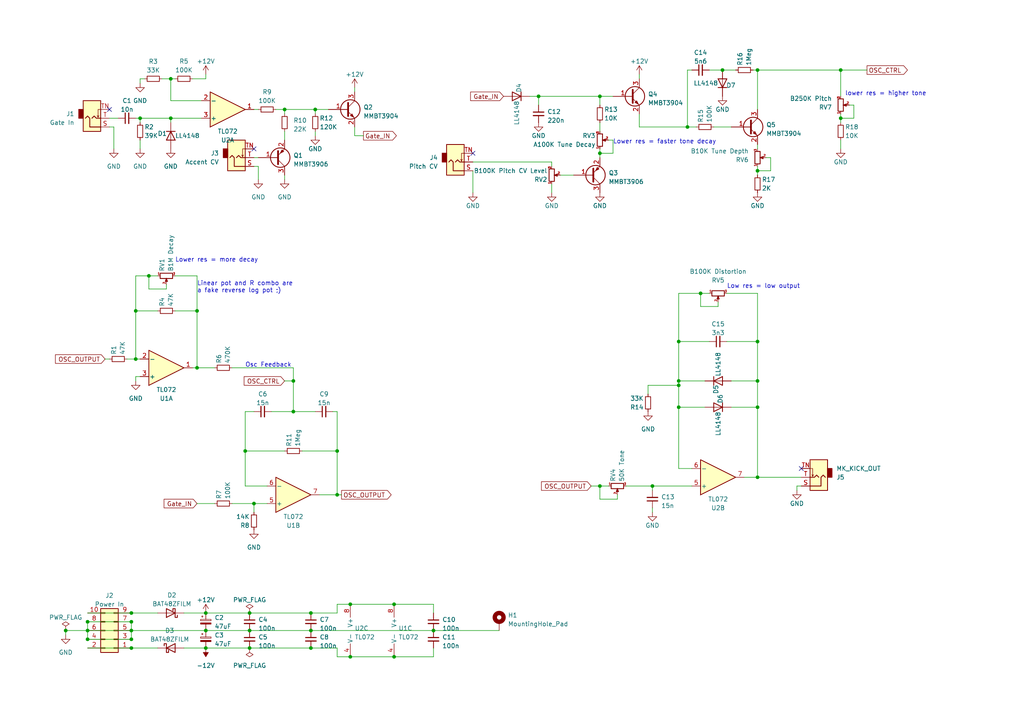
<source format=kicad_sch>
(kicad_sch (version 20230121) (generator eeschema)

  (uuid 6b975dd4-5554-4d13-ade5-5111d89b8a83)

  (paper "A4")

  (lib_symbols
    (symbol "Amplifier_Operational:TL072" (pin_names (offset 0.127)) (in_bom yes) (on_board yes)
      (property "Reference" "U" (at 0 5.08 0)
        (effects (font (size 1.27 1.27)) (justify left))
      )
      (property "Value" "TL072" (at 0 -5.08 0)
        (effects (font (size 1.27 1.27)) (justify left))
      )
      (property "Footprint" "" (at 0 0 0)
        (effects (font (size 1.27 1.27)) hide)
      )
      (property "Datasheet" "http://www.ti.com/lit/ds/symlink/tl071.pdf" (at 0 0 0)
        (effects (font (size 1.27 1.27)) hide)
      )
      (property "ki_locked" "" (at 0 0 0)
        (effects (font (size 1.27 1.27)))
      )
      (property "ki_keywords" "dual opamp" (at 0 0 0)
        (effects (font (size 1.27 1.27)) hide)
      )
      (property "ki_description" "Dual Low-Noise JFET-Input Operational Amplifiers, DIP-8/SOIC-8" (at 0 0 0)
        (effects (font (size 1.27 1.27)) hide)
      )
      (property "ki_fp_filters" "SOIC*3.9x4.9mm*P1.27mm* DIP*W7.62mm* TO*99* OnSemi*Micro8* TSSOP*3x3mm*P0.65mm* TSSOP*4.4x3mm*P0.65mm* MSOP*3x3mm*P0.65mm* SSOP*3.9x4.9mm*P0.635mm* LFCSP*2x2mm*P0.5mm* *SIP* SOIC*5.3x6.2mm*P1.27mm*" (at 0 0 0)
        (effects (font (size 1.27 1.27)) hide)
      )
      (symbol "TL072_1_1"
        (polyline
          (pts
            (xy -5.08 5.08)
            (xy 5.08 0)
            (xy -5.08 -5.08)
            (xy -5.08 5.08)
          )
          (stroke (width 0.254) (type default))
          (fill (type background))
        )
        (pin output line (at 7.62 0 180) (length 2.54)
          (name "~" (effects (font (size 1.27 1.27))))
          (number "1" (effects (font (size 1.27 1.27))))
        )
        (pin input line (at -7.62 -2.54 0) (length 2.54)
          (name "-" (effects (font (size 1.27 1.27))))
          (number "2" (effects (font (size 1.27 1.27))))
        )
        (pin input line (at -7.62 2.54 0) (length 2.54)
          (name "+" (effects (font (size 1.27 1.27))))
          (number "3" (effects (font (size 1.27 1.27))))
        )
      )
      (symbol "TL072_2_1"
        (polyline
          (pts
            (xy -5.08 5.08)
            (xy 5.08 0)
            (xy -5.08 -5.08)
            (xy -5.08 5.08)
          )
          (stroke (width 0.254) (type default))
          (fill (type background))
        )
        (pin input line (at -7.62 2.54 0) (length 2.54)
          (name "+" (effects (font (size 1.27 1.27))))
          (number "5" (effects (font (size 1.27 1.27))))
        )
        (pin input line (at -7.62 -2.54 0) (length 2.54)
          (name "-" (effects (font (size 1.27 1.27))))
          (number "6" (effects (font (size 1.27 1.27))))
        )
        (pin output line (at 7.62 0 180) (length 2.54)
          (name "~" (effects (font (size 1.27 1.27))))
          (number "7" (effects (font (size 1.27 1.27))))
        )
      )
      (symbol "TL072_3_1"
        (pin power_in line (at -2.54 -7.62 90) (length 3.81)
          (name "V-" (effects (font (size 1.27 1.27))))
          (number "4" (effects (font (size 1.27 1.27))))
        )
        (pin power_in line (at -2.54 7.62 270) (length 3.81)
          (name "V+" (effects (font (size 1.27 1.27))))
          (number "8" (effects (font (size 1.27 1.27))))
        )
      )
    )
    (symbol "Connector_Audio:AudioJack2_SwitchT" (in_bom yes) (on_board yes)
      (property "Reference" "J" (at 0 8.89 0)
        (effects (font (size 1.27 1.27)))
      )
      (property "Value" "AudioJack2_SwitchT" (at 0 6.35 0)
        (effects (font (size 1.27 1.27)))
      )
      (property "Footprint" "" (at 0 0 0)
        (effects (font (size 1.27 1.27)) hide)
      )
      (property "Datasheet" "~" (at 0 0 0)
        (effects (font (size 1.27 1.27)) hide)
      )
      (property "ki_keywords" "audio jack receptacle mono headphones phone TS connector" (at 0 0 0)
        (effects (font (size 1.27 1.27)) hide)
      )
      (property "ki_description" "Audio Jack, 2 Poles (Mono / TS), Switched T Pole (Normalling)" (at 0 0 0)
        (effects (font (size 1.27 1.27)) hide)
      )
      (property "ki_fp_filters" "Jack*" (at 0 0 0)
        (effects (font (size 1.27 1.27)) hide)
      )
      (symbol "AudioJack2_SwitchT_0_1"
        (rectangle (start -2.54 0) (end -3.81 -2.54)
          (stroke (width 0.254) (type default))
          (fill (type outline))
        )
        (polyline
          (pts
            (xy 1.778 -0.254)
            (xy 2.032 -0.762)
          )
          (stroke (width 0) (type default))
          (fill (type none))
        )
        (polyline
          (pts
            (xy 0 0)
            (xy 0.635 -0.635)
            (xy 1.27 0)
            (xy 2.54 0)
          )
          (stroke (width 0.254) (type default))
          (fill (type none))
        )
        (polyline
          (pts
            (xy 2.54 -2.54)
            (xy 1.778 -2.54)
            (xy 1.778 -0.254)
            (xy 1.524 -0.762)
          )
          (stroke (width 0) (type default))
          (fill (type none))
        )
        (polyline
          (pts
            (xy 2.54 2.54)
            (xy -0.635 2.54)
            (xy -0.635 0)
            (xy -1.27 -0.635)
            (xy -1.905 0)
          )
          (stroke (width 0.254) (type default))
          (fill (type none))
        )
        (rectangle (start 2.54 3.81) (end -2.54 -5.08)
          (stroke (width 0.254) (type default))
          (fill (type background))
        )
      )
      (symbol "AudioJack2_SwitchT_1_1"
        (pin passive line (at 5.08 2.54 180) (length 2.54)
          (name "~" (effects (font (size 1.27 1.27))))
          (number "S" (effects (font (size 1.27 1.27))))
        )
        (pin passive line (at 5.08 0 180) (length 2.54)
          (name "~" (effects (font (size 1.27 1.27))))
          (number "T" (effects (font (size 1.27 1.27))))
        )
        (pin passive line (at 5.08 -2.54 180) (length 2.54)
          (name "~" (effects (font (size 1.27 1.27))))
          (number "TN" (effects (font (size 1.27 1.27))))
        )
      )
    )
    (symbol "Connector_Generic:Conn_02x05_Odd_Even" (pin_names (offset 1.016) hide) (in_bom yes) (on_board yes)
      (property "Reference" "J" (at 1.27 7.62 0)
        (effects (font (size 1.27 1.27)))
      )
      (property "Value" "Conn_02x05_Odd_Even" (at 1.27 -7.62 0)
        (effects (font (size 1.27 1.27)))
      )
      (property "Footprint" "" (at 0 0 0)
        (effects (font (size 1.27 1.27)) hide)
      )
      (property "Datasheet" "~" (at 0 0 0)
        (effects (font (size 1.27 1.27)) hide)
      )
      (property "ki_keywords" "connector" (at 0 0 0)
        (effects (font (size 1.27 1.27)) hide)
      )
      (property "ki_description" "Generic connector, double row, 02x05, odd/even pin numbering scheme (row 1 odd numbers, row 2 even numbers), script generated (kicad-library-utils/schlib/autogen/connector/)" (at 0 0 0)
        (effects (font (size 1.27 1.27)) hide)
      )
      (property "ki_fp_filters" "Connector*:*_2x??_*" (at 0 0 0)
        (effects (font (size 1.27 1.27)) hide)
      )
      (symbol "Conn_02x05_Odd_Even_1_1"
        (rectangle (start -1.27 -4.953) (end 0 -5.207)
          (stroke (width 0.1524) (type default))
          (fill (type none))
        )
        (rectangle (start -1.27 -2.413) (end 0 -2.667)
          (stroke (width 0.1524) (type default))
          (fill (type none))
        )
        (rectangle (start -1.27 0.127) (end 0 -0.127)
          (stroke (width 0.1524) (type default))
          (fill (type none))
        )
        (rectangle (start -1.27 2.667) (end 0 2.413)
          (stroke (width 0.1524) (type default))
          (fill (type none))
        )
        (rectangle (start -1.27 5.207) (end 0 4.953)
          (stroke (width 0.1524) (type default))
          (fill (type none))
        )
        (rectangle (start -1.27 6.35) (end 3.81 -6.35)
          (stroke (width 0.254) (type default))
          (fill (type background))
        )
        (rectangle (start 3.81 -4.953) (end 2.54 -5.207)
          (stroke (width 0.1524) (type default))
          (fill (type none))
        )
        (rectangle (start 3.81 -2.413) (end 2.54 -2.667)
          (stroke (width 0.1524) (type default))
          (fill (type none))
        )
        (rectangle (start 3.81 0.127) (end 2.54 -0.127)
          (stroke (width 0.1524) (type default))
          (fill (type none))
        )
        (rectangle (start 3.81 2.667) (end 2.54 2.413)
          (stroke (width 0.1524) (type default))
          (fill (type none))
        )
        (rectangle (start 3.81 5.207) (end 2.54 4.953)
          (stroke (width 0.1524) (type default))
          (fill (type none))
        )
        (pin passive line (at -5.08 5.08 0) (length 3.81)
          (name "Pin_1" (effects (font (size 1.27 1.27))))
          (number "1" (effects (font (size 1.27 1.27))))
        )
        (pin passive line (at 7.62 -5.08 180) (length 3.81)
          (name "Pin_10" (effects (font (size 1.27 1.27))))
          (number "10" (effects (font (size 1.27 1.27))))
        )
        (pin passive line (at 7.62 5.08 180) (length 3.81)
          (name "Pin_2" (effects (font (size 1.27 1.27))))
          (number "2" (effects (font (size 1.27 1.27))))
        )
        (pin passive line (at -5.08 2.54 0) (length 3.81)
          (name "Pin_3" (effects (font (size 1.27 1.27))))
          (number "3" (effects (font (size 1.27 1.27))))
        )
        (pin passive line (at 7.62 2.54 180) (length 3.81)
          (name "Pin_4" (effects (font (size 1.27 1.27))))
          (number "4" (effects (font (size 1.27 1.27))))
        )
        (pin passive line (at -5.08 0 0) (length 3.81)
          (name "Pin_5" (effects (font (size 1.27 1.27))))
          (number "5" (effects (font (size 1.27 1.27))))
        )
        (pin passive line (at 7.62 0 180) (length 3.81)
          (name "Pin_6" (effects (font (size 1.27 1.27))))
          (number "6" (effects (font (size 1.27 1.27))))
        )
        (pin passive line (at -5.08 -2.54 0) (length 3.81)
          (name "Pin_7" (effects (font (size 1.27 1.27))))
          (number "7" (effects (font (size 1.27 1.27))))
        )
        (pin passive line (at 7.62 -2.54 180) (length 3.81)
          (name "Pin_8" (effects (font (size 1.27 1.27))))
          (number "8" (effects (font (size 1.27 1.27))))
        )
        (pin passive line (at -5.08 -5.08 0) (length 3.81)
          (name "Pin_9" (effects (font (size 1.27 1.27))))
          (number "9" (effects (font (size 1.27 1.27))))
        )
      )
    )
    (symbol "Device:C_Polarized_Small" (pin_numbers hide) (pin_names (offset 0.254) hide) (in_bom yes) (on_board yes)
      (property "Reference" "C" (at 0.254 1.778 0)
        (effects (font (size 1.27 1.27)) (justify left))
      )
      (property "Value" "C_Polarized_Small" (at 0.254 -2.032 0)
        (effects (font (size 1.27 1.27)) (justify left))
      )
      (property "Footprint" "" (at 0 0 0)
        (effects (font (size 1.27 1.27)) hide)
      )
      (property "Datasheet" "~" (at 0 0 0)
        (effects (font (size 1.27 1.27)) hide)
      )
      (property "ki_keywords" "cap capacitor" (at 0 0 0)
        (effects (font (size 1.27 1.27)) hide)
      )
      (property "ki_description" "Polarized capacitor, small symbol" (at 0 0 0)
        (effects (font (size 1.27 1.27)) hide)
      )
      (property "ki_fp_filters" "CP_*" (at 0 0 0)
        (effects (font (size 1.27 1.27)) hide)
      )
      (symbol "C_Polarized_Small_0_1"
        (rectangle (start -1.524 -0.3048) (end 1.524 -0.6858)
          (stroke (width 0) (type default))
          (fill (type outline))
        )
        (rectangle (start -1.524 0.6858) (end 1.524 0.3048)
          (stroke (width 0) (type default))
          (fill (type none))
        )
        (polyline
          (pts
            (xy -1.27 1.524)
            (xy -0.762 1.524)
          )
          (stroke (width 0) (type default))
          (fill (type none))
        )
        (polyline
          (pts
            (xy -1.016 1.27)
            (xy -1.016 1.778)
          )
          (stroke (width 0) (type default))
          (fill (type none))
        )
      )
      (symbol "C_Polarized_Small_1_1"
        (pin passive line (at 0 2.54 270) (length 1.8542)
          (name "~" (effects (font (size 1.27 1.27))))
          (number "1" (effects (font (size 1.27 1.27))))
        )
        (pin passive line (at 0 -2.54 90) (length 1.8542)
          (name "~" (effects (font (size 1.27 1.27))))
          (number "2" (effects (font (size 1.27 1.27))))
        )
      )
    )
    (symbol "Device:C_Small" (pin_numbers hide) (pin_names (offset 0.254) hide) (in_bom yes) (on_board yes)
      (property "Reference" "C" (at 0.254 1.778 0)
        (effects (font (size 1.27 1.27)) (justify left))
      )
      (property "Value" "C_Small" (at 0.254 -2.032 0)
        (effects (font (size 1.27 1.27)) (justify left))
      )
      (property "Footprint" "" (at 0 0 0)
        (effects (font (size 1.27 1.27)) hide)
      )
      (property "Datasheet" "~" (at 0 0 0)
        (effects (font (size 1.27 1.27)) hide)
      )
      (property "ki_keywords" "capacitor cap" (at 0 0 0)
        (effects (font (size 1.27 1.27)) hide)
      )
      (property "ki_description" "Unpolarized capacitor, small symbol" (at 0 0 0)
        (effects (font (size 1.27 1.27)) hide)
      )
      (property "ki_fp_filters" "C_*" (at 0 0 0)
        (effects (font (size 1.27 1.27)) hide)
      )
      (symbol "C_Small_0_1"
        (polyline
          (pts
            (xy -1.524 -0.508)
            (xy 1.524 -0.508)
          )
          (stroke (width 0.3302) (type default))
          (fill (type none))
        )
        (polyline
          (pts
            (xy -1.524 0.508)
            (xy 1.524 0.508)
          )
          (stroke (width 0.3048) (type default))
          (fill (type none))
        )
      )
      (symbol "C_Small_1_1"
        (pin passive line (at 0 2.54 270) (length 2.032)
          (name "~" (effects (font (size 1.27 1.27))))
          (number "1" (effects (font (size 1.27 1.27))))
        )
        (pin passive line (at 0 -2.54 90) (length 2.032)
          (name "~" (effects (font (size 1.27 1.27))))
          (number "2" (effects (font (size 1.27 1.27))))
        )
      )
    )
    (symbol "Device:R_Potentiometer_Small" (pin_names (offset 1.016) hide) (in_bom yes) (on_board yes)
      (property "Reference" "RV" (at -4.445 0 90)
        (effects (font (size 1.27 1.27)))
      )
      (property "Value" "R_Potentiometer_Small" (at -2.54 0 90)
        (effects (font (size 1.27 1.27)))
      )
      (property "Footprint" "" (at 0 0 0)
        (effects (font (size 1.27 1.27)) hide)
      )
      (property "Datasheet" "~" (at 0 0 0)
        (effects (font (size 1.27 1.27)) hide)
      )
      (property "ki_keywords" "resistor variable" (at 0 0 0)
        (effects (font (size 1.27 1.27)) hide)
      )
      (property "ki_description" "Potentiometer" (at 0 0 0)
        (effects (font (size 1.27 1.27)) hide)
      )
      (property "ki_fp_filters" "Potentiometer*" (at 0 0 0)
        (effects (font (size 1.27 1.27)) hide)
      )
      (symbol "R_Potentiometer_Small_0_1"
        (polyline
          (pts
            (xy 0.889 0)
            (xy 0.635 0)
            (xy 1.651 0.381)
            (xy 1.651 -0.381)
            (xy 0.635 0)
            (xy 0.889 0)
          )
          (stroke (width 0) (type default))
          (fill (type outline))
        )
        (rectangle (start 0.762 1.8034) (end -0.762 -1.8034)
          (stroke (width 0.254) (type default))
          (fill (type none))
        )
      )
      (symbol "R_Potentiometer_Small_1_1"
        (pin passive line (at 0 2.54 270) (length 0.635)
          (name "1" (effects (font (size 0.635 0.635))))
          (number "1" (effects (font (size 0.635 0.635))))
        )
        (pin passive line (at 2.54 0 180) (length 0.9906)
          (name "2" (effects (font (size 0.635 0.635))))
          (number "2" (effects (font (size 0.635 0.635))))
        )
        (pin passive line (at 0 -2.54 90) (length 0.635)
          (name "3" (effects (font (size 0.635 0.635))))
          (number "3" (effects (font (size 0.635 0.635))))
        )
      )
    )
    (symbol "Device:R_Small" (pin_numbers hide) (pin_names (offset 0.254) hide) (in_bom yes) (on_board yes)
      (property "Reference" "R" (at 0.762 0.508 0)
        (effects (font (size 1.27 1.27)) (justify left))
      )
      (property "Value" "R_Small" (at 0.762 -1.016 0)
        (effects (font (size 1.27 1.27)) (justify left))
      )
      (property "Footprint" "" (at 0 0 0)
        (effects (font (size 1.27 1.27)) hide)
      )
      (property "Datasheet" "~" (at 0 0 0)
        (effects (font (size 1.27 1.27)) hide)
      )
      (property "ki_keywords" "R resistor" (at 0 0 0)
        (effects (font (size 1.27 1.27)) hide)
      )
      (property "ki_description" "Resistor, small symbol" (at 0 0 0)
        (effects (font (size 1.27 1.27)) hide)
      )
      (property "ki_fp_filters" "R_*" (at 0 0 0)
        (effects (font (size 1.27 1.27)) hide)
      )
      (symbol "R_Small_0_1"
        (rectangle (start -0.762 1.778) (end 0.762 -1.778)
          (stroke (width 0.2032) (type default))
          (fill (type none))
        )
      )
      (symbol "R_Small_1_1"
        (pin passive line (at 0 2.54 270) (length 0.762)
          (name "~" (effects (font (size 1.27 1.27))))
          (number "1" (effects (font (size 1.27 1.27))))
        )
        (pin passive line (at 0 -2.54 90) (length 0.762)
          (name "~" (effects (font (size 1.27 1.27))))
          (number "2" (effects (font (size 1.27 1.27))))
        )
      )
    )
    (symbol "Diode:BAT48ZFILM" (pin_numbers hide) (pin_names (offset 1.016) hide) (in_bom yes) (on_board yes)
      (property "Reference" "D" (at 0 2.54 0)
        (effects (font (size 1.27 1.27)))
      )
      (property "Value" "BAT48ZFILM" (at 0 -2.54 0)
        (effects (font (size 1.27 1.27)))
      )
      (property "Footprint" "Diode_SMD:D_SOD-123" (at 0 -4.445 0)
        (effects (font (size 1.27 1.27)) hide)
      )
      (property "Datasheet" "www.st.com/resource/en/datasheet/bat48.pdf" (at 0 0 0)
        (effects (font (size 1.27 1.27)) hide)
      )
      (property "ki_keywords" "diode Schottky" (at 0 0 0)
        (effects (font (size 1.27 1.27)) hide)
      )
      (property "ki_description" "40V 0.35A Small Signal Schottky Diode, SOD-123" (at 0 0 0)
        (effects (font (size 1.27 1.27)) hide)
      )
      (property "ki_fp_filters" "D*SOD?123*" (at 0 0 0)
        (effects (font (size 1.27 1.27)) hide)
      )
      (symbol "BAT48ZFILM_0_1"
        (polyline
          (pts
            (xy 1.27 0)
            (xy -1.27 0)
          )
          (stroke (width 0) (type default))
          (fill (type none))
        )
        (polyline
          (pts
            (xy 1.27 1.27)
            (xy 1.27 -1.27)
            (xy -1.27 0)
            (xy 1.27 1.27)
          )
          (stroke (width 0.254) (type default))
          (fill (type none))
        )
        (polyline
          (pts
            (xy -1.905 0.635)
            (xy -1.905 1.27)
            (xy -1.27 1.27)
            (xy -1.27 -1.27)
            (xy -0.635 -1.27)
            (xy -0.635 -0.635)
          )
          (stroke (width 0.254) (type default))
          (fill (type none))
        )
      )
      (symbol "BAT48ZFILM_1_1"
        (pin passive line (at -3.81 0 0) (length 2.54)
          (name "K" (effects (font (size 1.27 1.27))))
          (number "1" (effects (font (size 1.27 1.27))))
        )
        (pin passive line (at 3.81 0 180) (length 2.54)
          (name "A" (effects (font (size 1.27 1.27))))
          (number "2" (effects (font (size 1.27 1.27))))
        )
      )
    )
    (symbol "Diode:LL4148" (pin_numbers hide) (pin_names hide) (in_bom yes) (on_board yes)
      (property "Reference" "D" (at 0 2.54 0)
        (effects (font (size 1.27 1.27)))
      )
      (property "Value" "LL4148" (at 0 -2.54 0)
        (effects (font (size 1.27 1.27)))
      )
      (property "Footprint" "Diode_SMD:D_MiniMELF" (at 0 -4.445 0)
        (effects (font (size 1.27 1.27)) hide)
      )
      (property "Datasheet" "http://www.vishay.com/docs/85557/ll4148.pdf" (at 0 0 0)
        (effects (font (size 1.27 1.27)) hide)
      )
      (property "Sim.Device" "D" (at 0 0 0)
        (effects (font (size 1.27 1.27)) hide)
      )
      (property "Sim.Pins" "1=K 2=A" (at 0 0 0)
        (effects (font (size 1.27 1.27)) hide)
      )
      (property "ki_keywords" "diode" (at 0 0 0)
        (effects (font (size 1.27 1.27)) hide)
      )
      (property "ki_description" "100V 0.15A standard switching diode, MiniMELF" (at 0 0 0)
        (effects (font (size 1.27 1.27)) hide)
      )
      (property "ki_fp_filters" "D*MiniMELF*" (at 0 0 0)
        (effects (font (size 1.27 1.27)) hide)
      )
      (symbol "LL4148_0_1"
        (polyline
          (pts
            (xy -1.27 1.27)
            (xy -1.27 -1.27)
          )
          (stroke (width 0.254) (type default))
          (fill (type none))
        )
        (polyline
          (pts
            (xy 1.27 0)
            (xy -1.27 0)
          )
          (stroke (width 0) (type default))
          (fill (type none))
        )
        (polyline
          (pts
            (xy 1.27 1.27)
            (xy 1.27 -1.27)
            (xy -1.27 0)
            (xy 1.27 1.27)
          )
          (stroke (width 0.254) (type default))
          (fill (type none))
        )
      )
      (symbol "LL4148_1_1"
        (pin passive line (at -3.81 0 0) (length 2.54)
          (name "K" (effects (font (size 1.27 1.27))))
          (number "1" (effects (font (size 1.27 1.27))))
        )
        (pin passive line (at 3.81 0 180) (length 2.54)
          (name "A" (effects (font (size 1.27 1.27))))
          (number "2" (effects (font (size 1.27 1.27))))
        )
      )
    )
    (symbol "Mechanical:MountingHole_Pad" (pin_numbers hide) (pin_names (offset 1.016) hide) (in_bom yes) (on_board yes)
      (property "Reference" "H" (at 0 6.35 0)
        (effects (font (size 1.27 1.27)))
      )
      (property "Value" "MountingHole_Pad" (at 0 4.445 0)
        (effects (font (size 1.27 1.27)))
      )
      (property "Footprint" "" (at 0 0 0)
        (effects (font (size 1.27 1.27)) hide)
      )
      (property "Datasheet" "~" (at 0 0 0)
        (effects (font (size 1.27 1.27)) hide)
      )
      (property "ki_keywords" "mounting hole" (at 0 0 0)
        (effects (font (size 1.27 1.27)) hide)
      )
      (property "ki_description" "Mounting Hole with connection" (at 0 0 0)
        (effects (font (size 1.27 1.27)) hide)
      )
      (property "ki_fp_filters" "MountingHole*Pad*" (at 0 0 0)
        (effects (font (size 1.27 1.27)) hide)
      )
      (symbol "MountingHole_Pad_0_1"
        (circle (center 0 1.27) (radius 1.27)
          (stroke (width 1.27) (type default))
          (fill (type none))
        )
      )
      (symbol "MountingHole_Pad_1_1"
        (pin input line (at 0 -2.54 90) (length 2.54)
          (name "1" (effects (font (size 1.27 1.27))))
          (number "1" (effects (font (size 1.27 1.27))))
        )
      )
    )
    (symbol "Transistor_BJT:MMBT3904" (pin_names (offset 0) hide) (in_bom yes) (on_board yes)
      (property "Reference" "Q" (at 5.08 1.905 0)
        (effects (font (size 1.27 1.27)) (justify left))
      )
      (property "Value" "MMBT3904" (at 5.08 0 0)
        (effects (font (size 1.27 1.27)) (justify left))
      )
      (property "Footprint" "Package_TO_SOT_SMD:SOT-23" (at 5.08 -1.905 0)
        (effects (font (size 1.27 1.27) italic) (justify left) hide)
      )
      (property "Datasheet" "https://www.onsemi.com/pub/Collateral/2N3903-D.PDF" (at 0 0 0)
        (effects (font (size 1.27 1.27)) (justify left) hide)
      )
      (property "ki_keywords" "NPN Transistor" (at 0 0 0)
        (effects (font (size 1.27 1.27)) hide)
      )
      (property "ki_description" "0.2A Ic, 40V Vce, Small Signal NPN Transistor, SOT-23" (at 0 0 0)
        (effects (font (size 1.27 1.27)) hide)
      )
      (property "ki_fp_filters" "SOT?23*" (at 0 0 0)
        (effects (font (size 1.27 1.27)) hide)
      )
      (symbol "MMBT3904_0_1"
        (polyline
          (pts
            (xy 0.635 0.635)
            (xy 2.54 2.54)
          )
          (stroke (width 0) (type default))
          (fill (type none))
        )
        (polyline
          (pts
            (xy 0.635 -0.635)
            (xy 2.54 -2.54)
            (xy 2.54 -2.54)
          )
          (stroke (width 0) (type default))
          (fill (type none))
        )
        (polyline
          (pts
            (xy 0.635 1.905)
            (xy 0.635 -1.905)
            (xy 0.635 -1.905)
          )
          (stroke (width 0.508) (type default))
          (fill (type none))
        )
        (polyline
          (pts
            (xy 1.27 -1.778)
            (xy 1.778 -1.27)
            (xy 2.286 -2.286)
            (xy 1.27 -1.778)
            (xy 1.27 -1.778)
          )
          (stroke (width 0) (type default))
          (fill (type outline))
        )
        (circle (center 1.27 0) (radius 2.8194)
          (stroke (width 0.254) (type default))
          (fill (type none))
        )
      )
      (symbol "MMBT3904_1_1"
        (pin input line (at -5.08 0 0) (length 5.715)
          (name "B" (effects (font (size 1.27 1.27))))
          (number "1" (effects (font (size 1.27 1.27))))
        )
        (pin passive line (at 2.54 -5.08 90) (length 2.54)
          (name "E" (effects (font (size 1.27 1.27))))
          (number "2" (effects (font (size 1.27 1.27))))
        )
        (pin passive line (at 2.54 5.08 270) (length 2.54)
          (name "C" (effects (font (size 1.27 1.27))))
          (number "3" (effects (font (size 1.27 1.27))))
        )
      )
    )
    (symbol "Transistor_BJT:MMBT3906" (pin_names (offset 0) hide) (in_bom yes) (on_board yes)
      (property "Reference" "Q" (at 5.08 1.905 0)
        (effects (font (size 1.27 1.27)) (justify left))
      )
      (property "Value" "MMBT3906" (at 5.08 0 0)
        (effects (font (size 1.27 1.27)) (justify left))
      )
      (property "Footprint" "Package_TO_SOT_SMD:SOT-23" (at 5.08 -1.905 0)
        (effects (font (size 1.27 1.27) italic) (justify left) hide)
      )
      (property "Datasheet" "https://www.onsemi.com/pub/Collateral/2N3906-D.PDF" (at 0 0 0)
        (effects (font (size 1.27 1.27)) (justify left) hide)
      )
      (property "ki_keywords" "PNP Transistor" (at 0 0 0)
        (effects (font (size 1.27 1.27)) hide)
      )
      (property "ki_description" "-0.2A Ic, -40V Vce, Small Signal PNP Transistor, SOT-23" (at 0 0 0)
        (effects (font (size 1.27 1.27)) hide)
      )
      (property "ki_fp_filters" "SOT?23*" (at 0 0 0)
        (effects (font (size 1.27 1.27)) hide)
      )
      (symbol "MMBT3906_0_1"
        (polyline
          (pts
            (xy 0.635 0.635)
            (xy 2.54 2.54)
          )
          (stroke (width 0) (type default))
          (fill (type none))
        )
        (polyline
          (pts
            (xy 0.635 -0.635)
            (xy 2.54 -2.54)
            (xy 2.54 -2.54)
          )
          (stroke (width 0) (type default))
          (fill (type none))
        )
        (polyline
          (pts
            (xy 0.635 1.905)
            (xy 0.635 -1.905)
            (xy 0.635 -1.905)
          )
          (stroke (width 0.508) (type default))
          (fill (type none))
        )
        (polyline
          (pts
            (xy 2.286 -1.778)
            (xy 1.778 -2.286)
            (xy 1.27 -1.27)
            (xy 2.286 -1.778)
            (xy 2.286 -1.778)
          )
          (stroke (width 0) (type default))
          (fill (type outline))
        )
        (circle (center 1.27 0) (radius 2.8194)
          (stroke (width 0.254) (type default))
          (fill (type none))
        )
      )
      (symbol "MMBT3906_1_1"
        (pin input line (at -5.08 0 0) (length 5.715)
          (name "B" (effects (font (size 1.27 1.27))))
          (number "1" (effects (font (size 1.27 1.27))))
        )
        (pin passive line (at 2.54 -5.08 90) (length 2.54)
          (name "E" (effects (font (size 1.27 1.27))))
          (number "2" (effects (font (size 1.27 1.27))))
        )
        (pin passive line (at 2.54 5.08 270) (length 2.54)
          (name "C" (effects (font (size 1.27 1.27))))
          (number "3" (effects (font (size 1.27 1.27))))
        )
      )
    )
    (symbol "power:+12V" (power) (pin_names (offset 0)) (in_bom yes) (on_board yes)
      (property "Reference" "#PWR" (at 0 -3.81 0)
        (effects (font (size 1.27 1.27)) hide)
      )
      (property "Value" "+12V" (at 0 3.556 0)
        (effects (font (size 1.27 1.27)))
      )
      (property "Footprint" "" (at 0 0 0)
        (effects (font (size 1.27 1.27)) hide)
      )
      (property "Datasheet" "" (at 0 0 0)
        (effects (font (size 1.27 1.27)) hide)
      )
      (property "ki_keywords" "global power" (at 0 0 0)
        (effects (font (size 1.27 1.27)) hide)
      )
      (property "ki_description" "Power symbol creates a global label with name \"+12V\"" (at 0 0 0)
        (effects (font (size 1.27 1.27)) hide)
      )
      (symbol "+12V_0_1"
        (polyline
          (pts
            (xy -0.762 1.27)
            (xy 0 2.54)
          )
          (stroke (width 0) (type default))
          (fill (type none))
        )
        (polyline
          (pts
            (xy 0 0)
            (xy 0 2.54)
          )
          (stroke (width 0) (type default))
          (fill (type none))
        )
        (polyline
          (pts
            (xy 0 2.54)
            (xy 0.762 1.27)
          )
          (stroke (width 0) (type default))
          (fill (type none))
        )
      )
      (symbol "+12V_1_1"
        (pin power_in line (at 0 0 90) (length 0) hide
          (name "+12V" (effects (font (size 1.27 1.27))))
          (number "1" (effects (font (size 1.27 1.27))))
        )
      )
    )
    (symbol "power:-12V" (power) (pin_names (offset 0)) (in_bom yes) (on_board yes)
      (property "Reference" "#PWR" (at 0 2.54 0)
        (effects (font (size 1.27 1.27)) hide)
      )
      (property "Value" "-12V" (at 0 3.81 0)
        (effects (font (size 1.27 1.27)))
      )
      (property "Footprint" "" (at 0 0 0)
        (effects (font (size 1.27 1.27)) hide)
      )
      (property "Datasheet" "" (at 0 0 0)
        (effects (font (size 1.27 1.27)) hide)
      )
      (property "ki_keywords" "global power" (at 0 0 0)
        (effects (font (size 1.27 1.27)) hide)
      )
      (property "ki_description" "Power symbol creates a global label with name \"-12V\"" (at 0 0 0)
        (effects (font (size 1.27 1.27)) hide)
      )
      (symbol "-12V_0_0"
        (pin power_in line (at 0 0 90) (length 0) hide
          (name "-12V" (effects (font (size 1.27 1.27))))
          (number "1" (effects (font (size 1.27 1.27))))
        )
      )
      (symbol "-12V_0_1"
        (polyline
          (pts
            (xy 0 0)
            (xy 0 1.27)
            (xy 0.762 1.27)
            (xy 0 2.54)
            (xy -0.762 1.27)
            (xy 0 1.27)
          )
          (stroke (width 0) (type default))
          (fill (type outline))
        )
      )
    )
    (symbol "power:GND" (power) (pin_names (offset 0)) (in_bom yes) (on_board yes)
      (property "Reference" "#PWR" (at 0 -6.35 0)
        (effects (font (size 1.27 1.27)) hide)
      )
      (property "Value" "GND" (at 0 -3.81 0)
        (effects (font (size 1.27 1.27)))
      )
      (property "Footprint" "" (at 0 0 0)
        (effects (font (size 1.27 1.27)) hide)
      )
      (property "Datasheet" "" (at 0 0 0)
        (effects (font (size 1.27 1.27)) hide)
      )
      (property "ki_keywords" "global power" (at 0 0 0)
        (effects (font (size 1.27 1.27)) hide)
      )
      (property "ki_description" "Power symbol creates a global label with name \"GND\" , ground" (at 0 0 0)
        (effects (font (size 1.27 1.27)) hide)
      )
      (symbol "GND_0_1"
        (polyline
          (pts
            (xy 0 0)
            (xy 0 -1.27)
            (xy 1.27 -1.27)
            (xy 0 -2.54)
            (xy -1.27 -1.27)
            (xy 0 -1.27)
          )
          (stroke (width 0) (type default))
          (fill (type none))
        )
      )
      (symbol "GND_1_1"
        (pin power_in line (at 0 0 270) (length 0) hide
          (name "GND" (effects (font (size 1.27 1.27))))
          (number "1" (effects (font (size 1.27 1.27))))
        )
      )
    )
    (symbol "power:PWR_FLAG" (power) (pin_numbers hide) (pin_names (offset 0) hide) (in_bom yes) (on_board yes)
      (property "Reference" "#FLG" (at 0 1.905 0)
        (effects (font (size 1.27 1.27)) hide)
      )
      (property "Value" "PWR_FLAG" (at 0 3.81 0)
        (effects (font (size 1.27 1.27)))
      )
      (property "Footprint" "" (at 0 0 0)
        (effects (font (size 1.27 1.27)) hide)
      )
      (property "Datasheet" "~" (at 0 0 0)
        (effects (font (size 1.27 1.27)) hide)
      )
      (property "ki_keywords" "flag power" (at 0 0 0)
        (effects (font (size 1.27 1.27)) hide)
      )
      (property "ki_description" "Special symbol for telling ERC where power comes from" (at 0 0 0)
        (effects (font (size 1.27 1.27)) hide)
      )
      (symbol "PWR_FLAG_0_0"
        (pin power_out line (at 0 0 90) (length 0)
          (name "pwr" (effects (font (size 1.27 1.27))))
          (number "1" (effects (font (size 1.27 1.27))))
        )
      )
      (symbol "PWR_FLAG_0_1"
        (polyline
          (pts
            (xy 0 0)
            (xy 0 1.27)
            (xy -1.016 1.905)
            (xy 0 2.54)
            (xy 1.016 1.905)
            (xy 0 1.27)
          )
          (stroke (width 0) (type default))
          (fill (type none))
        )
      )
    )
  )

  (junction (at 49.53 34.29) (diameter 0) (color 0 0 0 0)
    (uuid 0089a603-b5ad-430f-b5f5-d3a56cbb5531)
  )
  (junction (at 90.17 177.8) (diameter 0) (color 0 0 0 0)
    (uuid 0349e2e3-9609-43e4-b2d3-dd1028ee69f2)
  )
  (junction (at 219.71 99.06) (diameter 0) (color 0 0 0 0)
    (uuid 08510c40-bc7c-448a-94f7-e3c54d4c2d47)
  )
  (junction (at 196.85 111.76) (diameter 0) (color 0 0 0 0)
    (uuid 0a0a7e36-cdf1-4dfa-8461-7b81ff023916)
  )
  (junction (at 156.21 27.94) (diameter 0) (color 0 0 0 0)
    (uuid 100c902d-3571-42de-bfbe-65d1df4991e2)
  )
  (junction (at 196.85 110.49) (diameter 0) (color 0 0 0 0)
    (uuid 1179849b-8abb-4361-99e0-ad34e085a6c0)
  )
  (junction (at 82.55 31.75) (diameter 0) (color 0 0 0 0)
    (uuid 1c145f72-ee4d-4635-a459-c48392abd907)
  )
  (junction (at 97.79 143.51) (diameter 0) (color 0 0 0 0)
    (uuid 20321509-07f4-48c1-8e08-b2832b055205)
  )
  (junction (at 38.1 177.8) (diameter 0) (color 0 0 0 0)
    (uuid 27f81c19-67f4-478d-a0fd-854798a29e9f)
  )
  (junction (at 59.69 182.88) (diameter 0) (color 0 0 0 0)
    (uuid 29f237e4-d82c-404e-88ae-dfacdd739bc2)
  )
  (junction (at 90.17 182.88) (diameter 0) (color 0 0 0 0)
    (uuid 349bce6c-d2b6-411f-b76e-0da48f9f0827)
  )
  (junction (at 114.3 190.5) (diameter 0) (color 0 0 0 0)
    (uuid 3a75fb5d-8961-4059-baef-dd536a3df9a5)
  )
  (junction (at 209.55 20.32) (diameter 0) (color 0 0 0 0)
    (uuid 3aeee6f1-705d-4921-8e48-276300ee709b)
  )
  (junction (at 59.69 177.8) (diameter 0) (color 0 0 0 0)
    (uuid 3ce12106-295f-43f2-8c87-f6e367368d85)
  )
  (junction (at 25.4 185.42) (diameter 0) (color 0 0 0 0)
    (uuid 3f3fb780-5a89-452b-b978-0e36809dec83)
  )
  (junction (at 39.37 104.14) (diameter 0) (color 0 0 0 0)
    (uuid 42a1b357-ba24-45ed-bc7d-892357750cde)
  )
  (junction (at 243.84 20.32) (diameter 0) (color 0 0 0 0)
    (uuid 44537dd4-e6ec-403d-91bb-5186cc649ce3)
  )
  (junction (at 25.4 182.88) (diameter 0) (color 0 0 0 0)
    (uuid 4c2d8556-76fe-43fa-b857-9050e3779cbb)
  )
  (junction (at 114.3 175.26) (diameter 0) (color 0 0 0 0)
    (uuid 5a56c74f-a428-4de8-b29e-ebb46d5175cb)
  )
  (junction (at 203.2 85.09) (diameter 0) (color 0 0 0 0)
    (uuid 5f1bf1d9-4cdd-4446-9a12-775780c4d1a3)
  )
  (junction (at 219.71 118.11) (diameter 0) (color 0 0 0 0)
    (uuid 61c5af0d-b547-4de7-8fc9-4b728fe6b1b0)
  )
  (junction (at 72.39 182.88) (diameter 0) (color 0 0 0 0)
    (uuid 6481e1ce-55dd-42dd-af68-cd470b3560a1)
  )
  (junction (at 90.17 187.96) (diameter 0) (color 0 0 0 0)
    (uuid 6da34333-623a-4e57-99c6-fd144da54902)
  )
  (junction (at 173.99 27.94) (diameter 0) (color 0 0 0 0)
    (uuid 6ec29f15-a8e7-4f6d-8bbc-8ec4aefc5323)
  )
  (junction (at 39.37 90.17) (diameter 0) (color 0 0 0 0)
    (uuid 773e6561-5835-4710-8f47-1a0d94bfee24)
  )
  (junction (at 59.69 187.96) (diameter 0) (color 0 0 0 0)
    (uuid 78f4c5b8-a25e-4049-93fd-4bea33d73ec4)
  )
  (junction (at 72.39 187.96) (diameter 0) (color 0 0 0 0)
    (uuid 7c1ffa1a-c756-43cc-b045-3d558c395531)
  )
  (junction (at 243.84 34.29) (diameter 0) (color 0 0 0 0)
    (uuid 81529cee-a310-492e-9382-bb5115c8dcb6)
  )
  (junction (at 219.71 49.53) (diameter 0) (color 0 0 0 0)
    (uuid 8b37ee58-5058-4f9c-9908-d1b7c0291191)
  )
  (junction (at 71.12 130.81) (diameter 0) (color 0 0 0 0)
    (uuid 917e0823-5ea7-44a0-b121-d82ae2e6565c)
  )
  (junction (at 85.09 119.38) (diameter 0) (color 0 0 0 0)
    (uuid 91da1f4a-2d08-4b9f-a68c-27e0bb13aa65)
  )
  (junction (at 49.53 22.86) (diameter 0) (color 0 0 0 0)
    (uuid 971dede0-8031-4ffe-82f7-9f5d510c3173)
  )
  (junction (at 57.15 90.17) (diameter 0) (color 0 0 0 0)
    (uuid 9b99dff4-b955-4da7-8f8d-c2f8e840a711)
  )
  (junction (at 85.09 110.49) (diameter 0) (color 0 0 0 0)
    (uuid 9df9d3cc-a354-4544-bede-e2fffd8940bd)
  )
  (junction (at 196.85 118.11) (diameter 0) (color 0 0 0 0)
    (uuid 9ee060ff-59da-4450-9f8a-712c1cf2c115)
  )
  (junction (at 125.73 182.88) (diameter 0) (color 0 0 0 0)
    (uuid 9f602892-93e5-4119-81c5-a31869bd56e3)
  )
  (junction (at 40.64 34.29) (diameter 0) (color 0 0 0 0)
    (uuid a697a531-02bf-4949-8f06-bd42a915a59b)
  )
  (junction (at 219.71 138.43) (diameter 0) (color 0 0 0 0)
    (uuid a705a678-21d7-4007-bf92-5450a9f99723)
  )
  (junction (at 19.05 182.88) (diameter 0) (color 0 0 0 0)
    (uuid aa7eecd6-d1d3-47aa-963b-3534595c739e)
  )
  (junction (at 91.44 31.75) (diameter 0) (color 0 0 0 0)
    (uuid afd4a530-43c7-452e-9d8e-3b2aeb2f28be)
  )
  (junction (at 101.6 175.26) (diameter 0) (color 0 0 0 0)
    (uuid b376bce7-2ee8-48f4-a3f7-0541c85da343)
  )
  (junction (at 173.99 44.45) (diameter 0) (color 0 0 0 0)
    (uuid bce6a1dd-63a8-44fa-83eb-758f4e777de5)
  )
  (junction (at 25.4 180.34) (diameter 0) (color 0 0 0 0)
    (uuid c55143b5-c1bb-4aa6-8f38-f5e67a4fcf8e)
  )
  (junction (at 57.15 106.68) (diameter 0) (color 0 0 0 0)
    (uuid c5839a67-8304-43de-9615-14ec0c05ae38)
  )
  (junction (at 219.71 110.49) (diameter 0) (color 0 0 0 0)
    (uuid d02d6902-38b1-49f4-afe4-821a2428c10b)
  )
  (junction (at 38.1 182.88) (diameter 0) (color 0 0 0 0)
    (uuid d364c0f5-c078-4521-9a90-d18d48d10f64)
  )
  (junction (at 72.39 177.8) (diameter 0) (color 0 0 0 0)
    (uuid e289c394-3938-4f60-8e34-90558cf2d576)
  )
  (junction (at 219.71 20.32) (diameter 0) (color 0 0 0 0)
    (uuid e30aeaa4-5867-489c-89ac-db50ecbf98ed)
  )
  (junction (at 97.79 130.81) (diameter 0) (color 0 0 0 0)
    (uuid e6834eba-4e42-4f49-a33d-ccc3fcd4f316)
  )
  (junction (at 43.18 80.01) (diameter 0) (color 0 0 0 0)
    (uuid e712be60-4639-4973-ba80-eb15391b9ce2)
  )
  (junction (at 189.23 140.97) (diameter 0) (color 0 0 0 0)
    (uuid eacc8f48-1bfe-4d63-a319-2e207fd63c24)
  )
  (junction (at 173.99 140.97) (diameter 0) (color 0 0 0 0)
    (uuid eee25e8c-fff9-4894-b806-5c35c68102f9)
  )
  (junction (at 199.39 36.83) (diameter 0) (color 0 0 0 0)
    (uuid ef501d09-b934-4388-9845-a844fb596def)
  )
  (junction (at 38.1 187.96) (diameter 0) (color 0 0 0 0)
    (uuid f4459c71-ddd4-4393-92b0-ee486f81bd16)
  )
  (junction (at 38.1 180.34) (diameter 0) (color 0 0 0 0)
    (uuid f5841bd9-e052-43a7-9457-20dcfb4bcbf9)
  )
  (junction (at 73.66 146.05) (diameter 0) (color 0 0 0 0)
    (uuid f82d08a7-8376-45fb-ad65-98dcc35384c6)
  )
  (junction (at 101.6 190.5) (diameter 0) (color 0 0 0 0)
    (uuid f8d1a642-c13a-4e94-81f3-88013482e8c7)
  )
  (junction (at 38.1 185.42) (diameter 0) (color 0 0 0 0)
    (uuid fa16cd24-c2de-4455-b1ce-6b4223056542)
  )
  (junction (at 196.85 99.06) (diameter 0) (color 0 0 0 0)
    (uuid fde4f074-a487-4ee6-bd93-34133d76c1ac)
  )

  (no_connect (at 31.75 31.75) (uuid 218c8808-d044-4872-913d-0ad2b1c4ebce))
  (no_connect (at 73.66 43.18) (uuid 373bb927-a842-4581-afeb-0cd66643b7da))
  (no_connect (at 137.16 44.45) (uuid 7d9b2bcd-592e-4043-a766-79825c48d385))
  (no_connect (at 232.41 135.89) (uuid e7000fd6-329d-4be4-858e-b8eb90102f3f))

  (wire (pts (xy 125.73 182.88) (xy 144.78 182.88))
    (stroke (width 0) (type default))
    (uuid 036fe339-d78e-435a-95f1-e7910ca5b685)
  )
  (wire (pts (xy 38.1 182.88) (xy 38.1 185.42))
    (stroke (width 0) (type default))
    (uuid 042d72fd-1b50-4dd0-90b4-c8a0b86109ae)
  )
  (wire (pts (xy 59.69 21.59) (xy 59.69 22.86))
    (stroke (width 0) (type default))
    (uuid 04d80e3d-e637-446b-ad38-29d7b49b613b)
  )
  (wire (pts (xy 185.42 21.59) (xy 185.42 22.86))
    (stroke (width 0) (type default))
    (uuid 06444984-478a-4f5e-beaa-7db127d2c247)
  )
  (wire (pts (xy 82.55 50.8) (xy 82.55 52.07))
    (stroke (width 0) (type default))
    (uuid 069be084-cbe8-4a8b-a16a-cb4a4af65df1)
  )
  (wire (pts (xy 101.6 190.5) (xy 114.3 190.5))
    (stroke (width 0) (type default))
    (uuid 0728054f-7b3e-4d78-aff1-3e8a3bff3f91)
  )
  (wire (pts (xy 59.69 177.8) (xy 72.39 177.8))
    (stroke (width 0) (type default))
    (uuid 07344305-16d2-4c80-930f-d8041402fd31)
  )
  (wire (pts (xy 39.37 80.01) (xy 39.37 90.17))
    (stroke (width 0) (type default))
    (uuid 07b9a56a-ac0e-4585-a15f-6530ccd74c51)
  )
  (wire (pts (xy 40.64 24.13) (xy 40.64 22.86))
    (stroke (width 0) (type default))
    (uuid 08a4e3c8-6bd2-4841-a11c-4c6a4f1acbe0)
  )
  (wire (pts (xy 97.79 175.26) (xy 101.6 175.26))
    (stroke (width 0) (type default))
    (uuid 08f23427-2517-4209-9a31-685310ba3b10)
  )
  (wire (pts (xy 82.55 130.81) (xy 71.12 130.81))
    (stroke (width 0) (type default))
    (uuid 0c6085ea-6368-467b-bbe2-f225ad26398b)
  )
  (wire (pts (xy 156.21 27.94) (xy 156.21 30.48))
    (stroke (width 0) (type default))
    (uuid 0ce0e2ea-7d8b-4c2e-b081-7212276eefff)
  )
  (wire (pts (xy 187.96 111.76) (xy 196.85 111.76))
    (stroke (width 0) (type default))
    (uuid 0d9369eb-9b76-43f1-bce5-b90312d71888)
  )
  (wire (pts (xy 137.16 46.99) (xy 160.02 46.99))
    (stroke (width 0) (type default))
    (uuid 1039d547-093f-4d19-b930-c5c4f4db2674)
  )
  (wire (pts (xy 223.52 45.72) (xy 223.52 49.53))
    (stroke (width 0) (type default))
    (uuid 107f24e1-8450-4d5e-9287-ee104d97bdfa)
  )
  (wire (pts (xy 212.09 118.11) (xy 219.71 118.11))
    (stroke (width 0) (type default))
    (uuid 10825b52-35cc-48b7-99d9-369e772f3a31)
  )
  (wire (pts (xy 196.85 99.06) (xy 205.74 99.06))
    (stroke (width 0) (type default))
    (uuid 1228b1a5-ce7b-4dfe-b4d0-7261eb7ad900)
  )
  (wire (pts (xy 25.4 177.8) (xy 38.1 177.8))
    (stroke (width 0) (type default))
    (uuid 1467ae0e-f472-4411-88d7-eac94c8e4366)
  )
  (wire (pts (xy 196.85 111.76) (xy 196.85 110.49))
    (stroke (width 0) (type default))
    (uuid 148557d3-1883-4df7-a530-38671c784819)
  )
  (wire (pts (xy 219.71 118.11) (xy 219.71 110.49))
    (stroke (width 0) (type default))
    (uuid 161ba0cb-e47b-4b18-8bba-ee6683ba417c)
  )
  (wire (pts (xy 92.71 143.51) (xy 97.79 143.51))
    (stroke (width 0) (type default))
    (uuid 16b8cd59-b5ae-4480-a74f-448d9578f326)
  )
  (wire (pts (xy 97.79 130.81) (xy 97.79 143.51))
    (stroke (width 0) (type default))
    (uuid 172f3062-b08d-430d-ab25-19fac5cd1db9)
  )
  (wire (pts (xy 219.71 20.32) (xy 219.71 31.75))
    (stroke (width 0) (type default))
    (uuid 177ed65d-b357-4552-bafc-84711c0ec0a6)
  )
  (wire (pts (xy 199.39 36.83) (xy 201.93 36.83))
    (stroke (width 0) (type default))
    (uuid 18571c33-2a30-4492-b59a-fd783dbc30aa)
  )
  (wire (pts (xy 203.2 88.9) (xy 208.28 88.9))
    (stroke (width 0) (type default))
    (uuid 19888ba6-5bd1-4661-b4be-ded9874bdb91)
  )
  (wire (pts (xy 97.79 190.5) (xy 101.6 190.5))
    (stroke (width 0) (type default))
    (uuid 199b9ae6-3c64-4c05-b0f3-f0f6f20950b8)
  )
  (wire (pts (xy 185.42 33.02) (xy 185.42 36.83))
    (stroke (width 0) (type default))
    (uuid 199f8a39-466f-4e3d-b665-bd33e47af17a)
  )
  (wire (pts (xy 59.69 182.88) (xy 72.39 182.88))
    (stroke (width 0) (type default))
    (uuid 19e1ec69-5349-4b66-b0a1-53edbcef8ecb)
  )
  (wire (pts (xy 91.44 31.75) (xy 95.25 31.75))
    (stroke (width 0) (type default))
    (uuid 1c9fa97b-8092-47dd-a296-6f6ea06706d6)
  )
  (wire (pts (xy 73.66 45.72) (xy 74.93 45.72))
    (stroke (width 0) (type default))
    (uuid 1ca26c24-46e1-43c3-9d72-54942a94b3fc)
  )
  (wire (pts (xy 203.2 85.09) (xy 203.2 88.9))
    (stroke (width 0) (type default))
    (uuid 1d337c40-7a5b-4d7f-a332-d877e434750a)
  )
  (wire (pts (xy 43.18 80.01) (xy 39.37 80.01))
    (stroke (width 0) (type default))
    (uuid 1d5da286-8f4f-40c6-9dd0-4939ba829d96)
  )
  (wire (pts (xy 219.71 49.53) (xy 219.71 50.8))
    (stroke (width 0) (type default))
    (uuid 1d887634-ca83-404d-9d69-d1cedf1c5ea3)
  )
  (wire (pts (xy 53.34 177.8) (xy 59.69 177.8))
    (stroke (width 0) (type default))
    (uuid 1e59ff25-d817-4910-993b-d68fd8e61198)
  )
  (wire (pts (xy 49.53 34.29) (xy 49.53 35.56))
    (stroke (width 0) (type default))
    (uuid 2013e57c-7867-46e6-90e5-c35106ee3068)
  )
  (wire (pts (xy 173.99 35.56) (xy 173.99 38.1))
    (stroke (width 0) (type default))
    (uuid 2247fce6-4f75-44da-8858-1ea30fc11592)
  )
  (wire (pts (xy 55.88 106.68) (xy 57.15 106.68))
    (stroke (width 0) (type default))
    (uuid 2369a5dc-71c6-43e2-9bab-edf7d53e8f63)
  )
  (wire (pts (xy 25.4 180.34) (xy 38.1 180.34))
    (stroke (width 0) (type default))
    (uuid 241d0501-2ecb-4daa-ae35-1e7504f8e2e4)
  )
  (wire (pts (xy 102.87 36.83) (xy 102.87 39.37))
    (stroke (width 0) (type default))
    (uuid 245077a9-9186-44dc-9f56-90c9846b8660)
  )
  (wire (pts (xy 73.66 48.26) (xy 74.93 48.26))
    (stroke (width 0) (type default))
    (uuid 2942416e-db44-421a-a367-f89a84b23e38)
  )
  (wire (pts (xy 25.4 182.88) (xy 25.4 185.42))
    (stroke (width 0) (type default))
    (uuid 29dcfe5f-ced4-457d-9c50-1615f19f22a7)
  )
  (wire (pts (xy 173.99 44.45) (xy 177.8 44.45))
    (stroke (width 0) (type default))
    (uuid 2c5828c2-bb3f-4526-9e49-a5698abfd974)
  )
  (wire (pts (xy 196.85 135.89) (xy 196.85 118.11))
    (stroke (width 0) (type default))
    (uuid 2cae193e-c57f-497c-a9b2-441ce4836328)
  )
  (wire (pts (xy 40.64 22.86) (xy 41.91 22.86))
    (stroke (width 0) (type default))
    (uuid 32c022ac-9aae-4fa5-af76-baa253adc2e4)
  )
  (wire (pts (xy 71.12 130.81) (xy 71.12 140.97))
    (stroke (width 0) (type default))
    (uuid 34815208-df90-4aec-8a14-2feef0808b6a)
  )
  (wire (pts (xy 196.85 99.06) (xy 196.85 85.09))
    (stroke (width 0) (type default))
    (uuid 35647704-8a72-427c-9c3e-149be6adf4b6)
  )
  (wire (pts (xy 177.8 40.64) (xy 177.8 44.45))
    (stroke (width 0) (type default))
    (uuid 36534b33-5ddf-4b00-b009-9aa3b123bb7e)
  )
  (wire (pts (xy 114.3 175.26) (xy 125.73 175.26))
    (stroke (width 0) (type default))
    (uuid 3975edc1-1ed2-4a67-9e28-7040cd7b16a8)
  )
  (wire (pts (xy 231.14 142.24) (xy 231.14 140.97))
    (stroke (width 0) (type default))
    (uuid 3986d409-b0e9-48e9-9e7b-a1b4b0f405db)
  )
  (wire (pts (xy 38.1 182.88) (xy 59.69 182.88))
    (stroke (width 0) (type default))
    (uuid 3a0d0da2-63fc-4ae4-a4f7-e284f9d9cf4d)
  )
  (wire (pts (xy 85.09 106.68) (xy 85.09 110.49))
    (stroke (width 0) (type default))
    (uuid 3b805e26-8038-479b-ba6f-7865fcadc417)
  )
  (wire (pts (xy 82.55 31.75) (xy 91.44 31.75))
    (stroke (width 0) (type default))
    (uuid 3c51dd7a-506b-4e72-98b4-43b4b1f0cdbc)
  )
  (wire (pts (xy 196.85 110.49) (xy 196.85 99.06))
    (stroke (width 0) (type default))
    (uuid 3d7c64f0-7290-4533-b66a-dee2a503f174)
  )
  (wire (pts (xy 208.28 87.63) (xy 208.28 88.9))
    (stroke (width 0) (type default))
    (uuid 4015e423-3af8-471a-8a7e-94cab97e550e)
  )
  (wire (pts (xy 39.37 104.14) (xy 40.64 104.14))
    (stroke (width 0) (type default))
    (uuid 404fe989-e579-4fcc-ad42-fe086452c5ea)
  )
  (wire (pts (xy 82.55 31.75) (xy 82.55 33.02))
    (stroke (width 0) (type default))
    (uuid 409a57a3-8db8-4d29-b898-a1c21f342a12)
  )
  (wire (pts (xy 39.37 34.29) (xy 40.64 34.29))
    (stroke (width 0) (type default))
    (uuid 41d4e609-eadd-48fb-837a-2b7e03cdd62c)
  )
  (wire (pts (xy 173.99 27.94) (xy 173.99 30.48))
    (stroke (width 0) (type default))
    (uuid 43b76794-eca8-44af-9408-b4cb5807c376)
  )
  (wire (pts (xy 173.99 144.78) (xy 179.07 144.78))
    (stroke (width 0) (type default))
    (uuid 4452b2e0-1121-47e9-8091-fa8b3aa4217b)
  )
  (wire (pts (xy 162.56 50.8) (xy 166.37 50.8))
    (stroke (width 0) (type default))
    (uuid 45f2dc18-4336-4d9e-aca2-bb5d2fe411f5)
  )
  (wire (pts (xy 40.64 40.64) (xy 40.64 43.18))
    (stroke (width 0) (type default))
    (uuid 463d782c-1f5e-441d-af08-916555836fbd)
  )
  (wire (pts (xy 72.39 187.96) (xy 90.17 187.96))
    (stroke (width 0) (type default))
    (uuid 4702b8c3-8d6b-486b-872d-8c98166cfc45)
  )
  (wire (pts (xy 67.31 146.05) (xy 73.66 146.05))
    (stroke (width 0) (type default))
    (uuid 4930d769-b68e-487b-86dd-fddd15447854)
  )
  (wire (pts (xy 25.4 185.42) (xy 38.1 185.42))
    (stroke (width 0) (type default))
    (uuid 4d6ca07f-7d65-4338-b328-dfb45f2cc18e)
  )
  (wire (pts (xy 57.15 90.17) (xy 57.15 106.68))
    (stroke (width 0) (type default))
    (uuid 4ebc9e17-aace-4304-ae16-00d07264a85c)
  )
  (wire (pts (xy 59.69 187.96) (xy 72.39 187.96))
    (stroke (width 0) (type default))
    (uuid 50dd1fa7-7aed-4acd-8cc4-49c537b1d6cd)
  )
  (wire (pts (xy 43.18 83.82) (xy 43.18 80.01))
    (stroke (width 0) (type default))
    (uuid 50ef89ee-bf48-4788-a516-3f03ebb9949d)
  )
  (wire (pts (xy 48.26 83.82) (xy 43.18 83.82))
    (stroke (width 0) (type default))
    (uuid 51fc1278-c432-4122-9078-ee988fd8b5f6)
  )
  (wire (pts (xy 58.42 29.21) (xy 49.53 29.21))
    (stroke (width 0) (type default))
    (uuid 5218d4a6-b27f-49e0-9539-85255f35b8c4)
  )
  (wire (pts (xy 90.17 187.96) (xy 97.79 187.96))
    (stroke (width 0) (type default))
    (uuid 557d215d-268a-4be1-997c-e9f1b3648788)
  )
  (wire (pts (xy 39.37 109.22) (xy 40.64 109.22))
    (stroke (width 0) (type default))
    (uuid 55a88b27-2c55-4809-8645-153937c040d9)
  )
  (wire (pts (xy 189.23 147.32) (xy 189.23 148.59))
    (stroke (width 0) (type default))
    (uuid 572e086d-f44c-4252-9357-3b9a72aa8b62)
  )
  (wire (pts (xy 80.01 31.75) (xy 82.55 31.75))
    (stroke (width 0) (type default))
    (uuid 578803f7-4533-434d-a356-96ccfcae1a1f)
  )
  (wire (pts (xy 48.26 82.55) (xy 48.26 83.82))
    (stroke (width 0) (type default))
    (uuid 5a28bcbe-c626-4546-b42b-8ab13e5bac23)
  )
  (wire (pts (xy 153.67 27.94) (xy 156.21 27.94))
    (stroke (width 0) (type default))
    (uuid 5d0c92e1-daac-4cc0-b7ce-3327cc672782)
  )
  (wire (pts (xy 39.37 110.49) (xy 39.37 109.22))
    (stroke (width 0) (type default))
    (uuid 5d1e7cfe-058f-459c-b841-0662e9c49710)
  )
  (wire (pts (xy 219.71 138.43) (xy 232.41 138.43))
    (stroke (width 0) (type default))
    (uuid 5fb0f35c-3c20-4798-89c3-28975ddacf9b)
  )
  (wire (pts (xy 78.74 119.38) (xy 85.09 119.38))
    (stroke (width 0) (type default))
    (uuid 600c7718-0c3f-4191-ad2a-e5f331890d73)
  )
  (wire (pts (xy 50.8 80.01) (xy 57.15 80.01))
    (stroke (width 0) (type default))
    (uuid 6140a07c-2b89-4550-8c4e-2a0b0f8722cc)
  )
  (wire (pts (xy 102.87 25.4) (xy 102.87 26.67))
    (stroke (width 0) (type default))
    (uuid 62d8877e-fd90-4f10-b1ae-c78fd978f5a2)
  )
  (wire (pts (xy 187.96 111.76) (xy 187.96 114.3))
    (stroke (width 0) (type default))
    (uuid 62def683-e5e6-4bc5-b559-9696e7f304c0)
  )
  (wire (pts (xy 71.12 119.38) (xy 71.12 130.81))
    (stroke (width 0) (type default))
    (uuid 6309bd25-a5b8-47b1-8f6e-a2211204767a)
  )
  (wire (pts (xy 91.44 31.75) (xy 91.44 33.02))
    (stroke (width 0) (type default))
    (uuid 631aabad-6fed-4434-abe0-293bfe6c59c4)
  )
  (wire (pts (xy 33.02 36.83) (xy 33.02 43.18))
    (stroke (width 0) (type default))
    (uuid 652c4f6c-1736-4012-82a3-34628e8c4a6f)
  )
  (wire (pts (xy 85.09 110.49) (xy 82.55 110.49))
    (stroke (width 0) (type default))
    (uuid 6667e63f-e69c-47ed-977c-a9393445a074)
  )
  (wire (pts (xy 200.66 20.32) (xy 199.39 20.32))
    (stroke (width 0) (type default))
    (uuid 6682de3e-68aa-4fd6-a040-330dd7a655a3)
  )
  (wire (pts (xy 30.48 104.14) (xy 31.75 104.14))
    (stroke (width 0) (type default))
    (uuid 68ddb926-d2bd-45cf-8ec7-921ce817a97f)
  )
  (wire (pts (xy 219.71 49.53) (xy 223.52 49.53))
    (stroke (width 0) (type default))
    (uuid 698ac9df-fe61-4e0c-9d00-3fac347e1214)
  )
  (wire (pts (xy 85.09 119.38) (xy 91.44 119.38))
    (stroke (width 0) (type default))
    (uuid 69a1c151-6c2a-461b-963f-554d954d68fa)
  )
  (wire (pts (xy 219.71 118.11) (xy 219.71 138.43))
    (stroke (width 0) (type default))
    (uuid 6a3ba529-3428-4d76-8873-726f0a3b91c9)
  )
  (wire (pts (xy 215.9 138.43) (xy 219.71 138.43))
    (stroke (width 0) (type default))
    (uuid 6b4fcf61-88ac-49ab-beb3-273a193bd990)
  )
  (wire (pts (xy 173.99 27.94) (xy 177.8 27.94))
    (stroke (width 0) (type default))
    (uuid 6b775f62-eb37-4b76-8be0-ef801ad7254a)
  )
  (wire (pts (xy 219.71 110.49) (xy 219.71 99.06))
    (stroke (width 0) (type default))
    (uuid 6bd7d3a4-779f-48aa-b9de-71ebbc25573d)
  )
  (wire (pts (xy 57.15 80.01) (xy 57.15 90.17))
    (stroke (width 0) (type default))
    (uuid 6e7bc65d-c1d2-476c-8131-b3180239c0d6)
  )
  (wire (pts (xy 36.83 104.14) (xy 39.37 104.14))
    (stroke (width 0) (type default))
    (uuid 6fb5a2e5-71e2-491c-8e38-36368453a4c4)
  )
  (wire (pts (xy 173.99 140.97) (xy 176.53 140.97))
    (stroke (width 0) (type default))
    (uuid 705bd557-130a-4d5f-876f-9bc343222a3a)
  )
  (wire (pts (xy 72.39 177.8) (xy 90.17 177.8))
    (stroke (width 0) (type default))
    (uuid 709196f6-12a6-425f-9a1f-317fbed7c5cf)
  )
  (wire (pts (xy 72.39 182.88) (xy 90.17 182.88))
    (stroke (width 0) (type default))
    (uuid 71a27680-2e78-44b0-b9d3-4114fd6af757)
  )
  (wire (pts (xy 49.53 34.29) (xy 58.42 34.29))
    (stroke (width 0) (type default))
    (uuid 73896d62-9100-49e2-a3bb-d8ad1a996d35)
  )
  (wire (pts (xy 219.71 41.91) (xy 219.71 43.18))
    (stroke (width 0) (type default))
    (uuid 76386c5a-c4a3-4b3e-9d49-43a10b8d5805)
  )
  (wire (pts (xy 219.71 48.26) (xy 219.71 49.53))
    (stroke (width 0) (type default))
    (uuid 770dfc04-ab26-4a8e-ba66-b4ce1a59375a)
  )
  (wire (pts (xy 25.4 180.34) (xy 25.4 182.88))
    (stroke (width 0) (type default))
    (uuid 78d24ae7-d668-461c-a68f-e5157458c9df)
  )
  (wire (pts (xy 160.02 55.88) (xy 160.02 53.34))
    (stroke (width 0) (type default))
    (uuid 7a7c971c-7451-4f55-bc0e-8ba7acdf376b)
  )
  (wire (pts (xy 85.09 119.38) (xy 85.09 110.49))
    (stroke (width 0) (type default))
    (uuid 7a806a01-0234-4ac6-8775-0d37813a66e0)
  )
  (wire (pts (xy 101.6 175.26) (xy 114.3 175.26))
    (stroke (width 0) (type default))
    (uuid 7bb51993-6738-42d9-8e17-8cda3d1a18a1)
  )
  (wire (pts (xy 173.99 140.97) (xy 173.99 144.78))
    (stroke (width 0) (type default))
    (uuid 7bf411fb-793b-4dd1-9cae-1a35dbb26815)
  )
  (wire (pts (xy 31.75 36.83) (xy 33.02 36.83))
    (stroke (width 0) (type default))
    (uuid 7d537ff6-c5e5-4e49-a3f4-0013728cde41)
  )
  (wire (pts (xy 19.05 184.15) (xy 19.05 182.88))
    (stroke (width 0) (type default))
    (uuid 80bea841-a2fc-48d9-af0d-a42e3ccff3d6)
  )
  (wire (pts (xy 222.25 45.72) (xy 223.52 45.72))
    (stroke (width 0) (type default))
    (uuid 82635b89-c109-4a2e-be05-c52bf70ecc73)
  )
  (wire (pts (xy 196.85 110.49) (xy 204.47 110.49))
    (stroke (width 0) (type default))
    (uuid 82743152-74c4-4b13-a6f9-aeed4f6d556c)
  )
  (wire (pts (xy 200.66 135.89) (xy 196.85 135.89))
    (stroke (width 0) (type default))
    (uuid 83791b0e-bae1-451a-b415-9195009702b4)
  )
  (wire (pts (xy 247.65 30.48) (xy 247.65 34.29))
    (stroke (width 0) (type default))
    (uuid 8411cc5f-5471-401b-a02b-1ef09876782d)
  )
  (wire (pts (xy 74.93 48.26) (xy 74.93 52.07))
    (stroke (width 0) (type default))
    (uuid 841cad28-c2a4-4171-96f7-24c6c82dd64c)
  )
  (wire (pts (xy 243.84 40.64) (xy 243.84 43.18))
    (stroke (width 0) (type default))
    (uuid 84debaf5-a40d-4261-8bfd-e582f36e68b5)
  )
  (wire (pts (xy 199.39 20.32) (xy 199.39 36.83))
    (stroke (width 0) (type default))
    (uuid 85341bff-3a88-4315-b7f8-d013b1ef04d9)
  )
  (wire (pts (xy 243.84 20.32) (xy 251.46 20.32))
    (stroke (width 0) (type default))
    (uuid 856894c6-d3b1-4580-b0ef-b2ae8f63f863)
  )
  (wire (pts (xy 73.66 31.75) (xy 74.93 31.75))
    (stroke (width 0) (type default))
    (uuid 874fc17b-5ce7-452a-91b4-24f0182dc186)
  )
  (wire (pts (xy 19.05 182.88) (xy 25.4 182.88))
    (stroke (width 0) (type default))
    (uuid 879d9383-12c7-4fb0-9aac-afe2f1dec9d6)
  )
  (wire (pts (xy 90.17 182.88) (xy 125.73 182.88))
    (stroke (width 0) (type default))
    (uuid 8cd7bb0e-85c5-4d50-a5c4-78223f3b4ad8)
  )
  (wire (pts (xy 203.2 85.09) (xy 205.74 85.09))
    (stroke (width 0) (type default))
    (uuid 8d68c4f2-795c-4fe6-9486-ac99668d7217)
  )
  (wire (pts (xy 218.44 20.32) (xy 219.71 20.32))
    (stroke (width 0) (type default))
    (uuid 8f78f157-b112-4071-bfdb-66e56b697c85)
  )
  (wire (pts (xy 196.85 85.09) (xy 203.2 85.09))
    (stroke (width 0) (type default))
    (uuid 905fe0fc-d7b7-409a-a328-244c8be3a98d)
  )
  (wire (pts (xy 38.1 187.96) (xy 45.72 187.96))
    (stroke (width 0) (type default))
    (uuid 90ffce1a-51fa-4470-ba8a-b971f93ba428)
  )
  (wire (pts (xy 210.82 99.06) (xy 219.71 99.06))
    (stroke (width 0) (type default))
    (uuid 91ae9fba-b73a-4a0e-9229-fa71a61c6bfd)
  )
  (wire (pts (xy 55.88 22.86) (xy 59.69 22.86))
    (stroke (width 0) (type default))
    (uuid 92a82135-aa41-439d-8ded-2f12591cc9eb)
  )
  (wire (pts (xy 97.79 187.96) (xy 97.79 190.5))
    (stroke (width 0) (type default))
    (uuid 935ddeee-9181-405b-b524-b774cf95159a)
  )
  (wire (pts (xy 156.21 27.94) (xy 173.99 27.94))
    (stroke (width 0) (type default))
    (uuid 9443d567-c1d0-4ff6-acb8-0c7ae79091b3)
  )
  (wire (pts (xy 91.44 38.1) (xy 91.44 39.37))
    (stroke (width 0) (type default))
    (uuid 998b2001-e015-4140-a519-077bbdb75f4d)
  )
  (wire (pts (xy 39.37 90.17) (xy 39.37 104.14))
    (stroke (width 0) (type default))
    (uuid 99c91550-9c4c-4295-8c11-1d08e68c4a31)
  )
  (wire (pts (xy 97.79 177.8) (xy 97.79 175.26))
    (stroke (width 0) (type default))
    (uuid 9ac01953-2d30-40af-b366-11807c02a1d2)
  )
  (wire (pts (xy 73.66 146.05) (xy 77.47 146.05))
    (stroke (width 0) (type default))
    (uuid 9bbac5fd-4122-48f8-bff2-b479a4151b9f)
  )
  (wire (pts (xy 31.75 34.29) (xy 34.29 34.29))
    (stroke (width 0) (type default))
    (uuid 9db1a863-9bfe-44ac-a808-e3415fa582a3)
  )
  (wire (pts (xy 173.99 44.45) (xy 173.99 45.72))
    (stroke (width 0) (type default))
    (uuid 9dc3adec-f56c-4a4b-8b2d-c1e70fc04ad6)
  )
  (wire (pts (xy 173.99 43.18) (xy 173.99 44.45))
    (stroke (width 0) (type default))
    (uuid 9f284118-b56f-43ff-8822-5e38ec2b6256)
  )
  (wire (pts (xy 231.14 140.97) (xy 232.41 140.97))
    (stroke (width 0) (type default))
    (uuid a0b4691d-7fd4-4e6d-831c-50b85ae7bafe)
  )
  (wire (pts (xy 243.84 34.29) (xy 247.65 34.29))
    (stroke (width 0) (type default))
    (uuid a2ed1f47-5699-494d-b5e1-d030eed1b459)
  )
  (wire (pts (xy 114.3 190.5) (xy 125.73 190.5))
    (stroke (width 0) (type default))
    (uuid a5f26b7f-09f8-46ed-be20-ecf67d987779)
  )
  (wire (pts (xy 25.4 182.88) (xy 38.1 182.88))
    (stroke (width 0) (type default))
    (uuid a699b5fe-e06c-4da3-a0a1-0755b99c54ff)
  )
  (wire (pts (xy 57.15 106.68) (xy 62.23 106.68))
    (stroke (width 0) (type default))
    (uuid a69eabd9-b697-478f-afd6-938ada70aef2)
  )
  (wire (pts (xy 243.84 20.32) (xy 243.84 27.94))
    (stroke (width 0) (type default))
    (uuid a72143b7-ca05-4a6a-b177-60bbaa8f9830)
  )
  (wire (pts (xy 137.16 49.53) (xy 137.16 55.88))
    (stroke (width 0) (type default))
    (uuid a88aa8e5-b2f4-489f-9da1-be1250a3af85)
  )
  (wire (pts (xy 185.42 36.83) (xy 199.39 36.83))
    (stroke (width 0) (type default))
    (uuid a8a9c7cf-d25a-46f9-abf4-f1802a9a2d09)
  )
  (wire (pts (xy 45.72 80.01) (xy 43.18 80.01))
    (stroke (width 0) (type default))
    (uuid a8d1b619-525f-4f11-9f7c-e8eafe66b3f0)
  )
  (wire (pts (xy 90.17 177.8) (xy 97.79 177.8))
    (stroke (width 0) (type default))
    (uuid aa5ca6b0-e174-4c8b-8c58-f74b4be28f00)
  )
  (wire (pts (xy 160.02 46.99) (xy 160.02 48.26))
    (stroke (width 0) (type default))
    (uuid ab3c26c4-ff7d-4f4a-9f78-db56c275da35)
  )
  (wire (pts (xy 38.1 180.34) (xy 38.1 182.88))
    (stroke (width 0) (type default))
    (uuid ae7f2ca3-68f9-4215-ab98-13e36450a2ef)
  )
  (wire (pts (xy 97.79 119.38) (xy 97.79 130.81))
    (stroke (width 0) (type default))
    (uuid b0293dd4-8cdf-463f-a781-a747dd39f711)
  )
  (wire (pts (xy 243.84 33.02) (xy 243.84 34.29))
    (stroke (width 0) (type default))
    (uuid b05cd637-dc2b-43db-9c79-e7c092715bff)
  )
  (wire (pts (xy 189.23 140.97) (xy 200.66 140.97))
    (stroke (width 0) (type default))
    (uuid b23e854d-9e10-4f46-befb-e8a52605791c)
  )
  (wire (pts (xy 196.85 118.11) (xy 196.85 111.76))
    (stroke (width 0) (type default))
    (uuid b6d6522e-ed4f-4754-80ca-756a2c928d7c)
  )
  (wire (pts (xy 49.53 22.86) (xy 50.8 22.86))
    (stroke (width 0) (type default))
    (uuid b93ff567-f387-4057-8c4c-be1bc3edff07)
  )
  (wire (pts (xy 96.52 119.38) (xy 97.79 119.38))
    (stroke (width 0) (type default))
    (uuid b9f7d80e-6575-4572-b5c3-416b73e0a775)
  )
  (wire (pts (xy 50.8 90.17) (xy 57.15 90.17))
    (stroke (width 0) (type default))
    (uuid bbe3757f-ce2d-4cc3-909f-02f40acfd99d)
  )
  (wire (pts (xy 87.63 130.81) (xy 97.79 130.81))
    (stroke (width 0) (type default))
    (uuid c2b82835-3cd9-4755-9a5f-700ce2552dcf)
  )
  (wire (pts (xy 196.85 118.11) (xy 204.47 118.11))
    (stroke (width 0) (type default))
    (uuid c38b7bac-0f9e-4a13-a417-2120db350682)
  )
  (wire (pts (xy 49.53 29.21) (xy 49.53 22.86))
    (stroke (width 0) (type default))
    (uuid c3e9a5af-d0e7-453e-ab52-8f001a72aeae)
  )
  (wire (pts (xy 46.99 22.86) (xy 49.53 22.86))
    (stroke (width 0) (type default))
    (uuid c3fc5c07-64b6-4492-84bc-915bcf4f4e6b)
  )
  (wire (pts (xy 243.84 34.29) (xy 243.84 35.56))
    (stroke (width 0) (type default))
    (uuid c9f4d1c4-8dda-4136-8816-a77880efa4ac)
  )
  (wire (pts (xy 125.73 187.96) (xy 125.73 190.5))
    (stroke (width 0) (type default))
    (uuid ca09aee3-4be9-4367-8f31-c5874880a191)
  )
  (wire (pts (xy 40.64 34.29) (xy 49.53 34.29))
    (stroke (width 0) (type default))
    (uuid cad2315e-b55f-4df9-abe2-9d44b74bdd36)
  )
  (wire (pts (xy 53.34 187.96) (xy 59.69 187.96))
    (stroke (width 0) (type default))
    (uuid cbc493e9-7d3f-4ce4-84d2-48158314ad6b)
  )
  (wire (pts (xy 97.79 143.51) (xy 99.06 143.51))
    (stroke (width 0) (type default))
    (uuid d06fba07-109e-42c7-b19e-70ce3e2f36bd)
  )
  (wire (pts (xy 219.71 20.32) (xy 243.84 20.32))
    (stroke (width 0) (type default))
    (uuid d1db54a5-57c2-436d-8f4a-a3b30106c946)
  )
  (wire (pts (xy 181.61 140.97) (xy 189.23 140.97))
    (stroke (width 0) (type default))
    (uuid d7bae77c-5545-4e72-ae81-1caad55cb214)
  )
  (wire (pts (xy 71.12 140.97) (xy 77.47 140.97))
    (stroke (width 0) (type default))
    (uuid d867a104-bc50-4ade-bce3-36c0918f078e)
  )
  (wire (pts (xy 73.66 146.05) (xy 73.66 148.59))
    (stroke (width 0) (type default))
    (uuid d8c5a24a-659f-4f5b-a583-f2a9859c6248)
  )
  (wire (pts (xy 40.64 34.29) (xy 40.64 35.56))
    (stroke (width 0) (type default))
    (uuid dd70b753-c0a4-4630-9a24-9c7334b08ace)
  )
  (wire (pts (xy 210.82 85.09) (xy 219.71 85.09))
    (stroke (width 0) (type default))
    (uuid de65d3e5-5e0a-4f63-8573-3f52c443d62f)
  )
  (wire (pts (xy 67.31 106.68) (xy 85.09 106.68))
    (stroke (width 0) (type default))
    (uuid dfe34e24-00ba-4c15-8ad1-118e8d33072a)
  )
  (wire (pts (xy 171.45 140.97) (xy 173.99 140.97))
    (stroke (width 0) (type default))
    (uuid e0626945-42fb-442b-9085-f313ce7f0166)
  )
  (wire (pts (xy 38.1 177.8) (xy 45.72 177.8))
    (stroke (width 0) (type default))
    (uuid e149f158-7b8c-457b-bc51-14cbc428e83e)
  )
  (wire (pts (xy 219.71 99.06) (xy 219.71 85.09))
    (stroke (width 0) (type default))
    (uuid e45d1b82-02cc-49c6-a423-18070b4ddad7)
  )
  (wire (pts (xy 176.53 40.64) (xy 177.8 40.64))
    (stroke (width 0) (type default))
    (uuid e705f1dc-b190-413a-9b29-38c8d2e77686)
  )
  (wire (pts (xy 125.73 177.8) (xy 125.73 175.26))
    (stroke (width 0) (type default))
    (uuid e77e80bc-e012-4b7d-a9c2-0399f76eca09)
  )
  (wire (pts (xy 179.07 143.51) (xy 179.07 144.78))
    (stroke (width 0) (type default))
    (uuid e87a5fc0-45cd-4062-b291-3f4fc24ebf88)
  )
  (wire (pts (xy 212.09 110.49) (xy 219.71 110.49))
    (stroke (width 0) (type default))
    (uuid e9f9246d-b90e-451f-a716-796fdf326a8e)
  )
  (wire (pts (xy 207.01 36.83) (xy 212.09 36.83))
    (stroke (width 0) (type default))
    (uuid ef5ac11e-57a3-4bae-a37f-d3ce2dde705c)
  )
  (wire (pts (xy 25.4 187.96) (xy 38.1 187.96))
    (stroke (width 0) (type default))
    (uuid f0c3dd6e-5cc0-4e4e-9aea-037bad2ad21d)
  )
  (wire (pts (xy 45.72 90.17) (xy 39.37 90.17))
    (stroke (width 0) (type default))
    (uuid f2d650ad-7cbe-4a82-acad-9ced27c1fa16)
  )
  (wire (pts (xy 205.74 20.32) (xy 209.55 20.32))
    (stroke (width 0) (type default))
    (uuid f3979934-aa05-4060-a6c7-6af5583ad01a)
  )
  (wire (pts (xy 209.55 20.32) (xy 213.36 20.32))
    (stroke (width 0) (type default))
    (uuid f3de40e8-347b-4b43-8e24-f04fc2986e3e)
  )
  (wire (pts (xy 189.23 142.24) (xy 189.23 140.97))
    (stroke (width 0) (type default))
    (uuid f4c2b76b-a144-4aee-ba97-736505a3f5f4)
  )
  (wire (pts (xy 82.55 38.1) (xy 82.55 40.64))
    (stroke (width 0) (type default))
    (uuid f64e0710-c7be-4ccf-b227-655d5ad45a88)
  )
  (wire (pts (xy 71.12 119.38) (xy 73.66 119.38))
    (stroke (width 0) (type default))
    (uuid f74331b7-dfed-42e1-8c7c-b3ef97b30fb4)
  )
  (wire (pts (xy 102.87 39.37) (xy 105.41 39.37))
    (stroke (width 0) (type default))
    (uuid f88fec80-b3ae-43d1-bb1d-0148484fea15)
  )
  (wire (pts (xy 247.65 30.48) (xy 246.38 30.48))
    (stroke (width 0) (type default))
    (uuid f8b243bb-91a6-4c58-b527-9cc9f9da377c)
  )
  (wire (pts (xy 57.15 146.05) (xy 62.23 146.05))
    (stroke (width 0) (type default))
    (uuid ff44ad8c-0766-4eb0-98cf-ab4d5d3d89b6)
  )

  (text "Linear pot and R combo are \na fake reverse log pot ;)"
    (at 57.15 85.09 0)
    (effects (font (size 1.27 1.27)) (justify left bottom))
    (uuid 45d886d5-476a-4f4e-9d54-493cf2f964c3)
  )
  (text "Low res = low output\n" (at 210.82 83.82 0)
    (effects (font (size 1.27 1.27)) (justify left bottom))
    (uuid 5b6d3168-36d0-4913-81f4-cb43eadf2d90)
  )
  (text "Lower res = more decay" (at 50.8 76.2 0)
    (effects (font (size 1.27 1.27)) (justify left bottom))
    (uuid 71d66835-f48e-44f1-83e1-41a31559a727)
  )
  (text "lower res = higher tone" (at 245.11 27.94 0)
    (effects (font (size 1.27 1.27)) (justify left bottom))
    (uuid d136813d-31ac-4c23-be8c-32e53b171bec)
  )
  (text "Osc Feedback\n" (at 71.12 106.68 0)
    (effects (font (size 1.27 1.27)) (justify left bottom))
    (uuid e8d0364c-cae1-417e-9a8d-f37061339195)
  )
  (text "Lower res = faster tone decay\n" (at 177.8 41.91 0)
    (effects (font (size 1.27 1.27)) (justify left bottom))
    (uuid f1eda5a6-8fa7-418a-9f46-23ad7147d5bc)
  )

  (global_label "OSC_OUTPUT" (shape output) (at 99.06 143.51 0) (fields_autoplaced)
    (effects (font (size 1.27 1.27)) (justify left))
    (uuid 0c01dc07-1175-4b5e-bc8f-41293042bebf)
    (property "Intersheetrefs" "${INTERSHEET_REFS}" (at 113.9401 143.51 0)
      (effects (font (size 1.27 1.27)) (justify left) hide)
    )
  )
  (global_label "OSC_CTRL" (shape input) (at 82.55 110.49 180) (fields_autoplaced)
    (effects (font (size 1.27 1.27)) (justify right))
    (uuid 23bdaf6f-1ef0-4b59-9223-e9ff4c77c23e)
    (property "Intersheetrefs" "${INTERSHEET_REFS}" (at 70.3309 110.49 0)
      (effects (font (size 1.27 1.27)) (justify right) hide)
    )
  )
  (global_label "OSC_OUTPUT" (shape input) (at 171.45 140.97 180) (fields_autoplaced)
    (effects (font (size 1.27 1.27)) (justify right))
    (uuid 64a6f5c9-dca4-46a8-a89a-77418eecd84d)
    (property "Intersheetrefs" "${INTERSHEET_REFS}" (at 156.5699 140.97 0)
      (effects (font (size 1.27 1.27)) (justify right) hide)
    )
  )
  (global_label "Gate_IN" (shape input) (at 146.05 27.94 180) (fields_autoplaced)
    (effects (font (size 1.27 1.27)) (justify right))
    (uuid 67a0dc71-cbbc-47b9-a688-3dfb2d7fe6ed)
    (property "Intersheetrefs" "${INTERSHEET_REFS}" (at 136.008 27.94 0)
      (effects (font (size 1.27 1.27)) (justify right) hide)
    )
  )
  (global_label "OSC_CTRL" (shape output) (at 251.46 20.32 0) (fields_autoplaced)
    (effects (font (size 1.27 1.27)) (justify left))
    (uuid 99269302-7a76-48e1-928c-889da3d4451f)
    (property "Intersheetrefs" "${INTERSHEET_REFS}" (at 263.6791 20.32 0)
      (effects (font (size 1.27 1.27)) (justify left) hide)
    )
  )
  (global_label "Gate_IN" (shape input) (at 57.15 146.05 180) (fields_autoplaced)
    (effects (font (size 1.27 1.27)) (justify right))
    (uuid a65b0288-b7d1-424f-833a-7ae950247779)
    (property "Intersheetrefs" "${INTERSHEET_REFS}" (at 47.108 146.05 0)
      (effects (font (size 1.27 1.27)) (justify right) hide)
    )
  )
  (global_label "OSC_OUTPUT" (shape input) (at 30.48 104.14 180) (fields_autoplaced)
    (effects (font (size 1.27 1.27)) (justify right))
    (uuid b46cc716-676c-42c7-b91e-9231a92437b6)
    (property "Intersheetrefs" "${INTERSHEET_REFS}" (at 15.5999 104.14 0)
      (effects (font (size 1.27 1.27)) (justify right) hide)
    )
  )
  (global_label "Gate_IN" (shape output) (at 105.41 39.37 0) (fields_autoplaced)
    (effects (font (size 1.27 1.27)) (justify left))
    (uuid c55ea615-d995-4759-9e1a-43b7ebe90ae0)
    (property "Intersheetrefs" "${INTERSHEET_REFS}" (at 115.452 39.37 0)
      (effects (font (size 1.27 1.27)) (justify left) hide)
    )
  )

  (symbol (lib_id "Device:C_Small") (at 208.28 99.06 90) (unit 1)
    (in_bom yes) (on_board yes) (dnp no) (fields_autoplaced)
    (uuid 00d9f4fd-4d92-44eb-8f59-c2e5c462fd5b)
    (property "Reference" "C15" (at 208.2863 93.98 90)
      (effects (font (size 1.27 1.27)))
    )
    (property "Value" "3n3" (at 208.2863 96.52 90)
      (effects (font (size 1.27 1.27)))
    )
    (property "Footprint" "Capacitor_SMD:C_1206_3216Metric" (at 208.28 99.06 0)
      (effects (font (size 1.27 1.27)) hide)
    )
    (property "Datasheet" "~" (at 208.28 99.06 0)
      (effects (font (size 1.27 1.27)) hide)
    )
    (pin "1" (uuid 5e6b38e5-91c4-4c90-a6c4-bac9bb175bf6))
    (pin "2" (uuid 1a77e421-8c8c-49d9-b3b1-d4248e497181))
    (instances
      (project "Moritz_Klien_Kick"
        (path "/6b975dd4-5554-4d13-ade5-5111d89b8a83"
          (reference "C15") (unit 1)
        )
      )
    )
  )

  (symbol (lib_id "Device:C_Small") (at 93.98 119.38 90) (unit 1)
    (in_bom yes) (on_board yes) (dnp no) (fields_autoplaced)
    (uuid 0195286b-e36c-4471-863e-c1cdc4d1439d)
    (property "Reference" "C9" (at 93.9863 114.3 90)
      (effects (font (size 1.27 1.27)))
    )
    (property "Value" "15n" (at 93.9863 116.84 90)
      (effects (font (size 1.27 1.27)))
    )
    (property "Footprint" "Capacitor_SMD:C_1206_3216Metric" (at 93.98 119.38 0)
      (effects (font (size 1.27 1.27)) hide)
    )
    (property "Datasheet" "~" (at 93.98 119.38 0)
      (effects (font (size 1.27 1.27)) hide)
    )
    (pin "1" (uuid eed668cc-aaf4-44a1-a9bc-cfaeb846a6cc))
    (pin "2" (uuid dc9f0294-60f0-4a1f-9a86-377e481fa8ae))
    (instances
      (project "Moritz_Klien_Kick"
        (path "/6b975dd4-5554-4d13-ade5-5111d89b8a83"
          (reference "C9") (unit 1)
        )
      )
    )
  )

  (symbol (lib_id "Amplifier_Operational:TL072") (at 48.26 106.68 0) (mirror x) (unit 1)
    (in_bom yes) (on_board yes) (dnp no)
    (uuid 02f8ad75-2a26-4dfb-be76-5ecbe0212d56)
    (property "Reference" "U1" (at 48.26 115.57 0)
      (effects (font (size 1.27 1.27)))
    )
    (property "Value" "TL072" (at 48.26 113.03 0)
      (effects (font (size 1.27 1.27)))
    )
    (property "Footprint" "Package_SO:SO-8_5.3x6.2mm_P1.27mm" (at 48.26 106.68 0)
      (effects (font (size 1.27 1.27)) hide)
    )
    (property "Datasheet" "http://www.ti.com/lit/ds/symlink/tl071.pdf" (at 48.26 106.68 0)
      (effects (font (size 1.27 1.27)) hide)
    )
    (pin "1" (uuid d08df49a-3644-4c04-bef6-bf798cc5a87c))
    (pin "2" (uuid 3049ae50-fccb-4fc8-9fa2-6837240f9067))
    (pin "3" (uuid e5c7c909-aed9-40d2-9e56-42c28ba591f5))
    (pin "5" (uuid 9e04eff5-2483-4f3e-a76d-0f4964d36166))
    (pin "6" (uuid c1852752-48d4-4926-8a2f-c39342d3b557))
    (pin "7" (uuid 45b28206-22e3-4d46-8906-cceb3a29d7c6))
    (pin "4" (uuid 8d35913d-bf95-4b8d-97fe-75fd30d1790f))
    (pin "8" (uuid 0a915c97-41f8-47dd-b0f4-332f7c0ae9f6))
    (instances
      (project "Moritz_Klien_Kick"
        (path "/6b975dd4-5554-4d13-ade5-5111d89b8a83"
          (reference "U1") (unit 1)
        )
      )
    )
  )

  (symbol (lib_id "Amplifier_Operational:TL072") (at 104.14 182.88 0) (unit 3)
    (in_bom yes) (on_board yes) (dnp no) (fields_autoplaced)
    (uuid 0417f0c4-8a12-4478-94ab-210b1911d3af)
    (property "Reference" "U2" (at 102.87 182.245 0)
      (effects (font (size 1.27 1.27)) (justify left))
    )
    (property "Value" "TL072" (at 102.87 184.785 0)
      (effects (font (size 1.27 1.27)) (justify left))
    )
    (property "Footprint" "Package_SO:SO-8_5.3x6.2mm_P1.27mm" (at 104.14 182.88 0)
      (effects (font (size 1.27 1.27)) hide)
    )
    (property "Datasheet" "http://www.ti.com/lit/ds/symlink/tl071.pdf" (at 104.14 182.88 0)
      (effects (font (size 1.27 1.27)) hide)
    )
    (pin "1" (uuid 10887b0a-5276-4dbe-b7c1-897873612a54))
    (pin "2" (uuid c1c99d8b-11f8-4770-a8c4-bd8d6978a10e))
    (pin "3" (uuid aa5aba41-0106-47f9-b3b5-b75ef860451d))
    (pin "5" (uuid 99f6946d-8acc-4366-9f8a-015589934d64))
    (pin "6" (uuid 88a723fd-cd8a-41d2-a8f8-7f9389388d54))
    (pin "7" (uuid b3fbe8eb-daa7-4097-a46d-c29fc2d50312))
    (pin "4" (uuid 58c857c0-492f-48dc-8c38-9a902ddb0a79))
    (pin "8" (uuid ce0dccae-c146-440d-80f7-2be999beb0cc))
    (instances
      (project "Moritz_Klien_Kick"
        (path "/6b975dd4-5554-4d13-ade5-5111d89b8a83"
          (reference "U2") (unit 3)
        )
      )
    )
  )

  (symbol (lib_id "power:GND") (at 91.44 39.37 0) (unit 1)
    (in_bom yes) (on_board yes) (dnp no)
    (uuid 047ee45e-a1dc-4406-b432-38135ce213e1)
    (property "Reference" "#PWR013" (at 91.44 45.72 0)
      (effects (font (size 1.27 1.27)) hide)
    )
    (property "Value" "GND" (at 91.44 43.18 0)
      (effects (font (size 1.27 1.27)))
    )
    (property "Footprint" "" (at 91.44 39.37 0)
      (effects (font (size 1.27 1.27)) hide)
    )
    (property "Datasheet" "" (at 91.44 39.37 0)
      (effects (font (size 1.27 1.27)) hide)
    )
    (pin "1" (uuid f244ce3f-76b7-4d0d-b868-99c7fdceade4))
    (instances
      (project "Moritz_Klien_Kick"
        (path "/6b975dd4-5554-4d13-ade5-5111d89b8a83"
          (reference "#PWR013") (unit 1)
        )
      )
    )
  )

  (symbol (lib_id "power:GND") (at 189.23 148.59 0) (unit 1)
    (in_bom yes) (on_board yes) (dnp no)
    (uuid 0afe8eb6-99d2-41d5-81d5-e02de35eb00b)
    (property "Reference" "#PWR021" (at 189.23 154.94 0)
      (effects (font (size 1.27 1.27)) hide)
    )
    (property "Value" "GND" (at 189.23 152.4 0)
      (effects (font (size 1.27 1.27)))
    )
    (property "Footprint" "" (at 189.23 148.59 0)
      (effects (font (size 1.27 1.27)) hide)
    )
    (property "Datasheet" "" (at 189.23 148.59 0)
      (effects (font (size 1.27 1.27)) hide)
    )
    (pin "1" (uuid 3b4b8d72-98c0-4531-87af-74f54db6f316))
    (instances
      (project "Moritz_Klien_Kick"
        (path "/6b975dd4-5554-4d13-ade5-5111d89b8a83"
          (reference "#PWR021") (unit 1)
        )
      )
    )
  )

  (symbol (lib_id "Device:R_Small") (at 64.77 146.05 270) (unit 1)
    (in_bom yes) (on_board yes) (dnp no)
    (uuid 0b9c3479-4ac0-4d18-a511-9f95bd09bb42)
    (property "Reference" "R7" (at 63.5 144.78 0)
      (effects (font (size 1.27 1.27)) (justify right))
    )
    (property "Value" "100K" (at 66.04 144.78 0)
      (effects (font (size 1.27 1.27)) (justify right))
    )
    (property "Footprint" "Resistor_SMD:R_1206_3216Metric" (at 64.77 146.05 0)
      (effects (font (size 1.27 1.27)) hide)
    )
    (property "Datasheet" "~" (at 64.77 146.05 0)
      (effects (font (size 1.27 1.27)) hide)
    )
    (pin "1" (uuid 1f0f6a09-17c7-4a62-9491-03bf76799fc8))
    (pin "2" (uuid 7517146d-84aa-4f29-bc71-9a53b0082520))
    (instances
      (project "Moritz_Klien_Kick"
        (path "/6b975dd4-5554-4d13-ade5-5111d89b8a83"
          (reference "R7") (unit 1)
        )
      )
    )
  )

  (symbol (lib_id "power:+12V") (at 185.42 21.59 0) (unit 1)
    (in_bom yes) (on_board yes) (dnp no) (fields_autoplaced)
    (uuid 0cc9fb17-44b4-490e-949f-ceb97b89d742)
    (property "Reference" "#PWR019" (at 185.42 25.4 0)
      (effects (font (size 1.27 1.27)) hide)
    )
    (property "Value" "+12V" (at 185.42 17.78 0)
      (effects (font (size 1.27 1.27)))
    )
    (property "Footprint" "" (at 185.42 21.59 0)
      (effects (font (size 1.27 1.27)) hide)
    )
    (property "Datasheet" "" (at 185.42 21.59 0)
      (effects (font (size 1.27 1.27)) hide)
    )
    (pin "1" (uuid 5a9ca9f8-ac9e-4c8f-91f1-10b592b81fe2))
    (instances
      (project "Moritz_Klien_Kick"
        (path "/6b975dd4-5554-4d13-ade5-5111d89b8a83"
          (reference "#PWR019") (unit 1)
        )
      )
    )
  )

  (symbol (lib_id "Device:R_Potentiometer_Small") (at 160.02 50.8 0) (mirror x) (unit 1)
    (in_bom yes) (on_board yes) (dnp no)
    (uuid 113e43ed-7718-4e23-9b31-71fde249a658)
    (property "Reference" "RV2" (at 158.75 52.07 0)
      (effects (font (size 1.27 1.27)) (justify right))
    )
    (property "Value" "B100K Pitch CV Level" (at 158.75 49.53 0)
      (effects (font (size 1.27 1.27)) (justify right))
    )
    (property "Footprint" "Potentiometer_THT:Potentiometer_Alps_RK09K_Single_Vertical" (at 160.02 50.8 0)
      (effects (font (size 1.27 1.27)) hide)
    )
    (property "Datasheet" "~" (at 160.02 50.8 0)
      (effects (font (size 1.27 1.27)) hide)
    )
    (pin "1" (uuid 1af65a6e-5618-4ca6-b397-a81840e821f5))
    (pin "2" (uuid 74e251b2-c97a-4305-87e0-cf515bc1d4ff))
    (pin "3" (uuid 3caff1f6-7d18-4b66-98e7-d52ee608a2b8))
    (instances
      (project "Moritz_Klien_Kick"
        (path "/6b975dd4-5554-4d13-ade5-5111d89b8a83"
          (reference "RV2") (unit 1)
        )
      )
    )
  )

  (symbol (lib_id "power:PWR_FLAG") (at 72.39 187.96 180) (unit 1)
    (in_bom yes) (on_board yes) (dnp no) (fields_autoplaced)
    (uuid 1256894e-5339-4c5e-9b03-73eceff06a33)
    (property "Reference" "#FLG03" (at 72.39 189.865 0)
      (effects (font (size 1.27 1.27)) hide)
    )
    (property "Value" "PWR_FLAG" (at 72.39 193.04 0)
      (effects (font (size 1.27 1.27)))
    )
    (property "Footprint" "" (at 72.39 187.96 0)
      (effects (font (size 1.27 1.27)) hide)
    )
    (property "Datasheet" "~" (at 72.39 187.96 0)
      (effects (font (size 1.27 1.27)) hide)
    )
    (pin "1" (uuid fc43dcaf-4f4d-4584-b95b-93093f58867c))
    (instances
      (project "Moritz_Klien_Kick"
        (path "/6b975dd4-5554-4d13-ade5-5111d89b8a83"
          (reference "#FLG03") (unit 1)
        )
      )
    )
  )

  (symbol (lib_id "power:GND") (at 19.05 184.15 0) (unit 1)
    (in_bom yes) (on_board yes) (dnp no) (fields_autoplaced)
    (uuid 14b58f47-b197-4a4c-9df6-609fa9113b57)
    (property "Reference" "#PWR01" (at 19.05 190.5 0)
      (effects (font (size 1.27 1.27)) hide)
    )
    (property "Value" "GND" (at 19.05 189.23 0)
      (effects (font (size 1.27 1.27)))
    )
    (property "Footprint" "" (at 19.05 184.15 0)
      (effects (font (size 1.27 1.27)) hide)
    )
    (property "Datasheet" "" (at 19.05 184.15 0)
      (effects (font (size 1.27 1.27)) hide)
    )
    (pin "1" (uuid 12e2d488-4f1e-41d5-b85a-63b0e18ff093))
    (instances
      (project "Moritz_Klien_Kick"
        (path "/6b975dd4-5554-4d13-ade5-5111d89b8a83"
          (reference "#PWR01") (unit 1)
        )
      )
    )
  )

  (symbol (lib_id "Device:C_Small") (at 90.17 185.42 0) (unit 1)
    (in_bom yes) (on_board yes) (dnp no) (fields_autoplaced)
    (uuid 14f064f0-63a7-46ab-bd00-dd927625cacc)
    (property "Reference" "C8" (at 92.71 184.7913 0)
      (effects (font (size 1.27 1.27)) (justify left))
    )
    (property "Value" "100n" (at 92.71 187.3313 0)
      (effects (font (size 1.27 1.27)) (justify left))
    )
    (property "Footprint" "Capacitor_SMD:C_1206_3216Metric" (at 90.17 185.42 0)
      (effects (font (size 1.27 1.27)) hide)
    )
    (property "Datasheet" "~" (at 90.17 185.42 0)
      (effects (font (size 1.27 1.27)) hide)
    )
    (pin "1" (uuid 2855e7a7-9173-4757-b022-20a668ae4901))
    (pin "2" (uuid 3f311a2e-5ab2-469a-8a6e-941d5417dbff))
    (instances
      (project "Moritz_Klien_Kick"
        (path "/6b975dd4-5554-4d13-ade5-5111d89b8a83"
          (reference "C8") (unit 1)
        )
      )
    )
  )

  (symbol (lib_id "Amplifier_Operational:TL072") (at 208.28 138.43 0) (mirror x) (unit 2)
    (in_bom yes) (on_board yes) (dnp no)
    (uuid 18c5f213-02a6-4f42-ae9c-f0a690dc6d32)
    (property "Reference" "U2" (at 208.28 147.32 0)
      (effects (font (size 1.27 1.27)))
    )
    (property "Value" "TL072" (at 208.28 144.78 0)
      (effects (font (size 1.27 1.27)))
    )
    (property "Footprint" "Package_SO:SO-8_5.3x6.2mm_P1.27mm" (at 208.28 138.43 0)
      (effects (font (size 1.27 1.27)) hide)
    )
    (property "Datasheet" "http://www.ti.com/lit/ds/symlink/tl071.pdf" (at 208.28 138.43 0)
      (effects (font (size 1.27 1.27)) hide)
    )
    (pin "1" (uuid 6fbf1ef4-7293-4e38-84b3-b27218fb6660))
    (pin "2" (uuid 1143d31b-4936-4f5f-8638-5795ab9fcc42))
    (pin "3" (uuid b0898659-bc72-4385-aa23-528541cbf439))
    (pin "5" (uuid 04343d3b-67f3-4911-ba26-8547a18cd64c))
    (pin "6" (uuid 410d23ad-627b-4a69-9c3f-1fddddba6ce3))
    (pin "7" (uuid acf2456f-73f8-4dd7-9280-30b604ec25ba))
    (pin "4" (uuid 44917694-a5dc-4313-8b7b-37570959e0e6))
    (pin "8" (uuid 1b309e5a-8010-4485-b80f-adfb196ac523))
    (instances
      (project "Moritz_Klien_Kick"
        (path "/6b975dd4-5554-4d13-ade5-5111d89b8a83"
          (reference "U2") (unit 2)
        )
      )
    )
  )

  (symbol (lib_id "power:GND") (at 82.55 52.07 0) (unit 1)
    (in_bom yes) (on_board yes) (dnp no) (fields_autoplaced)
    (uuid 1e17f87f-6db9-46fd-a1e9-3e929701bc58)
    (property "Reference" "#PWR012" (at 82.55 58.42 0)
      (effects (font (size 1.27 1.27)) hide)
    )
    (property "Value" "GND" (at 82.55 57.15 0)
      (effects (font (size 1.27 1.27)))
    )
    (property "Footprint" "" (at 82.55 52.07 0)
      (effects (font (size 1.27 1.27)) hide)
    )
    (property "Datasheet" "" (at 82.55 52.07 0)
      (effects (font (size 1.27 1.27)) hide)
    )
    (pin "1" (uuid 4028325e-db5e-4b78-be33-ffc776550821))
    (instances
      (project "Moritz_Klien_Kick"
        (path "/6b975dd4-5554-4d13-ade5-5111d89b8a83"
          (reference "#PWR012") (unit 1)
        )
      )
    )
  )

  (symbol (lib_id "Connector_Audio:AudioJack2_SwitchT") (at 26.67 34.29 0) (mirror x) (unit 1)
    (in_bom yes) (on_board yes) (dnp no) (fields_autoplaced)
    (uuid 23984b87-7987-4448-baa8-996bde2a60a0)
    (property "Reference" "J1" (at 21.59 33.02 0)
      (effects (font (size 1.27 1.27)) (justify right))
    )
    (property "Value" "Gate In" (at 21.59 35.56 0)
      (effects (font (size 1.27 1.27)) (justify right))
    )
    (property "Footprint" "Connector_Audio:Jack_3.5mm_QingPu_WQP-PJ398SM_Vertical_CircularHoles" (at 26.67 34.29 0)
      (effects (font (size 1.27 1.27)) hide)
    )
    (property "Datasheet" "~" (at 26.67 34.29 0)
      (effects (font (size 1.27 1.27)) hide)
    )
    (pin "S" (uuid f535f379-956b-406d-8c89-5a817247aefa))
    (pin "T" (uuid 9a8d1e97-7a20-452e-a12f-b1a56129e9c1))
    (pin "TN" (uuid 504f502c-1314-4669-8ad9-938438979f22))
    (instances
      (project "Moritz_Klien_Kick"
        (path "/6b975dd4-5554-4d13-ade5-5111d89b8a83"
          (reference "J1") (unit 1)
        )
      )
    )
  )

  (symbol (lib_id "Device:R_Small") (at 40.64 38.1 0) (unit 1)
    (in_bom yes) (on_board yes) (dnp no)
    (uuid 258e6b9c-a286-449d-85ab-cc8e8e95ba44)
    (property "Reference" "R2" (at 41.91 36.83 0)
      (effects (font (size 1.27 1.27)) (justify left))
    )
    (property "Value" "39K" (at 41.91 39.37 0)
      (effects (font (size 1.27 1.27)) (justify left))
    )
    (property "Footprint" "Resistor_SMD:R_1206_3216Metric" (at 40.64 38.1 0)
      (effects (font (size 1.27 1.27)) hide)
    )
    (property "Datasheet" "~" (at 40.64 38.1 0)
      (effects (font (size 1.27 1.27)) hide)
    )
    (pin "1" (uuid 60136cef-851f-49b5-b2b3-5834d9c0a5d6))
    (pin "2" (uuid 3ec71f56-bf43-4be3-b1be-465689d94ab0))
    (instances
      (project "Moritz_Klien_Kick"
        (path "/6b975dd4-5554-4d13-ade5-5111d89b8a83"
          (reference "R2") (unit 1)
        )
      )
    )
  )

  (symbol (lib_id "power:+12V") (at 102.87 25.4 0) (unit 1)
    (in_bom yes) (on_board yes) (dnp no) (fields_autoplaced)
    (uuid 28a2cdc8-1b47-45f7-9948-6dafad36e6fb)
    (property "Reference" "#PWR014" (at 102.87 29.21 0)
      (effects (font (size 1.27 1.27)) hide)
    )
    (property "Value" "+12V" (at 102.87 21.59 0)
      (effects (font (size 1.27 1.27)))
    )
    (property "Footprint" "" (at 102.87 25.4 0)
      (effects (font (size 1.27 1.27)) hide)
    )
    (property "Datasheet" "" (at 102.87 25.4 0)
      (effects (font (size 1.27 1.27)) hide)
    )
    (pin "1" (uuid 843701e6-922b-4e28-9338-cfecc5acbf7a))
    (instances
      (project "Moritz_Klien_Kick"
        (path "/6b975dd4-5554-4d13-ade5-5111d89b8a83"
          (reference "#PWR014") (unit 1)
        )
      )
    )
  )

  (symbol (lib_id "Device:C_Small") (at 125.73 185.42 0) (unit 1)
    (in_bom yes) (on_board yes) (dnp no) (fields_autoplaced)
    (uuid 28add5af-327a-46a0-b4f5-35ebe317c7a5)
    (property "Reference" "C11" (at 128.27 184.7913 0)
      (effects (font (size 1.27 1.27)) (justify left))
    )
    (property "Value" "100n" (at 128.27 187.3313 0)
      (effects (font (size 1.27 1.27)) (justify left))
    )
    (property "Footprint" "Capacitor_SMD:C_1206_3216Metric" (at 125.73 185.42 0)
      (effects (font (size 1.27 1.27)) hide)
    )
    (property "Datasheet" "~" (at 125.73 185.42 0)
      (effects (font (size 1.27 1.27)) hide)
    )
    (pin "1" (uuid e3d582e6-c804-43d6-957e-12667a4bc4a1))
    (pin "2" (uuid f7491607-4756-4592-bc4c-09bb9091a4df))
    (instances
      (project "Moritz_Klien_Kick"
        (path "/6b975dd4-5554-4d13-ade5-5111d89b8a83"
          (reference "C11") (unit 1)
        )
      )
    )
  )

  (symbol (lib_id "Device:R_Small") (at 91.44 35.56 180) (unit 1)
    (in_bom yes) (on_board yes) (dnp no)
    (uuid 2bf7b80b-f8b4-46e3-b054-e50ba854cf1a)
    (property "Reference" "R12" (at 92.71 34.29 0)
      (effects (font (size 1.27 1.27)) (justify right))
    )
    (property "Value" "120K" (at 92.71 36.83 0)
      (effects (font (size 1.27 1.27)) (justify right))
    )
    (property "Footprint" "Resistor_SMD:R_1206_3216Metric" (at 91.44 35.56 0)
      (effects (font (size 1.27 1.27)) hide)
    )
    (property "Datasheet" "~" (at 91.44 35.56 0)
      (effects (font (size 1.27 1.27)) hide)
    )
    (pin "1" (uuid 4a15c43d-48b8-494e-adc0-1bbaafc810ca))
    (pin "2" (uuid 12c6cc79-5f51-4b20-bc34-7ac46bc4e0c1))
    (instances
      (project "Moritz_Klien_Kick"
        (path "/6b975dd4-5554-4d13-ade5-5111d89b8a83"
          (reference "R12") (unit 1)
        )
      )
    )
  )

  (symbol (lib_id "Mechanical:MountingHole_Pad") (at 144.78 180.34 0) (unit 1)
    (in_bom yes) (on_board yes) (dnp no) (fields_autoplaced)
    (uuid 2d870c6f-2c8c-47f8-bb04-366f4dfc202c)
    (property "Reference" "H1" (at 147.32 178.435 0)
      (effects (font (size 1.27 1.27)) (justify left))
    )
    (property "Value" "MountingHole_Pad" (at 147.32 180.975 0)
      (effects (font (size 1.27 1.27)) (justify left))
    )
    (property "Footprint" "MountingHole:MountingHole_3.2mm_M3_ISO14580_Pad" (at 144.78 180.34 0)
      (effects (font (size 1.27 1.27)) hide)
    )
    (property "Datasheet" "~" (at 144.78 180.34 0)
      (effects (font (size 1.27 1.27)) hide)
    )
    (pin "1" (uuid 117439f9-8da8-4991-a086-5828b11cd546))
    (instances
      (project "Moritz_Klien_Kick"
        (path "/6b975dd4-5554-4d13-ade5-5111d89b8a83"
          (reference "H1") (unit 1)
        )
      )
    )
  )

  (symbol (lib_id "power:GND") (at 33.02 43.18 0) (unit 1)
    (in_bom yes) (on_board yes) (dnp no) (fields_autoplaced)
    (uuid 2f72509a-27a0-4e7f-bb9b-4f514b4d27ca)
    (property "Reference" "#PWR02" (at 33.02 49.53 0)
      (effects (font (size 1.27 1.27)) hide)
    )
    (property "Value" "GND" (at 33.02 48.26 0)
      (effects (font (size 1.27 1.27)))
    )
    (property "Footprint" "" (at 33.02 43.18 0)
      (effects (font (size 1.27 1.27)) hide)
    )
    (property "Datasheet" "" (at 33.02 43.18 0)
      (effects (font (size 1.27 1.27)) hide)
    )
    (pin "1" (uuid 9752e53b-2b32-4260-a972-b3cb54aaa852))
    (instances
      (project "Moritz_Klien_Kick"
        (path "/6b975dd4-5554-4d13-ade5-5111d89b8a83"
          (reference "#PWR02") (unit 1)
        )
      )
    )
  )

  (symbol (lib_id "power:GND") (at 49.53 43.18 0) (unit 1)
    (in_bom yes) (on_board yes) (dnp no) (fields_autoplaced)
    (uuid 303e2f57-0167-4508-bf15-3d0f26723339)
    (property "Reference" "#PWR06" (at 49.53 49.53 0)
      (effects (font (size 1.27 1.27)) hide)
    )
    (property "Value" "GND" (at 49.53 48.26 0)
      (effects (font (size 1.27 1.27)))
    )
    (property "Footprint" "" (at 49.53 43.18 0)
      (effects (font (size 1.27 1.27)) hide)
    )
    (property "Datasheet" "" (at 49.53 43.18 0)
      (effects (font (size 1.27 1.27)) hide)
    )
    (pin "1" (uuid b2ee2de7-226b-4df8-8e5e-749f02cd2876))
    (instances
      (project "Moritz_Klien_Kick"
        (path "/6b975dd4-5554-4d13-ade5-5111d89b8a83"
          (reference "#PWR06") (unit 1)
        )
      )
    )
  )

  (symbol (lib_id "power:+12V") (at 59.69 177.8 0) (unit 1)
    (in_bom yes) (on_board yes) (dnp no) (fields_autoplaced)
    (uuid 35fc9874-e7b8-4899-9271-26b4de695206)
    (property "Reference" "#PWR08" (at 59.69 181.61 0)
      (effects (font (size 1.27 1.27)) hide)
    )
    (property "Value" "+12V" (at 59.69 173.99 0)
      (effects (font (size 1.27 1.27)))
    )
    (property "Footprint" "" (at 59.69 177.8 0)
      (effects (font (size 1.27 1.27)) hide)
    )
    (property "Datasheet" "" (at 59.69 177.8 0)
      (effects (font (size 1.27 1.27)) hide)
    )
    (pin "1" (uuid 3d336cf1-0230-49f2-992b-90b1891f76fc))
    (instances
      (project "Moritz_Klien_Kick"
        (path "/6b975dd4-5554-4d13-ade5-5111d89b8a83"
          (reference "#PWR08") (unit 1)
        )
      )
    )
  )

  (symbol (lib_id "Device:R_Small") (at 215.9 20.32 270) (unit 1)
    (in_bom yes) (on_board yes) (dnp no)
    (uuid 3de5547d-0fae-49a3-8ae8-938cfcb6530a)
    (property "Reference" "R16" (at 214.63 19.05 0)
      (effects (font (size 1.27 1.27)) (justify right))
    )
    (property "Value" "1Meg" (at 217.17 19.05 0)
      (effects (font (size 1.27 1.27)) (justify right))
    )
    (property "Footprint" "Resistor_SMD:R_1206_3216Metric" (at 215.9 20.32 0)
      (effects (font (size 1.27 1.27)) hide)
    )
    (property "Datasheet" "~" (at 215.9 20.32 0)
      (effects (font (size 1.27 1.27)) hide)
    )
    (pin "1" (uuid 70dca719-4595-4204-9013-b102071cbcd7))
    (pin "2" (uuid 8abcb3b3-1a91-4879-9d0d-74e58a10677f))
    (instances
      (project "Moritz_Klien_Kick"
        (path "/6b975dd4-5554-4d13-ade5-5111d89b8a83"
          (reference "R16") (unit 1)
        )
      )
    )
  )

  (symbol (lib_id "Device:R_Small") (at 53.34 22.86 90) (unit 1)
    (in_bom yes) (on_board yes) (dnp no) (fields_autoplaced)
    (uuid 3fafeaa9-ad9d-4438-8d65-6d7f5a97a0ac)
    (property "Reference" "R5" (at 53.34 17.78 90)
      (effects (font (size 1.27 1.27)))
    )
    (property "Value" "100K" (at 53.34 20.32 90)
      (effects (font (size 1.27 1.27)))
    )
    (property "Footprint" "Resistor_SMD:R_1206_3216Metric" (at 53.34 22.86 0)
      (effects (font (size 1.27 1.27)) hide)
    )
    (property "Datasheet" "~" (at 53.34 22.86 0)
      (effects (font (size 1.27 1.27)) hide)
    )
    (pin "1" (uuid 309ef022-a749-4ae9-a6ae-eb19d0ce47c8))
    (pin "2" (uuid fec67892-c374-4382-8bc3-581b2fca1eff))
    (instances
      (project "Moritz_Klien_Kick"
        (path "/6b975dd4-5554-4d13-ade5-5111d89b8a83"
          (reference "R5") (unit 1)
        )
      )
    )
  )

  (symbol (lib_id "Device:C_Small") (at 189.23 144.78 180) (unit 1)
    (in_bom yes) (on_board yes) (dnp no) (fields_autoplaced)
    (uuid 43d6e7a7-2ad4-4359-8c65-51bab938b4c0)
    (property "Reference" "C13" (at 191.77 144.1386 0)
      (effects (font (size 1.27 1.27)) (justify right))
    )
    (property "Value" "15n" (at 191.77 146.6786 0)
      (effects (font (size 1.27 1.27)) (justify right))
    )
    (property "Footprint" "Capacitor_SMD:C_1206_3216Metric" (at 189.23 144.78 0)
      (effects (font (size 1.27 1.27)) hide)
    )
    (property "Datasheet" "~" (at 189.23 144.78 0)
      (effects (font (size 1.27 1.27)) hide)
    )
    (pin "1" (uuid 0052a295-682f-4d4b-8db2-debd41b997f6))
    (pin "2" (uuid f79387c6-0d94-4e49-b325-687304bb41b1))
    (instances
      (project "Moritz_Klien_Kick"
        (path "/6b975dd4-5554-4d13-ade5-5111d89b8a83"
          (reference "C13") (unit 1)
        )
      )
    )
  )

  (symbol (lib_id "power:+12V") (at 59.69 21.59 0) (unit 1)
    (in_bom yes) (on_board yes) (dnp no) (fields_autoplaced)
    (uuid 46970b89-213a-4c9e-8f1d-28fc88df4cf6)
    (property "Reference" "#PWR07" (at 59.69 25.4 0)
      (effects (font (size 1.27 1.27)) hide)
    )
    (property "Value" "+12V" (at 59.69 17.78 0)
      (effects (font (size 1.27 1.27)))
    )
    (property "Footprint" "" (at 59.69 21.59 0)
      (effects (font (size 1.27 1.27)) hide)
    )
    (property "Datasheet" "" (at 59.69 21.59 0)
      (effects (font (size 1.27 1.27)) hide)
    )
    (pin "1" (uuid e0e8662c-96b7-48a2-b4c0-f66e780ceb4f))
    (instances
      (project "Moritz_Klien_Kick"
        (path "/6b975dd4-5554-4d13-ade5-5111d89b8a83"
          (reference "#PWR07") (unit 1)
        )
      )
    )
  )

  (symbol (lib_id "Connector_Generic:Conn_02x05_Odd_Even") (at 33.02 182.88 180) (unit 1)
    (in_bom yes) (on_board yes) (dnp no) (fields_autoplaced)
    (uuid 473e2253-9306-4a7b-b9d4-7bb9c387f637)
    (property "Reference" "J2" (at 31.75 172.72 0)
      (effects (font (size 1.27 1.27)))
    )
    (property "Value" "Power In" (at 31.75 175.26 0)
      (effects (font (size 1.27 1.27)))
    )
    (property "Footprint" "Connector_IDC:IDC-Header_2x05_P2.54mm_Vertical" (at 33.02 182.88 0)
      (effects (font (size 1.27 1.27)) hide)
    )
    (property "Datasheet" "~" (at 33.02 182.88 0)
      (effects (font (size 1.27 1.27)) hide)
    )
    (pin "1" (uuid 1dd35e01-650e-4b6f-8297-21c71bd6d67b))
    (pin "10" (uuid f5292277-3761-4047-a9c0-c21858f4cb05))
    (pin "2" (uuid 609ebe48-9687-41dd-b020-eb60b15bbed4))
    (pin "3" (uuid 18b9d2a1-23b4-4039-9722-1ce75ccff558))
    (pin "4" (uuid be8483e0-eedf-48e4-9528-f17dcfd5b0ff))
    (pin "5" (uuid f75439e9-10f4-40c7-bf7e-225a96bf0465))
    (pin "6" (uuid 2246cd9d-a51c-4fc5-a786-92b5aa9d3d75))
    (pin "7" (uuid 8d16384b-18db-42af-acec-fe75e41645e3))
    (pin "8" (uuid 719cb29d-2e24-475b-8add-0267f936256b))
    (pin "9" (uuid befe242e-e8ca-4827-a655-94a2ca58ef2d))
    (instances
      (project "Moritz_Klien_Kick"
        (path "/6b975dd4-5554-4d13-ade5-5111d89b8a83"
          (reference "J2") (unit 1)
        )
      )
    )
  )

  (symbol (lib_id "power:GND") (at 187.96 119.38 0) (unit 1)
    (in_bom yes) (on_board yes) (dnp no) (fields_autoplaced)
    (uuid 49661009-c3c9-4030-92ce-ae0014641d3b)
    (property "Reference" "#PWR020" (at 187.96 125.73 0)
      (effects (font (size 1.27 1.27)) hide)
    )
    (property "Value" "GND" (at 187.96 124.46 0)
      (effects (font (size 1.27 1.27)))
    )
    (property "Footprint" "" (at 187.96 119.38 0)
      (effects (font (size 1.27 1.27)) hide)
    )
    (property "Datasheet" "" (at 187.96 119.38 0)
      (effects (font (size 1.27 1.27)) hide)
    )
    (pin "1" (uuid 4836f3e8-f75f-46ca-bc5d-4b2f7a26e53e))
    (instances
      (project "Moritz_Klien_Kick"
        (path "/6b975dd4-5554-4d13-ade5-5111d89b8a83"
          (reference "#PWR020") (unit 1)
        )
      )
    )
  )

  (symbol (lib_id "Device:R_Small") (at 187.96 116.84 0) (unit 1)
    (in_bom yes) (on_board yes) (dnp no)
    (uuid 4c2e986f-4424-401e-8f59-c1000b2cfe87)
    (property "Reference" "R14" (at 186.69 118.11 0)
      (effects (font (size 1.27 1.27)) (justify right))
    )
    (property "Value" "33K" (at 186.69 115.57 0)
      (effects (font (size 1.27 1.27)) (justify right))
    )
    (property "Footprint" "Resistor_SMD:R_1206_3216Metric" (at 187.96 116.84 0)
      (effects (font (size 1.27 1.27)) hide)
    )
    (property "Datasheet" "~" (at 187.96 116.84 0)
      (effects (font (size 1.27 1.27)) hide)
    )
    (pin "1" (uuid a5b03a45-64e7-4a9b-a6a9-f80ec84b6621))
    (pin "2" (uuid a5ce54f1-8f68-4a6d-a44a-50365d1ec6a2))
    (instances
      (project "Moritz_Klien_Kick"
        (path "/6b975dd4-5554-4d13-ade5-5111d89b8a83"
          (reference "R14") (unit 1)
        )
      )
    )
  )

  (symbol (lib_id "Device:R_Potentiometer_Small") (at 243.84 30.48 0) (mirror x) (unit 1)
    (in_bom yes) (on_board yes) (dnp no)
    (uuid 4ca973b1-7378-43c6-b419-08810a6fda26)
    (property "Reference" "RV7" (at 241.3 31.115 0)
      (effects (font (size 1.27 1.27)) (justify right))
    )
    (property "Value" "B250K Pitch" (at 241.3 28.575 0)
      (effects (font (size 1.27 1.27)) (justify right))
    )
    (property "Footprint" "Potentiometer_THT:Potentiometer_Alps_RK09K_Single_Vertical" (at 243.84 30.48 0)
      (effects (font (size 1.27 1.27)) hide)
    )
    (property "Datasheet" "~" (at 243.84 30.48 0)
      (effects (font (size 1.27 1.27)) hide)
    )
    (pin "1" (uuid 0dedc442-2ccc-40c2-9d2c-febc58280c51))
    (pin "2" (uuid 30e52244-3500-4b59-92c9-0b71f4c3fc2b))
    (pin "3" (uuid 5571240c-3110-4ff3-bc1c-48a13e2c664d))
    (instances
      (project "Moritz_Klien_Kick"
        (path "/6b975dd4-5554-4d13-ade5-5111d89b8a83"
          (reference "RV7") (unit 1)
        )
      )
    )
  )

  (symbol (lib_id "Device:C_Polarized_Small") (at 59.69 180.34 0) (unit 1)
    (in_bom yes) (on_board yes) (dnp no) (fields_autoplaced)
    (uuid 4e46688c-663c-4a4e-be31-e8f57c69e03f)
    (property "Reference" "C2" (at 62.23 179.1589 0)
      (effects (font (size 1.27 1.27)) (justify left))
    )
    (property "Value" "47uF" (at 62.23 181.6989 0)
      (effects (font (size 1.27 1.27)) (justify left))
    )
    (property "Footprint" "Capacitor_THT:CP_Radial_D5.0mm_P2.50mm" (at 59.69 180.34 0)
      (effects (font (size 1.27 1.27)) hide)
    )
    (property "Datasheet" "~" (at 59.69 180.34 0)
      (effects (font (size 1.27 1.27)) hide)
    )
    (pin "1" (uuid 9efc5cf3-18a3-4c15-969e-acb52271f668))
    (pin "2" (uuid 0672742d-eed3-488a-b5a6-a808a7dee7a4))
    (instances
      (project "Moritz_Klien_Kick"
        (path "/6b975dd4-5554-4d13-ade5-5111d89b8a83"
          (reference "C2") (unit 1)
        )
      )
    )
  )

  (symbol (lib_id "power:GND") (at 219.71 55.88 0) (unit 1)
    (in_bom yes) (on_board yes) (dnp no)
    (uuid 507cf2a9-b8cf-467e-945f-9c91865f23cc)
    (property "Reference" "#PWR023" (at 219.71 62.23 0)
      (effects (font (size 1.27 1.27)) hide)
    )
    (property "Value" "GND" (at 219.71 59.69 0)
      (effects (font (size 1.27 1.27)))
    )
    (property "Footprint" "" (at 219.71 55.88 0)
      (effects (font (size 1.27 1.27)) hide)
    )
    (property "Datasheet" "" (at 219.71 55.88 0)
      (effects (font (size 1.27 1.27)) hide)
    )
    (pin "1" (uuid 9f9174ec-550e-408e-af30-e4551c650433))
    (instances
      (project "Moritz_Klien_Kick"
        (path "/6b975dd4-5554-4d13-ade5-5111d89b8a83"
          (reference "#PWR023") (unit 1)
        )
      )
    )
  )

  (symbol (lib_id "Device:R_Potentiometer_Small") (at 219.71 45.72 0) (mirror x) (unit 1)
    (in_bom yes) (on_board yes) (dnp no)
    (uuid 518f2f66-9235-4478-a80c-3769cb140203)
    (property "Reference" "RV6" (at 217.17 46.355 0)
      (effects (font (size 1.27 1.27)) (justify right))
    )
    (property "Value" "B10K Tune Depth" (at 217.17 43.815 0)
      (effects (font (size 1.27 1.27)) (justify right))
    )
    (property "Footprint" "Potentiometer_THT:Potentiometer_Alps_RK09K_Single_Vertical" (at 219.71 45.72 0)
      (effects (font (size 1.27 1.27)) hide)
    )
    (property "Datasheet" "~" (at 219.71 45.72 0)
      (effects (font (size 1.27 1.27)) hide)
    )
    (pin "1" (uuid e3df126d-d9d7-4646-8f9a-1ed93d7d6351))
    (pin "2" (uuid 65998e32-647e-4cd0-8e7f-410a71856d3e))
    (pin "3" (uuid 81398627-aa1b-44db-a776-7e4c3999efb3))
    (instances
      (project "Moritz_Klien_Kick"
        (path "/6b975dd4-5554-4d13-ade5-5111d89b8a83"
          (reference "RV6") (unit 1)
        )
      )
    )
  )

  (symbol (lib_id "Connector_Audio:AudioJack2_SwitchT") (at 132.08 46.99 0) (mirror x) (unit 1)
    (in_bom yes) (on_board yes) (dnp no) (fields_autoplaced)
    (uuid 58a59d0f-2b5e-4baa-97d3-e01e09fd26e2)
    (property "Reference" "J4" (at 127 45.72 0)
      (effects (font (size 1.27 1.27)) (justify right))
    )
    (property "Value" "Pitch CV" (at 127 48.26 0)
      (effects (font (size 1.27 1.27)) (justify right))
    )
    (property "Footprint" "Connector_Audio:Jack_3.5mm_QingPu_WQP-PJ398SM_Vertical_CircularHoles" (at 132.08 46.99 0)
      (effects (font (size 1.27 1.27)) hide)
    )
    (property "Datasheet" "~" (at 132.08 46.99 0)
      (effects (font (size 1.27 1.27)) hide)
    )
    (pin "S" (uuid ebd40c9d-3787-4f53-947d-ae965fb3073e))
    (pin "T" (uuid c9167e22-34ba-4807-a191-3928e740a071))
    (pin "TN" (uuid e399341f-3c23-46ce-86d7-fee2d42ef05e))
    (instances
      (project "Moritz_Klien_Kick"
        (path "/6b975dd4-5554-4d13-ade5-5111d89b8a83"
          (reference "J4") (unit 1)
        )
      )
    )
  )

  (symbol (lib_id "Transistor_BJT:MMBT3904") (at 182.88 27.94 0) (unit 1)
    (in_bom yes) (on_board yes) (dnp no) (fields_autoplaced)
    (uuid 58ab9c34-97f9-41c2-aead-b00f91297b2c)
    (property "Reference" "Q4" (at 187.96 27.305 0)
      (effects (font (size 1.27 1.27)) (justify left))
    )
    (property "Value" "MMBT3904" (at 187.96 29.845 0)
      (effects (font (size 1.27 1.27)) (justify left))
    )
    (property "Footprint" "Package_TO_SOT_SMD:SOT-23" (at 187.96 29.845 0)
      (effects (font (size 1.27 1.27) italic) (justify left) hide)
    )
    (property "Datasheet" "https://www.onsemi.com/pub/Collateral/2N3903-D.PDF" (at 182.88 27.94 0)
      (effects (font (size 1.27 1.27)) (justify left) hide)
    )
    (pin "1" (uuid 80702247-4f4d-42db-8930-15a050f56411))
    (pin "2" (uuid 5a16a106-d999-433a-a087-e0255c0c05c2))
    (pin "3" (uuid c761e323-e10b-4225-a5e1-54cf151547bf))
    (instances
      (project "Moritz_Klien_Kick"
        (path "/6b975dd4-5554-4d13-ade5-5111d89b8a83"
          (reference "Q4") (unit 1)
        )
      )
    )
  )

  (symbol (lib_id "power:GND") (at 156.21 35.56 0) (unit 1)
    (in_bom yes) (on_board yes) (dnp no)
    (uuid 58bfcdf9-3072-4c71-b636-47c29efa85b3)
    (property "Reference" "#PWR016" (at 156.21 41.91 0)
      (effects (font (size 1.27 1.27)) hide)
    )
    (property "Value" "GND" (at 156.21 39.37 0)
      (effects (font (size 1.27 1.27)))
    )
    (property "Footprint" "" (at 156.21 35.56 0)
      (effects (font (size 1.27 1.27)) hide)
    )
    (property "Datasheet" "" (at 156.21 35.56 0)
      (effects (font (size 1.27 1.27)) hide)
    )
    (pin "1" (uuid 2e6bb609-e843-4f87-89b4-e57c7d5cb6ed))
    (instances
      (project "Moritz_Klien_Kick"
        (path "/6b975dd4-5554-4d13-ade5-5111d89b8a83"
          (reference "#PWR016") (unit 1)
        )
      )
    )
  )

  (symbol (lib_id "Diode:LL4148") (at 149.86 27.94 180) (unit 1)
    (in_bom yes) (on_board yes) (dnp no)
    (uuid 59964b4c-0df3-426f-b6da-3714103cd07e)
    (property "Reference" "D4" (at 150.495 24.13 90)
      (effects (font (size 1.27 1.27)) (justify left))
    )
    (property "Value" "LL4148" (at 149.86 29.21 90)
      (effects (font (size 1.27 1.27)) (justify left))
    )
    (property "Footprint" "Diode_SMD:D_MiniMELF" (at 149.86 23.495 0)
      (effects (font (size 1.27 1.27)) hide)
    )
    (property "Datasheet" "http://www.vishay.com/docs/85557/ll4148.pdf" (at 149.86 27.94 0)
      (effects (font (size 1.27 1.27)) hide)
    )
    (property "Sim.Device" "D" (at 149.86 27.94 0)
      (effects (font (size 1.27 1.27)) hide)
    )
    (property "Sim.Pins" "1=K 2=A" (at 149.86 27.94 0)
      (effects (font (size 1.27 1.27)) hide)
    )
    (pin "1" (uuid fe8c931b-4dfe-4472-bcf0-867defe4db74))
    (pin "2" (uuid 532ac6be-1c2c-4049-a863-8dd19fce386c))
    (instances
      (project "Moritz_Klien_Kick"
        (path "/6b975dd4-5554-4d13-ade5-5111d89b8a83"
          (reference "D4") (unit 1)
        )
      )
    )
  )

  (symbol (lib_id "Device:R_Small") (at 64.77 106.68 270) (unit 1)
    (in_bom yes) (on_board yes) (dnp no)
    (uuid 5af82801-8c08-4844-9e35-3ba326581747)
    (property "Reference" "R6" (at 63.5 105.41 0)
      (effects (font (size 1.27 1.27)) (justify right))
    )
    (property "Value" "470K" (at 66.04 105.41 0)
      (effects (font (size 1.27 1.27)) (justify right))
    )
    (property "Footprint" "Resistor_SMD:R_1206_3216Metric" (at 64.77 106.68 0)
      (effects (font (size 1.27 1.27)) hide)
    )
    (property "Datasheet" "~" (at 64.77 106.68 0)
      (effects (font (size 1.27 1.27)) hide)
    )
    (pin "1" (uuid 0baad58a-c670-4199-a2ef-1c1b57c9c755))
    (pin "2" (uuid 5889044f-c6b8-485a-bffe-b42b42ddaa46))
    (instances
      (project "Moritz_Klien_Kick"
        (path "/6b975dd4-5554-4d13-ade5-5111d89b8a83"
          (reference "R6") (unit 1)
        )
      )
    )
  )

  (symbol (lib_id "Amplifier_Operational:TL072") (at 116.84 182.88 0) (unit 3)
    (in_bom yes) (on_board yes) (dnp no) (fields_autoplaced)
    (uuid 646f6de3-feba-4c3d-aade-f29152bfbdfd)
    (property "Reference" "U1" (at 115.57 182.245 0)
      (effects (font (size 1.27 1.27)) (justify left))
    )
    (property "Value" "TL072" (at 115.57 184.785 0)
      (effects (font (size 1.27 1.27)) (justify left))
    )
    (property "Footprint" "Package_SO:SO-8_5.3x6.2mm_P1.27mm" (at 116.84 182.88 0)
      (effects (font (size 1.27 1.27)) hide)
    )
    (property "Datasheet" "http://www.ti.com/lit/ds/symlink/tl071.pdf" (at 116.84 182.88 0)
      (effects (font (size 1.27 1.27)) hide)
    )
    (pin "1" (uuid ea3b29e2-b143-4ac6-9fe9-dbc8550b5eda))
    (pin "2" (uuid 1c8979c2-f321-44e9-8bb4-38121ce66979))
    (pin "3" (uuid 75708588-c47b-40b8-b9e1-33fccc3dfc65))
    (pin "5" (uuid a5241f65-0fcf-4ea2-8f11-0d409d0fbe5c))
    (pin "6" (uuid 310bd82a-570e-451f-b417-760c276c89b5))
    (pin "7" (uuid b84cbe2c-d945-4049-98d4-4b2471ad0da6))
    (pin "4" (uuid 936b6610-7aa6-4bbb-b320-72e335d96a0f))
    (pin "8" (uuid 638e16d3-5ed4-41be-9971-81494adaa2b8))
    (instances
      (project "Moritz_Klien_Kick"
        (path "/6b975dd4-5554-4d13-ade5-5111d89b8a83"
          (reference "U1") (unit 3)
        )
      )
    )
  )

  (symbol (lib_id "Diode:BAT48ZFILM") (at 49.53 187.96 0) (unit 1)
    (in_bom yes) (on_board yes) (dnp no) (fields_autoplaced)
    (uuid 67898689-cfb3-4ed1-becf-7e55509d1583)
    (property "Reference" "D3" (at 49.2125 182.88 0)
      (effects (font (size 1.27 1.27)))
    )
    (property "Value" "BAT48ZFILM" (at 49.2125 185.42 0)
      (effects (font (size 1.27 1.27)))
    )
    (property "Footprint" "Diode_SMD:D_MiniMELF" (at 49.53 192.405 0)
      (effects (font (size 1.27 1.27)) hide)
    )
    (property "Datasheet" "www.st.com/resource/en/datasheet/bat48.pdf" (at 49.53 187.96 0)
      (effects (font (size 1.27 1.27)) hide)
    )
    (pin "1" (uuid 6120a273-8723-4da3-8e81-20e573a99045))
    (pin "2" (uuid c25c04ac-b357-4c75-bc68-483e3f08efb9))
    (instances
      (project "Moritz_Klien_Kick"
        (path "/6b975dd4-5554-4d13-ade5-5111d89b8a83"
          (reference "D3") (unit 1)
        )
      )
    )
  )

  (symbol (lib_id "Device:R_Small") (at 34.29 104.14 270) (unit 1)
    (in_bom yes) (on_board yes) (dnp no)
    (uuid 67e667a2-2251-4ccb-9f76-4a2d850bed8b)
    (property "Reference" "R1" (at 33.02 102.87 0)
      (effects (font (size 1.27 1.27)) (justify right))
    )
    (property "Value" "47K" (at 35.56 102.87 0)
      (effects (font (size 1.27 1.27)) (justify right))
    )
    (property "Footprint" "Resistor_SMD:R_1206_3216Metric" (at 34.29 104.14 0)
      (effects (font (size 1.27 1.27)) hide)
    )
    (property "Datasheet" "~" (at 34.29 104.14 0)
      (effects (font (size 1.27 1.27)) hide)
    )
    (pin "1" (uuid 19fc0297-b060-445a-88f4-53e280e9e008))
    (pin "2" (uuid 57e61c0e-7bd2-47df-a7d5-bb78fc2ef62c))
    (instances
      (project "Moritz_Klien_Kick"
        (path "/6b975dd4-5554-4d13-ade5-5111d89b8a83"
          (reference "R1") (unit 1)
        )
      )
    )
  )

  (symbol (lib_id "Device:R_Potentiometer_Small") (at 208.28 85.09 90) (mirror x) (unit 1)
    (in_bom yes) (on_board yes) (dnp no)
    (uuid 6f87870a-7340-44fd-b37e-002c15dfb128)
    (property "Reference" "RV5" (at 208.28 81.28 90)
      (effects (font (size 1.27 1.27)))
    )
    (property "Value" "B100K Distortion" (at 208.28 78.74 90)
      (effects (font (size 1.27 1.27)))
    )
    (property "Footprint" "Potentiometer_THT:Potentiometer_Alps_RK09K_Single_Vertical" (at 208.28 85.09 0)
      (effects (font (size 1.27 1.27)) hide)
    )
    (property "Datasheet" "~" (at 208.28 85.09 0)
      (effects (font (size 1.27 1.27)) hide)
    )
    (pin "1" (uuid ff549844-19ec-431a-b4d1-fcad8d882ebe))
    (pin "2" (uuid e516d887-af9b-43d1-86d3-5af890b08283))
    (pin "3" (uuid 75bedadb-1e43-465e-aadf-e2e6b8193103))
    (instances
      (project "Moritz_Klien_Kick"
        (path "/6b975dd4-5554-4d13-ade5-5111d89b8a83"
          (reference "RV5") (unit 1)
        )
      )
    )
  )

  (symbol (lib_id "power:GND") (at 73.66 153.67 0) (unit 1)
    (in_bom yes) (on_board yes) (dnp no) (fields_autoplaced)
    (uuid 70cff8a0-bbab-45cc-892c-ba5a8e5f5ceb)
    (property "Reference" "#PWR010" (at 73.66 160.02 0)
      (effects (font (size 1.27 1.27)) hide)
    )
    (property "Value" "GND" (at 73.66 158.75 0)
      (effects (font (size 1.27 1.27)))
    )
    (property "Footprint" "" (at 73.66 153.67 0)
      (effects (font (size 1.27 1.27)) hide)
    )
    (property "Datasheet" "" (at 73.66 153.67 0)
      (effects (font (size 1.27 1.27)) hide)
    )
    (pin "1" (uuid 89959485-002b-4045-8a10-70cbc1406ac8))
    (instances
      (project "Moritz_Klien_Kick"
        (path "/6b975dd4-5554-4d13-ade5-5111d89b8a83"
          (reference "#PWR010") (unit 1)
        )
      )
    )
  )

  (symbol (lib_id "Device:R_Small") (at 204.47 36.83 270) (unit 1)
    (in_bom yes) (on_board yes) (dnp no)
    (uuid 7b31951c-6954-4246-b43b-6d9ea170415a)
    (property "Reference" "R15" (at 203.2 35.56 0)
      (effects (font (size 1.27 1.27)) (justify right))
    )
    (property "Value" "100K" (at 205.74 35.56 0)
      (effects (font (size 1.27 1.27)) (justify right))
    )
    (property "Footprint" "Resistor_SMD:R_1206_3216Metric" (at 204.47 36.83 0)
      (effects (font (size 1.27 1.27)) hide)
    )
    (property "Datasheet" "~" (at 204.47 36.83 0)
      (effects (font (size 1.27 1.27)) hide)
    )
    (pin "1" (uuid 367ae36f-e81e-414b-bd96-7d127c74b1da))
    (pin "2" (uuid 5a1e683d-5894-464b-8d94-335d5f4b10f6))
    (instances
      (project "Moritz_Klien_Kick"
        (path "/6b975dd4-5554-4d13-ade5-5111d89b8a83"
          (reference "R15") (unit 1)
        )
      )
    )
  )

  (symbol (lib_id "Device:R_Potentiometer_Small") (at 179.07 140.97 90) (mirror x) (unit 1)
    (in_bom yes) (on_board yes) (dnp no)
    (uuid 7b336538-7f8e-486e-a796-0c928ea3105f)
    (property "Reference" "RV4" (at 177.8 139.7 0)
      (effects (font (size 1.27 1.27)) (justify right))
    )
    (property "Value" "50K Tone" (at 180.34 139.7 0)
      (effects (font (size 1.27 1.27)) (justify right))
    )
    (property "Footprint" "Potentiometer_THT:Potentiometer_Alps_RK09K_Single_Vertical" (at 179.07 140.97 0)
      (effects (font (size 1.27 1.27)) hide)
    )
    (property "Datasheet" "~" (at 179.07 140.97 0)
      (effects (font (size 1.27 1.27)) hide)
    )
    (pin "1" (uuid 94e466dd-9369-452f-81e8-aab21963b150))
    (pin "2" (uuid 50cd022a-fae3-4135-9f89-545c4c164806))
    (pin "3" (uuid 8270e14d-6057-498e-b887-e42bcd1bf864))
    (instances
      (project "Moritz_Klien_Kick"
        (path "/6b975dd4-5554-4d13-ade5-5111d89b8a83"
          (reference "RV4") (unit 1)
        )
      )
    )
  )

  (symbol (lib_id "power:GND") (at 137.16 55.88 0) (unit 1)
    (in_bom yes) (on_board yes) (dnp no)
    (uuid 7b5cd856-1be3-4190-a1c2-f4f749f9a66a)
    (property "Reference" "#PWR015" (at 137.16 62.23 0)
      (effects (font (size 1.27 1.27)) hide)
    )
    (property "Value" "GND" (at 137.16 59.69 0)
      (effects (font (size 1.27 1.27)))
    )
    (property "Footprint" "" (at 137.16 55.88 0)
      (effects (font (size 1.27 1.27)) hide)
    )
    (property "Datasheet" "" (at 137.16 55.88 0)
      (effects (font (size 1.27 1.27)) hide)
    )
    (pin "1" (uuid 5f7ff143-ffc5-4ccb-a5f0-d00b7f4652b0))
    (instances
      (project "Moritz_Klien_Kick"
        (path "/6b975dd4-5554-4d13-ade5-5111d89b8a83"
          (reference "#PWR015") (unit 1)
        )
      )
    )
  )

  (symbol (lib_id "power:GND") (at 231.14 142.24 0) (unit 1)
    (in_bom yes) (on_board yes) (dnp no)
    (uuid 7bf0e27f-e74a-4d8b-b8ba-e35be53d28c1)
    (property "Reference" "#PWR024" (at 231.14 148.59 0)
      (effects (font (size 1.27 1.27)) hide)
    )
    (property "Value" "GND" (at 231.14 146.05 0)
      (effects (font (size 1.27 1.27)))
    )
    (property "Footprint" "" (at 231.14 142.24 0)
      (effects (font (size 1.27 1.27)) hide)
    )
    (property "Datasheet" "" (at 231.14 142.24 0)
      (effects (font (size 1.27 1.27)) hide)
    )
    (pin "1" (uuid 0349b75e-e555-4889-9306-edb534b34e25))
    (instances
      (project "Moritz_Klien_Kick"
        (path "/6b975dd4-5554-4d13-ade5-5111d89b8a83"
          (reference "#PWR024") (unit 1)
        )
      )
    )
  )

  (symbol (lib_id "Device:R_Small") (at 77.47 31.75 90) (unit 1)
    (in_bom yes) (on_board yes) (dnp no) (fields_autoplaced)
    (uuid 7caf62aa-f9d8-4785-bf69-080121205fc4)
    (property "Reference" "R9" (at 77.47 26.67 90)
      (effects (font (size 1.27 1.27)))
    )
    (property "Value" "100K" (at 77.47 29.21 90)
      (effects (font (size 1.27 1.27)))
    )
    (property "Footprint" "Resistor_SMD:R_1206_3216Metric" (at 77.47 31.75 0)
      (effects (font (size 1.27 1.27)) hide)
    )
    (property "Datasheet" "~" (at 77.47 31.75 0)
      (effects (font (size 1.27 1.27)) hide)
    )
    (pin "1" (uuid 957ce644-02b1-4b79-8ac1-a94782e58185))
    (pin "2" (uuid 5c14bc09-b989-49e3-9aeb-3c38d4e0044e))
    (instances
      (project "Moritz_Klien_Kick"
        (path "/6b975dd4-5554-4d13-ade5-5111d89b8a83"
          (reference "R9") (unit 1)
        )
      )
    )
  )

  (symbol (lib_id "power:-12V") (at 59.69 187.96 180) (unit 1)
    (in_bom yes) (on_board yes) (dnp no) (fields_autoplaced)
    (uuid 7d455506-d0e5-4618-8728-053aef3e394b)
    (property "Reference" "#PWR09" (at 59.69 190.5 0)
      (effects (font (size 1.27 1.27)) hide)
    )
    (property "Value" "-12V" (at 59.69 193.04 0)
      (effects (font (size 1.27 1.27)))
    )
    (property "Footprint" "" (at 59.69 187.96 0)
      (effects (font (size 1.27 1.27)) hide)
    )
    (property "Datasheet" "" (at 59.69 187.96 0)
      (effects (font (size 1.27 1.27)) hide)
    )
    (pin "1" (uuid a38143be-ac37-41c6-b124-8b4463a44976))
    (instances
      (project "Moritz_Klien_Kick"
        (path "/6b975dd4-5554-4d13-ade5-5111d89b8a83"
          (reference "#PWR09") (unit 1)
        )
      )
    )
  )

  (symbol (lib_id "Transistor_BJT:MMBT3906") (at 171.45 50.8 0) (mirror x) (unit 1)
    (in_bom yes) (on_board yes) (dnp no) (fields_autoplaced)
    (uuid 817b2c50-f07c-4c59-aafa-c765b64197f2)
    (property "Reference" "Q3" (at 176.53 50.165 0)
      (effects (font (size 1.27 1.27)) (justify left))
    )
    (property "Value" "MMBT3906" (at 176.53 52.705 0)
      (effects (font (size 1.27 1.27)) (justify left))
    )
    (property "Footprint" "Package_TO_SOT_SMD:SOT-23" (at 176.53 48.895 0)
      (effects (font (size 1.27 1.27) italic) (justify left) hide)
    )
    (property "Datasheet" "https://www.onsemi.com/pub/Collateral/2N3906-D.PDF" (at 171.45 50.8 0)
      (effects (font (size 1.27 1.27)) (justify left) hide)
    )
    (pin "1" (uuid 725f4da9-2986-4f54-8584-796415185762))
    (pin "2" (uuid edce56a3-c32f-44a3-9895-1090f7cbe4eb))
    (pin "3" (uuid 0df4cccc-19f8-4c38-8dea-ea8b381db44c))
    (instances
      (project "Moritz_Klien_Kick"
        (path "/6b975dd4-5554-4d13-ade5-5111d89b8a83"
          (reference "Q3") (unit 1)
        )
      )
    )
  )

  (symbol (lib_id "Transistor_BJT:MMBT3904") (at 100.33 31.75 0) (unit 1)
    (in_bom yes) (on_board yes) (dnp no) (fields_autoplaced)
    (uuid 8794594c-5b94-4a01-a68c-040962c0a128)
    (property "Reference" "Q2" (at 105.41 31.115 0)
      (effects (font (size 1.27 1.27)) (justify left))
    )
    (property "Value" "MMBT3904" (at 105.41 33.655 0)
      (effects (font (size 1.27 1.27)) (justify left))
    )
    (property "Footprint" "Package_TO_SOT_SMD:SOT-23" (at 105.41 33.655 0)
      (effects (font (size 1.27 1.27) italic) (justify left) hide)
    )
    (property "Datasheet" "https://www.onsemi.com/pub/Collateral/2N3903-D.PDF" (at 100.33 31.75 0)
      (effects (font (size 1.27 1.27)) (justify left) hide)
    )
    (pin "1" (uuid 589b9ae3-315d-4428-9f4e-13d028b1427d))
    (pin "2" (uuid 4364ca6a-6e73-4e8f-9af9-e6657870d567))
    (pin "3" (uuid 94066baa-2b20-4399-a858-2c2049f9146d))
    (instances
      (project "Moritz_Klien_Kick"
        (path "/6b975dd4-5554-4d13-ade5-5111d89b8a83"
          (reference "Q2") (unit 1)
        )
      )
    )
  )

  (symbol (lib_id "power:GND") (at 40.64 43.18 0) (unit 1)
    (in_bom yes) (on_board yes) (dnp no) (fields_autoplaced)
    (uuid 8ffeb24e-7633-415d-b349-bf049db7f7a9)
    (property "Reference" "#PWR05" (at 40.64 49.53 0)
      (effects (font (size 1.27 1.27)) hide)
    )
    (property "Value" "GND" (at 40.64 48.26 0)
      (effects (font (size 1.27 1.27)))
    )
    (property "Footprint" "" (at 40.64 43.18 0)
      (effects (font (size 1.27 1.27)) hide)
    )
    (property "Datasheet" "" (at 40.64 43.18 0)
      (effects (font (size 1.27 1.27)) hide)
    )
    (pin "1" (uuid 0faaea2f-7b24-4aa1-bec1-48f74f34fe04))
    (instances
      (project "Moritz_Klien_Kick"
        (path "/6b975dd4-5554-4d13-ade5-5111d89b8a83"
          (reference "#PWR05") (unit 1)
        )
      )
    )
  )

  (symbol (lib_id "Amplifier_Operational:TL072") (at 66.04 31.75 0) (mirror x) (unit 1)
    (in_bom yes) (on_board yes) (dnp no)
    (uuid 913b5c28-d421-46e7-926a-0d9355ab9c5c)
    (property "Reference" "U2" (at 66.04 40.64 0)
      (effects (font (size 1.27 1.27)))
    )
    (property "Value" "TL072" (at 66.04 38.1 0)
      (effects (font (size 1.27 1.27)))
    )
    (property "Footprint" "Package_SO:SO-8_5.3x6.2mm_P1.27mm" (at 66.04 31.75 0)
      (effects (font (size 1.27 1.27)) hide)
    )
    (property "Datasheet" "http://www.ti.com/lit/ds/symlink/tl071.pdf" (at 66.04 31.75 0)
      (effects (font (size 1.27 1.27)) hide)
    )
    (pin "1" (uuid f3b5cd47-0972-47b9-b240-839f2a9a2c3b))
    (pin "2" (uuid a329f0f9-df13-4270-b91e-db933d7a6921))
    (pin "3" (uuid 143c7ddd-8ee1-4143-b3c4-10f1f7608499))
    (pin "5" (uuid b62e52b0-d11b-4db9-ad82-8ab63ab0a34f))
    (pin "6" (uuid eb2b35cf-ad42-44f6-ae38-76207e8bde6c))
    (pin "7" (uuid 08cbb5e3-a7a2-4b44-8ce6-586dad77c422))
    (pin "4" (uuid 46275e86-ddf9-4990-a819-b10246e4970e))
    (pin "8" (uuid 6c371cd5-1256-4096-b872-fea1b47edb5e))
    (instances
      (project "Moritz_Klien_Kick"
        (path "/6b975dd4-5554-4d13-ade5-5111d89b8a83"
          (reference "U2") (unit 1)
        )
      )
    )
  )

  (symbol (lib_id "Transistor_BJT:MMBT3906") (at 80.01 45.72 0) (mirror x) (unit 1)
    (in_bom yes) (on_board yes) (dnp no) (fields_autoplaced)
    (uuid 95ac0b2f-b8ae-444d-bfb1-bbf965eedf6b)
    (property "Reference" "Q1" (at 85.09 45.085 0)
      (effects (font (size 1.27 1.27)) (justify left))
    )
    (property "Value" "MMBT3906" (at 85.09 47.625 0)
      (effects (font (size 1.27 1.27)) (justify left))
    )
    (property "Footprint" "Package_TO_SOT_SMD:SOT-23" (at 85.09 43.815 0)
      (effects (font (size 1.27 1.27) italic) (justify left) hide)
    )
    (property "Datasheet" "https://www.onsemi.com/pub/Collateral/2N3906-D.PDF" (at 80.01 45.72 0)
      (effects (font (size 1.27 1.27)) (justify left) hide)
    )
    (pin "1" (uuid 74208c2b-74e0-414d-9503-fe2c0fa09680))
    (pin "2" (uuid 7d1318c9-bd3f-439b-960e-f58845ab230b))
    (pin "3" (uuid 8a795133-52a0-46a9-8557-9c2187313ab4))
    (instances
      (project "Moritz_Klien_Kick"
        (path "/6b975dd4-5554-4d13-ade5-5111d89b8a83"
          (reference "Q1") (unit 1)
        )
      )
    )
  )

  (symbol (lib_id "Connector_Audio:AudioJack2_SwitchT") (at 68.58 45.72 0) (mirror x) (unit 1)
    (in_bom yes) (on_board yes) (dnp no) (fields_autoplaced)
    (uuid 99c63f70-917e-48f9-be44-b3ff91f11e14)
    (property "Reference" "J3" (at 63.5 44.45 0)
      (effects (font (size 1.27 1.27)) (justify right))
    )
    (property "Value" "Accent CV" (at 63.5 46.99 0)
      (effects (font (size 1.27 1.27)) (justify right))
    )
    (property "Footprint" "Connector_Audio:Jack_3.5mm_QingPu_WQP-PJ398SM_Vertical_CircularHoles" (at 68.58 45.72 0)
      (effects (font (size 1.27 1.27)) hide)
    )
    (property "Datasheet" "~" (at 68.58 45.72 0)
      (effects (font (size 1.27 1.27)) hide)
    )
    (pin "S" (uuid 9f155832-47eb-4a50-803f-a0fe51a7f0e6))
    (pin "T" (uuid f5b6ed24-104f-4c44-8053-a599bf2acdbe))
    (pin "TN" (uuid ba737712-7709-4998-8d11-e1b174c24728))
    (instances
      (project "Moritz_Klien_Kick"
        (path "/6b975dd4-5554-4d13-ade5-5111d89b8a83"
          (reference "J3") (unit 1)
        )
      )
    )
  )

  (symbol (lib_id "power:PWR_FLAG") (at 19.05 182.88 0) (unit 1)
    (in_bom yes) (on_board yes) (dnp no) (fields_autoplaced)
    (uuid 9a55bcf3-8140-455c-b829-449b70f1c216)
    (property "Reference" "#FLG01" (at 19.05 180.975 0)
      (effects (font (size 1.27 1.27)) hide)
    )
    (property "Value" "PWR_FLAG" (at 19.05 179.07 0)
      (effects (font (size 1.27 1.27)))
    )
    (property "Footprint" "" (at 19.05 182.88 0)
      (effects (font (size 1.27 1.27)) hide)
    )
    (property "Datasheet" "~" (at 19.05 182.88 0)
      (effects (font (size 1.27 1.27)) hide)
    )
    (pin "1" (uuid 82682aec-f5f5-4c60-aa92-ef7969ad4dd6))
    (instances
      (project "Moritz_Klien_Kick"
        (path "/6b975dd4-5554-4d13-ade5-5111d89b8a83"
          (reference "#FLG01") (unit 1)
        )
      )
    )
  )

  (symbol (lib_id "Amplifier_Operational:TL072") (at 85.09 143.51 0) (mirror x) (unit 2)
    (in_bom yes) (on_board yes) (dnp no)
    (uuid 9bd695f9-e296-493f-bbbe-7a0467fe79a5)
    (property "Reference" "U1" (at 85.09 152.4 0)
      (effects (font (size 1.27 1.27)))
    )
    (property "Value" "TL072" (at 85.09 149.86 0)
      (effects (font (size 1.27 1.27)))
    )
    (property "Footprint" "Package_SO:SO-8_5.3x6.2mm_P1.27mm" (at 85.09 143.51 0)
      (effects (font (size 1.27 1.27)) hide)
    )
    (property "Datasheet" "http://www.ti.com/lit/ds/symlink/tl071.pdf" (at 85.09 143.51 0)
      (effects (font (size 1.27 1.27)) hide)
    )
    (pin "1" (uuid 1ceee539-97ac-44ec-80aa-3da0ee3ae1a8))
    (pin "2" (uuid 42560de9-b3b0-4617-9c89-89ff783bd29e))
    (pin "3" (uuid 020b6778-b33e-4b79-9ad6-7c9e8be42792))
    (pin "5" (uuid 01d54ccf-0204-4b63-86c7-b1094aece5cc))
    (pin "6" (uuid 88555918-4d91-4d1a-a8cb-c537aa7fe89d))
    (pin "7" (uuid d64f349e-f988-4756-ae65-684c556d238e))
    (pin "4" (uuid d8d2fe55-084a-4687-968f-0d47ffcd5072))
    (pin "8" (uuid bdb48edd-b7c6-4038-9e04-f74893f49f66))
    (instances
      (project "Moritz_Klien_Kick"
        (path "/6b975dd4-5554-4d13-ade5-5111d89b8a83"
          (reference "U1") (unit 2)
        )
      )
    )
  )

  (symbol (lib_id "Device:R_Small") (at 219.71 53.34 180) (unit 1)
    (in_bom yes) (on_board yes) (dnp no)
    (uuid 9e1a1c12-ceb0-4270-8329-a1abe4a279cb)
    (property "Reference" "R17" (at 220.98 52.07 0)
      (effects (font (size 1.27 1.27)) (justify right))
    )
    (property "Value" "2K" (at 220.98 54.61 0)
      (effects (font (size 1.27 1.27)) (justify right))
    )
    (property "Footprint" "Resistor_SMD:R_1206_3216Metric" (at 219.71 53.34 0)
      (effects (font (size 1.27 1.27)) hide)
    )
    (property "Datasheet" "~" (at 219.71 53.34 0)
      (effects (font (size 1.27 1.27)) hide)
    )
    (pin "1" (uuid c508a8e7-d6ce-4e54-950c-a1f15c17e196))
    (pin "2" (uuid 230c233e-d63b-4b1d-85e4-2a1d68f02419))
    (instances
      (project "Moritz_Klien_Kick"
        (path "/6b975dd4-5554-4d13-ade5-5111d89b8a83"
          (reference "R17") (unit 1)
        )
      )
    )
  )

  (symbol (lib_id "Device:R_Potentiometer_Small") (at 48.26 80.01 90) (mirror x) (unit 1)
    (in_bom yes) (on_board yes) (dnp no)
    (uuid 9e71ee03-9fbb-4444-9218-27745948ff80)
    (property "Reference" "RV1" (at 46.99 78.74 0)
      (effects (font (size 1.27 1.27)) (justify right))
    )
    (property "Value" "B1M Decay" (at 49.53 78.74 0)
      (effects (font (size 1.27 1.27)) (justify right))
    )
    (property "Footprint" "Potentiometer_THT:Potentiometer_Alps_RK09K_Single_Vertical" (at 48.26 80.01 0)
      (effects (font (size 1.27 1.27)) hide)
    )
    (property "Datasheet" "~" (at 48.26 80.01 0)
      (effects (font (size 1.27 1.27)) hide)
    )
    (pin "1" (uuid 289cfb39-f186-4451-9575-ed967c69a1b2))
    (pin "2" (uuid 15376bb0-da80-40ad-9fed-a73e0e99a3f8))
    (pin "3" (uuid 683f986e-5352-40f1-a38c-558625fbc3f5))
    (instances
      (project "Moritz_Klien_Kick"
        (path "/6b975dd4-5554-4d13-ade5-5111d89b8a83"
          (reference "RV1") (unit 1)
        )
      )
    )
  )

  (symbol (lib_id "Device:R_Small") (at 82.55 35.56 180) (unit 1)
    (in_bom yes) (on_board yes) (dnp no) (fields_autoplaced)
    (uuid a1a01dad-1c72-4f3a-8992-6c574df5ae8a)
    (property "Reference" "R10" (at 85.09 34.925 0)
      (effects (font (size 1.27 1.27)) (justify right))
    )
    (property "Value" "22K" (at 85.09 37.465 0)
      (effects (font (size 1.27 1.27)) (justify right))
    )
    (property "Footprint" "Resistor_SMD:R_1206_3216Metric" (at 82.55 35.56 0)
      (effects (font (size 1.27 1.27)) hide)
    )
    (property "Datasheet" "~" (at 82.55 35.56 0)
      (effects (font (size 1.27 1.27)) hide)
    )
    (pin "1" (uuid 0d193aca-e477-4e49-a0de-32614551bd1b))
    (pin "2" (uuid 272138d8-92a1-4c2c-9cfb-d37c327078ba))
    (instances
      (project "Moritz_Klien_Kick"
        (path "/6b975dd4-5554-4d13-ade5-5111d89b8a83"
          (reference "R10") (unit 1)
        )
      )
    )
  )

  (symbol (lib_id "Diode:LL4148") (at 208.28 110.49 0) (unit 1)
    (in_bom yes) (on_board yes) (dnp no)
    (uuid a43a4b09-014d-45b4-aa91-5116ebe4c9a1)
    (property "Reference" "D5" (at 207.645 114.3 90)
      (effects (font (size 1.27 1.27)) (justify left))
    )
    (property "Value" "LL4148" (at 208.28 109.22 90)
      (effects (font (size 1.27 1.27)) (justify left))
    )
    (property "Footprint" "Diode_SMD:D_MiniMELF" (at 208.28 114.935 0)
      (effects (font (size 1.27 1.27)) hide)
    )
    (property "Datasheet" "http://www.vishay.com/docs/85557/ll4148.pdf" (at 208.28 110.49 0)
      (effects (font (size 1.27 1.27)) hide)
    )
    (property "Sim.Device" "D" (at 208.28 110.49 0)
      (effects (font (size 1.27 1.27)) hide)
    )
    (property "Sim.Pins" "1=K 2=A" (at 208.28 110.49 0)
      (effects (font (size 1.27 1.27)) hide)
    )
    (pin "1" (uuid 112a6a0d-0876-416b-9a76-47840dd07b4e))
    (pin "2" (uuid 1515b80f-de3d-4978-8905-3b3879a7862c))
    (instances
      (project "Moritz_Klien_Kick"
        (path "/6b975dd4-5554-4d13-ade5-5111d89b8a83"
          (reference "D5") (unit 1)
        )
      )
    )
  )

  (symbol (lib_id "Device:C_Small") (at 76.2 119.38 90) (unit 1)
    (in_bom yes) (on_board yes) (dnp no) (fields_autoplaced)
    (uuid a67c2533-0990-4063-9ea4-30031bf46e5c)
    (property "Reference" "C6" (at 76.2063 114.3 90)
      (effects (font (size 1.27 1.27)))
    )
    (property "Value" "15n" (at 76.2063 116.84 90)
      (effects (font (size 1.27 1.27)))
    )
    (property "Footprint" "Capacitor_SMD:C_1206_3216Metric" (at 76.2 119.38 0)
      (effects (font (size 1.27 1.27)) hide)
    )
    (property "Datasheet" "~" (at 76.2 119.38 0)
      (effects (font (size 1.27 1.27)) hide)
    )
    (pin "1" (uuid b33f159f-1512-40cb-93fd-1eda02682c07))
    (pin "2" (uuid c9ca5ec0-9bb3-4527-a7d7-fc2056535be2))
    (instances
      (project "Moritz_Klien_Kick"
        (path "/6b975dd4-5554-4d13-ade5-5111d89b8a83"
          (reference "C6") (unit 1)
        )
      )
    )
  )

  (symbol (lib_id "power:GND") (at 74.93 52.07 0) (unit 1)
    (in_bom yes) (on_board yes) (dnp no) (fields_autoplaced)
    (uuid a7bcf03f-20b4-4403-89bb-4f194fb04f94)
    (property "Reference" "#PWR011" (at 74.93 58.42 0)
      (effects (font (size 1.27 1.27)) hide)
    )
    (property "Value" "GND" (at 74.93 57.15 0)
      (effects (font (size 1.27 1.27)))
    )
    (property "Footprint" "" (at 74.93 52.07 0)
      (effects (font (size 1.27 1.27)) hide)
    )
    (property "Datasheet" "" (at 74.93 52.07 0)
      (effects (font (size 1.27 1.27)) hide)
    )
    (pin "1" (uuid 97837525-1421-4d93-865b-4d8112a3aaca))
    (instances
      (project "Moritz_Klien_Kick"
        (path "/6b975dd4-5554-4d13-ade5-5111d89b8a83"
          (reference "#PWR011") (unit 1)
        )
      )
    )
  )

  (symbol (lib_id "power:GND") (at 173.99 55.88 0) (unit 1)
    (in_bom yes) (on_board yes) (dnp no)
    (uuid ad69441c-7eaa-40ef-b721-f19a1a96c96a)
    (property "Reference" "#PWR018" (at 173.99 62.23 0)
      (effects (font (size 1.27 1.27)) hide)
    )
    (property "Value" "GND" (at 173.99 59.69 0)
      (effects (font (size 1.27 1.27)))
    )
    (property "Footprint" "" (at 173.99 55.88 0)
      (effects (font (size 1.27 1.27)) hide)
    )
    (property "Datasheet" "" (at 173.99 55.88 0)
      (effects (font (size 1.27 1.27)) hide)
    )
    (pin "1" (uuid 9e48f9cb-c9c5-405d-9cb1-7173f0206314))
    (instances
      (project "Moritz_Klien_Kick"
        (path "/6b975dd4-5554-4d13-ade5-5111d89b8a83"
          (reference "#PWR018") (unit 1)
        )
      )
    )
  )

  (symbol (lib_id "power:GND") (at 160.02 55.88 0) (unit 1)
    (in_bom yes) (on_board yes) (dnp no)
    (uuid ad976fd9-f917-49ad-82d5-ef4407b69836)
    (property "Reference" "#PWR017" (at 160.02 62.23 0)
      (effects (font (size 1.27 1.27)) hide)
    )
    (property "Value" "GND" (at 160.02 59.69 0)
      (effects (font (size 1.27 1.27)))
    )
    (property "Footprint" "" (at 160.02 55.88 0)
      (effects (font (size 1.27 1.27)) hide)
    )
    (property "Datasheet" "" (at 160.02 55.88 0)
      (effects (font (size 1.27 1.27)) hide)
    )
    (pin "1" (uuid 00277325-e9c5-46cd-b597-0f9f9a74bd6f))
    (instances
      (project "Moritz_Klien_Kick"
        (path "/6b975dd4-5554-4d13-ade5-5111d89b8a83"
          (reference "#PWR017") (unit 1)
        )
      )
    )
  )

  (symbol (lib_id "Device:R_Small") (at 243.84 38.1 180) (unit 1)
    (in_bom yes) (on_board yes) (dnp no)
    (uuid ad9b57d4-c3d0-47c6-8ff7-9310e76f36b3)
    (property "Reference" "R18" (at 245.11 36.83 0)
      (effects (font (size 1.27 1.27)) (justify right))
    )
    (property "Value" "10K" (at 245.11 39.37 0)
      (effects (font (size 1.27 1.27)) (justify right))
    )
    (property "Footprint" "Resistor_SMD:R_1206_3216Metric" (at 243.84 38.1 0)
      (effects (font (size 1.27 1.27)) hide)
    )
    (property "Datasheet" "~" (at 243.84 38.1 0)
      (effects (font (size 1.27 1.27)) hide)
    )
    (pin "1" (uuid 2ce47da4-75f5-458e-9ca8-1a02e882af62))
    (pin "2" (uuid 6abc6691-9ca8-4ee6-a10d-05fcc1321c0b))
    (instances
      (project "Moritz_Klien_Kick"
        (path "/6b975dd4-5554-4d13-ade5-5111d89b8a83"
          (reference "R18") (unit 1)
        )
      )
    )
  )

  (symbol (lib_id "power:GND") (at 243.84 43.18 0) (unit 1)
    (in_bom yes) (on_board yes) (dnp no)
    (uuid ae851351-dcbd-4b6a-b9b7-8c4e8d395737)
    (property "Reference" "#PWR025" (at 243.84 49.53 0)
      (effects (font (size 1.27 1.27)) hide)
    )
    (property "Value" "GND" (at 243.84 46.99 0)
      (effects (font (size 1.27 1.27)))
    )
    (property "Footprint" "" (at 243.84 43.18 0)
      (effects (font (size 1.27 1.27)) hide)
    )
    (property "Datasheet" "" (at 243.84 43.18 0)
      (effects (font (size 1.27 1.27)) hide)
    )
    (pin "1" (uuid 9110b3f6-c33e-4b8e-b8cb-afd8fd49eedb))
    (instances
      (project "Moritz_Klien_Kick"
        (path "/6b975dd4-5554-4d13-ade5-5111d89b8a83"
          (reference "#PWR025") (unit 1)
        )
      )
    )
  )

  (symbol (lib_id "Diode:LL4148") (at 208.28 118.11 180) (unit 1)
    (in_bom yes) (on_board yes) (dnp no)
    (uuid b0a0f500-15e8-4055-a4d5-a62987b1848f)
    (property "Reference" "D6" (at 208.915 114.3 90)
      (effects (font (size 1.27 1.27)) (justify left))
    )
    (property "Value" "LL4148" (at 208.28 119.38 90)
      (effects (font (size 1.27 1.27)) (justify left))
    )
    (property "Footprint" "Diode_SMD:D_MiniMELF" (at 208.28 113.665 0)
      (effects (font (size 1.27 1.27)) hide)
    )
    (property "Datasheet" "http://www.vishay.com/docs/85557/ll4148.pdf" (at 208.28 118.11 0)
      (effects (font (size 1.27 1.27)) hide)
    )
    (property "Sim.Device" "D" (at 208.28 118.11 0)
      (effects (font (size 1.27 1.27)) hide)
    )
    (property "Sim.Pins" "1=K 2=A" (at 208.28 118.11 0)
      (effects (font (size 1.27 1.27)) hide)
    )
    (pin "1" (uuid b1ed32d1-8159-4bb9-b289-7688484d40fd))
    (pin "2" (uuid e9e8cd8b-3460-46f1-ac8a-c2b75d8aee0b))
    (instances
      (project "Moritz_Klien_Kick"
        (path "/6b975dd4-5554-4d13-ade5-5111d89b8a83"
          (reference "D6") (unit 1)
        )
      )
    )
  )

  (symbol (lib_id "Device:R_Small") (at 48.26 90.17 270) (unit 1)
    (in_bom yes) (on_board yes) (dnp no)
    (uuid b26313d2-6495-4485-aab8-ff12536e0f7d)
    (property "Reference" "R4" (at 46.99 88.9 0)
      (effects (font (size 1.27 1.27)) (justify right))
    )
    (property "Value" "47K" (at 49.53 88.9 0)
      (effects (font (size 1.27 1.27)) (justify right))
    )
    (property "Footprint" "Resistor_SMD:R_1206_3216Metric" (at 48.26 90.17 0)
      (effects (font (size 1.27 1.27)) hide)
    )
    (property "Datasheet" "~" (at 48.26 90.17 0)
      (effects (font (size 1.27 1.27)) hide)
    )
    (pin "1" (uuid 589dc7ae-9522-4a93-969d-085255edf417))
    (pin "2" (uuid 9d3839d4-5049-466d-9dc0-d456584fbd45))
    (instances
      (project "Moritz_Klien_Kick"
        (path "/6b975dd4-5554-4d13-ade5-5111d89b8a83"
          (reference "R4") (unit 1)
        )
      )
    )
  )

  (symbol (lib_id "Device:C_Small") (at 72.39 180.34 0) (unit 1)
    (in_bom yes) (on_board yes) (dnp no) (fields_autoplaced)
    (uuid b3d100f3-c057-4d5a-9aad-b544bb4ace7d)
    (property "Reference" "C4" (at 74.93 179.7113 0)
      (effects (font (size 1.27 1.27)) (justify left))
    )
    (property "Value" "100n" (at 74.93 182.2513 0)
      (effects (font (size 1.27 1.27)) (justify left))
    )
    (property "Footprint" "Capacitor_SMD:C_1206_3216Metric" (at 72.39 180.34 0)
      (effects (font (size 1.27 1.27)) hide)
    )
    (property "Datasheet" "~" (at 72.39 180.34 0)
      (effects (font (size 1.27 1.27)) hide)
    )
    (pin "1" (uuid 5e153077-efca-4e37-976f-571552e7a24a))
    (pin "2" (uuid 153fb3cf-71fe-4849-9404-4baf43612e23))
    (instances
      (project "Moritz_Klien_Kick"
        (path "/6b975dd4-5554-4d13-ade5-5111d89b8a83"
          (reference "C4") (unit 1)
        )
      )
    )
  )

  (symbol (lib_id "Device:R_Small") (at 73.66 151.13 0) (unit 1)
    (in_bom yes) (on_board yes) (dnp no)
    (uuid bd224b55-9bf5-4c30-82a2-ea01d328345c)
    (property "Reference" "R8" (at 72.39 152.4 0)
      (effects (font (size 1.27 1.27)) (justify right))
    )
    (property "Value" "14K" (at 72.39 149.86 0)
      (effects (font (size 1.27 1.27)) (justify right))
    )
    (property "Footprint" "Resistor_SMD:R_1206_3216Metric" (at 73.66 151.13 0)
      (effects (font (size 1.27 1.27)) hide)
    )
    (property "Datasheet" "~" (at 73.66 151.13 0)
      (effects (font (size 1.27 1.27)) hide)
    )
    (pin "1" (uuid 4ae0e195-b0da-433d-aff9-69f8635629a9))
    (pin "2" (uuid daa7b567-4372-41cc-9162-84db788e213b))
    (instances
      (project "Moritz_Klien_Kick"
        (path "/6b975dd4-5554-4d13-ade5-5111d89b8a83"
          (reference "R8") (unit 1)
        )
      )
    )
  )

  (symbol (lib_id "Diode:LL4148") (at 49.53 39.37 270) (unit 1)
    (in_bom yes) (on_board yes) (dnp no)
    (uuid bf6362a9-e842-48cb-a023-dd8d0ebf42c9)
    (property "Reference" "D1" (at 45.72 38.735 90)
      (effects (font (size 1.27 1.27)) (justify left))
    )
    (property "Value" "LL4148" (at 50.8 39.37 90)
      (effects (font (size 1.27 1.27)) (justify left))
    )
    (property "Footprint" "Diode_SMD:D_MiniMELF" (at 45.085 39.37 0)
      (effects (font (size 1.27 1.27)) hide)
    )
    (property "Datasheet" "http://www.vishay.com/docs/85557/ll4148.pdf" (at 49.53 39.37 0)
      (effects (font (size 1.27 1.27)) hide)
    )
    (property "Sim.Device" "D" (at 49.53 39.37 0)
      (effects (font (size 1.27 1.27)) hide)
    )
    (property "Sim.Pins" "1=K 2=A" (at 49.53 39.37 0)
      (effects (font (size 1.27 1.27)) hide)
    )
    (pin "1" (uuid 9850485d-8925-49a8-96d9-4952e158aa2c))
    (pin "2" (uuid e5bff9df-d1c9-4969-918f-1ed8fa712ec4))
    (instances
      (project "Moritz_Klien_Kick"
        (path "/6b975dd4-5554-4d13-ade5-5111d89b8a83"
          (reference "D1") (unit 1)
        )
      )
    )
  )

  (symbol (lib_id "Device:C_Small") (at 156.21 33.02 0) (unit 1)
    (in_bom yes) (on_board yes) (dnp no) (fields_autoplaced)
    (uuid c0d6c458-57a9-4bbc-85b2-3a1dedb745ac)
    (property "Reference" "C12" (at 158.75 32.3913 0)
      (effects (font (size 1.27 1.27)) (justify left))
    )
    (property "Value" "220n" (at 158.75 34.9313 0)
      (effects (font (size 1.27 1.27)) (justify left))
    )
    (property "Footprint" "Capacitor_SMD:C_1206_3216Metric" (at 156.21 33.02 0)
      (effects (font (size 1.27 1.27)) hide)
    )
    (property "Datasheet" "~" (at 156.21 33.02 0)
      (effects (font (size 1.27 1.27)) hide)
    )
    (pin "1" (uuid 1cdf8805-6941-4a82-92de-2d88ff097001))
    (pin "2" (uuid ccbca421-04ad-48b9-986a-137330b88002))
    (instances
      (project "Moritz_Klien_Kick"
        (path "/6b975dd4-5554-4d13-ade5-5111d89b8a83"
          (reference "C12") (unit 1)
        )
      )
    )
  )

  (symbol (lib_id "Device:C_Polarized_Small") (at 59.69 185.42 0) (unit 1)
    (in_bom yes) (on_board yes) (dnp no) (fields_autoplaced)
    (uuid c11cc202-9077-42c7-adc3-c0217827b147)
    (property "Reference" "C3" (at 62.23 184.2389 0)
      (effects (font (size 1.27 1.27)) (justify left))
    )
    (property "Value" "47uF" (at 62.23 186.7789 0)
      (effects (font (size 1.27 1.27)) (justify left))
    )
    (property "Footprint" "Capacitor_THT:CP_Radial_D5.0mm_P2.50mm" (at 59.69 185.42 0)
      (effects (font (size 1.27 1.27)) hide)
    )
    (property "Datasheet" "~" (at 59.69 185.42 0)
      (effects (font (size 1.27 1.27)) hide)
    )
    (pin "1" (uuid bfae2497-3d6e-4ccb-843b-7c27fcbd1a11))
    (pin "2" (uuid 0f1f110b-81c7-4212-b8b5-5988255ad36c))
    (instances
      (project "Moritz_Klien_Kick"
        (path "/6b975dd4-5554-4d13-ade5-5111d89b8a83"
          (reference "C3") (unit 1)
        )
      )
    )
  )

  (symbol (lib_id "Device:C_Small") (at 36.83 34.29 90) (unit 1)
    (in_bom yes) (on_board yes) (dnp no) (fields_autoplaced)
    (uuid c4ba71d2-27d7-4a14-8ab9-9d245baed065)
    (property "Reference" "C1" (at 36.8363 29.21 90)
      (effects (font (size 1.27 1.27)))
    )
    (property "Value" "10n" (at 36.8363 31.75 90)
      (effects (font (size 1.27 1.27)))
    )
    (property "Footprint" "Capacitor_SMD:C_1210_3225Metric" (at 36.83 34.29 0)
      (effects (font (size 1.27 1.27)) hide)
    )
    (property "Datasheet" "~" (at 36.83 34.29 0)
      (effects (font (size 1.27 1.27)) hide)
    )
    (pin "1" (uuid 49e5be19-78b8-4110-968f-a59e3b0e3c73))
    (pin "2" (uuid 55a47478-9901-4f97-a42d-2f141f4fc8ab))
    (instances
      (project "Moritz_Klien_Kick"
        (path "/6b975dd4-5554-4d13-ade5-5111d89b8a83"
          (reference "C1") (unit 1)
        )
      )
    )
  )

  (symbol (lib_id "Device:C_Small") (at 203.2 20.32 90) (unit 1)
    (in_bom yes) (on_board yes) (dnp no) (fields_autoplaced)
    (uuid c80cdf6f-637f-482b-89ea-e91636ad5f08)
    (property "Reference" "C14" (at 203.2063 15.24 90)
      (effects (font (size 1.27 1.27)))
    )
    (property "Value" "5n6" (at 203.2063 17.78 90)
      (effects (font (size 1.27 1.27)))
    )
    (property "Footprint" "Capacitor_SMD:C_1206_3216Metric" (at 203.2 20.32 0)
      (effects (font (size 1.27 1.27)) hide)
    )
    (property "Datasheet" "~" (at 203.2 20.32 0)
      (effects (font (size 1.27 1.27)) hide)
    )
    (pin "1" (uuid 8095dd1f-14f9-44a7-bde1-12bf1ed99f1a))
    (pin "2" (uuid 774aeb8b-9083-412a-bd43-8951425638c3))
    (instances
      (project "Moritz_Klien_Kick"
        (path "/6b975dd4-5554-4d13-ade5-5111d89b8a83"
          (reference "C14") (unit 1)
        )
      )
    )
  )

  (symbol (lib_id "power:PWR_FLAG") (at 72.39 177.8 0) (unit 1)
    (in_bom yes) (on_board yes) (dnp no) (fields_autoplaced)
    (uuid c8b02f1a-c34f-4dc2-9b82-0f3a8417e4a3)
    (property "Reference" "#FLG02" (at 72.39 175.895 0)
      (effects (font (size 1.27 1.27)) hide)
    )
    (property "Value" "PWR_FLAG" (at 72.39 173.99 0)
      (effects (font (size 1.27 1.27)))
    )
    (property "Footprint" "" (at 72.39 177.8 0)
      (effects (font (size 1.27 1.27)) hide)
    )
    (property "Datasheet" "~" (at 72.39 177.8 0)
      (effects (font (size 1.27 1.27)) hide)
    )
    (pin "1" (uuid 5c036009-b2d7-48b9-8241-336e30283678))
    (instances
      (project "Moritz_Klien_Kick"
        (path "/6b975dd4-5554-4d13-ade5-5111d89b8a83"
          (reference "#FLG02") (unit 1)
        )
      )
    )
  )

  (symbol (lib_id "Device:R_Potentiometer_Small") (at 173.99 40.64 0) (mirror x) (unit 1)
    (in_bom yes) (on_board yes) (dnp no)
    (uuid caf997f0-a7df-4036-b996-2ad951905fb6)
    (property "Reference" "RV3" (at 172.72 39.37 0)
      (effects (font (size 1.27 1.27)) (justify right))
    )
    (property "Value" "A100K Tune Decay" (at 172.72 41.91 0)
      (effects (font (size 1.27 1.27)) (justify right))
    )
    (property "Footprint" "Potentiometer_THT:Potentiometer_Alps_RK09K_Single_Vertical" (at 173.99 40.64 0)
      (effects (font (size 1.27 1.27)) hide)
    )
    (property "Datasheet" "~" (at 173.99 40.64 0)
      (effects (font (size 1.27 1.27)) hide)
    )
    (pin "1" (uuid bb8a85e5-8e9d-4ce1-8465-5c3c104aa70d))
    (pin "2" (uuid c7ec497f-0bb9-477b-bea5-e31d34f9ccba))
    (pin "3" (uuid bf718cff-0f36-44d5-8461-ab19f1993294))
    (instances
      (project "Moritz_Klien_Kick"
        (path "/6b975dd4-5554-4d13-ade5-5111d89b8a83"
          (reference "RV3") (unit 1)
        )
      )
    )
  )

  (symbol (lib_id "Connector_Audio:AudioJack2_SwitchT") (at 237.49 138.43 180) (unit 1)
    (in_bom yes) (on_board yes) (dnp no) (fields_autoplaced)
    (uuid ccf78c39-5940-4731-a6f4-a315eacde215)
    (property "Reference" "J5" (at 242.57 138.43 0)
      (effects (font (size 1.27 1.27)) (justify right))
    )
    (property "Value" "MK_KICK_OUT" (at 242.57 135.89 0)
      (effects (font (size 1.27 1.27)) (justify right))
    )
    (property "Footprint" "Connector_Audio:Jack_3.5mm_QingPu_WQP-PJ398SM_Vertical_CircularHoles" (at 237.49 138.43 0)
      (effects (font (size 1.27 1.27)) hide)
    )
    (property "Datasheet" "~" (at 237.49 138.43 0)
      (effects (font (size 1.27 1.27)) hide)
    )
    (pin "S" (uuid 3996e5b1-6cb4-4a87-aa96-8db0e98d4b5c))
    (pin "T" (uuid 106dcda6-606f-42c2-8d02-f4ca8751b59e))
    (pin "TN" (uuid 3dd8d16b-bd35-4be1-bf17-481dd1c5e2b8))
    (instances
      (project "Moritz_Klien_Kick"
        (path "/6b975dd4-5554-4d13-ade5-5111d89b8a83"
          (reference "J5") (unit 1)
        )
      )
    )
  )

  (symbol (lib_id "Diode:LL4148") (at 209.55 24.13 90) (unit 1)
    (in_bom yes) (on_board yes) (dnp no)
    (uuid d38d7c0e-081f-42c8-8039-357cf306af57)
    (property "Reference" "D7" (at 213.36 24.765 90)
      (effects (font (size 1.27 1.27)) (justify left))
    )
    (property "Value" "LL4148" (at 208.28 24.13 90)
      (effects (font (size 1.27 1.27)) (justify left))
    )
    (property "Footprint" "Diode_SMD:D_MiniMELF" (at 213.995 24.13 0)
      (effects (font (size 1.27 1.27)) hide)
    )
    (property "Datasheet" "http://www.vishay.com/docs/85557/ll4148.pdf" (at 209.55 24.13 0)
      (effects (font (size 1.27 1.27)) hide)
    )
    (property "Sim.Device" "D" (at 209.55 24.13 0)
      (effects (font (size 1.27 1.27)) hide)
    )
    (property "Sim.Pins" "1=K 2=A" (at 209.55 24.13 0)
      (effects (font (size 1.27 1.27)) hide)
    )
    (pin "1" (uuid 0840708f-5cb7-4f48-b4c6-1e55fe678798))
    (pin "2" (uuid a8fab0a9-2461-443e-954b-11f9621202f3))
    (instances
      (project "Moritz_Klien_Kick"
        (path "/6b975dd4-5554-4d13-ade5-5111d89b8a83"
          (reference "D7") (unit 1)
        )
      )
    )
  )

  (symbol (lib_id "Transistor_BJT:MMBT3904") (at 217.17 36.83 0) (unit 1)
    (in_bom yes) (on_board yes) (dnp no) (fields_autoplaced)
    (uuid d83cc198-58c7-4a4f-afe3-aa07ab8b32f6)
    (property "Reference" "Q5" (at 222.25 36.195 0)
      (effects (font (size 1.27 1.27)) (justify left))
    )
    (property "Value" "MMBT3904" (at 222.25 38.735 0)
      (effects (font (size 1.27 1.27)) (justify left))
    )
    (property "Footprint" "Package_TO_SOT_SMD:SOT-23" (at 222.25 38.735 0)
      (effects (font (size 1.27 1.27) italic) (justify left) hide)
    )
    (property "Datasheet" "https://www.onsemi.com/pub/Collateral/2N3903-D.PDF" (at 217.17 36.83 0)
      (effects (font (size 1.27 1.27)) (justify left) hide)
    )
    (pin "1" (uuid 1aa781a6-d8c5-4267-a3c5-5e0b0e0c31b8))
    (pin "2" (uuid 34dc2e82-a2e2-45c7-b8c0-33333f1273e7))
    (pin "3" (uuid cf3cd774-2bb5-4fd9-9951-c8053cc9c6b4))
    (instances
      (project "Moritz_Klien_Kick"
        (path "/6b975dd4-5554-4d13-ade5-5111d89b8a83"
          (reference "Q5") (unit 1)
        )
      )
    )
  )

  (symbol (lib_id "Device:R_Small") (at 173.99 33.02 180) (unit 1)
    (in_bom yes) (on_board yes) (dnp no)
    (uuid dcc38e51-0533-49d8-95da-aa8bdc621ace)
    (property "Reference" "R13" (at 175.26 31.75 0)
      (effects (font (size 1.27 1.27)) (justify right))
    )
    (property "Value" "10K" (at 175.26 34.29 0)
      (effects (font (size 1.27 1.27)) (justify right))
    )
    (property "Footprint" "Resistor_SMD:R_1206_3216Metric" (at 173.99 33.02 0)
      (effects (font (size 1.27 1.27)) hide)
    )
    (property "Datasheet" "~" (at 173.99 33.02 0)
      (effects (font (size 1.27 1.27)) hide)
    )
    (pin "1" (uuid 76ce7c9d-3c70-43f7-ab05-82bd4fbb783b))
    (pin "2" (uuid fde96850-d193-49fc-81ff-0957e3a80378))
    (instances
      (project "Moritz_Klien_Kick"
        (path "/6b975dd4-5554-4d13-ade5-5111d89b8a83"
          (reference "R13") (unit 1)
        )
      )
    )
  )

  (symbol (lib_id "Device:C_Small") (at 125.73 180.34 0) (unit 1)
    (in_bom yes) (on_board yes) (dnp no) (fields_autoplaced)
    (uuid e16fd0c4-f7f5-4e94-a488-8b13a649b01d)
    (property "Reference" "C10" (at 128.27 179.7113 0)
      (effects (font (size 1.27 1.27)) (justify left))
    )
    (property "Value" "100n" (at 128.27 182.2513 0)
      (effects (font (size 1.27 1.27)) (justify left))
    )
    (property "Footprint" "Capacitor_SMD:C_1206_3216Metric" (at 125.73 180.34 0)
      (effects (font (size 1.27 1.27)) hide)
    )
    (property "Datasheet" "~" (at 125.73 180.34 0)
      (effects (font (size 1.27 1.27)) hide)
    )
    (pin "1" (uuid 69660668-adb0-400c-935d-6403510bebc4))
    (pin "2" (uuid d57c5906-4cd2-43b9-9e3b-5daedc2631ed))
    (instances
      (project "Moritz_Klien_Kick"
        (path "/6b975dd4-5554-4d13-ade5-5111d89b8a83"
          (reference "C10") (unit 1)
        )
      )
    )
  )

  (symbol (lib_id "Diode:BAT48ZFILM") (at 49.53 177.8 180) (unit 1)
    (in_bom yes) (on_board yes) (dnp no) (fields_autoplaced)
    (uuid e35396d8-6695-4ad0-affe-faaf65778952)
    (property "Reference" "D2" (at 49.8475 172.6242 0)
      (effects (font (size 1.27 1.27)))
    )
    (property "Value" "BAT48ZFILM" (at 49.8475 175.1642 0)
      (effects (font (size 1.27 1.27)))
    )
    (property "Footprint" "Diode_SMD:D_MiniMELF" (at 49.53 173.355 0)
      (effects (font (size 1.27 1.27)) hide)
    )
    (property "Datasheet" "www.st.com/resource/en/datasheet/bat48.pdf" (at 49.53 177.8 0)
      (effects (font (size 1.27 1.27)) hide)
    )
    (pin "1" (uuid 70946325-b879-4636-bdd3-79707e6b90b2))
    (pin "2" (uuid 2dfbc75a-4d8e-4e72-90c7-e46984f93cc6))
    (instances
      (project "Moritz_Klien_Kick"
        (path "/6b975dd4-5554-4d13-ade5-5111d89b8a83"
          (reference "D2") (unit 1)
        )
      )
    )
  )

  (symbol (lib_id "Device:R_Small") (at 44.45 22.86 90) (unit 1)
    (in_bom yes) (on_board yes) (dnp no) (fields_autoplaced)
    (uuid e65c09ce-5968-4a32-aa3d-d6ee655b045d)
    (property "Reference" "R3" (at 44.45 17.8348 90)
      (effects (font (size 1.27 1.27)))
    )
    (property "Value" "33K" (at 44.45 20.3748 90)
      (effects (font (size 1.27 1.27)))
    )
    (property "Footprint" "Resistor_SMD:R_1206_3216Metric" (at 44.45 22.86 0)
      (effects (font (size 1.27 1.27)) hide)
    )
    (property "Datasheet" "~" (at 44.45 22.86 0)
      (effects (font (size 1.27 1.27)) hide)
    )
    (pin "1" (uuid 14a830f8-2330-4a93-b1ca-2b6cb6636d83))
    (pin "2" (uuid b0f2169f-ddec-483d-ae5e-c17856aff3fe))
    (instances
      (project "Moritz_Klien_Kick"
        (path "/6b975dd4-5554-4d13-ade5-5111d89b8a83"
          (reference "R3") (unit 1)
        )
      )
    )
  )

  (symbol (lib_id "Device:C_Small") (at 72.39 185.42 0) (unit 1)
    (in_bom yes) (on_board yes) (dnp no) (fields_autoplaced)
    (uuid eacde1ef-7d9a-4cc0-9450-6630fce87f00)
    (property "Reference" "C5" (at 74.93 184.7913 0)
      (effects (font (size 1.27 1.27)) (justify left))
    )
    (property "Value" "100n" (at 74.93 187.3313 0)
      (effects (font (size 1.27 1.27)) (justify left))
    )
    (property "Footprint" "Capacitor_SMD:C_1206_3216Metric" (at 72.39 185.42 0)
      (effects (font (size 1.27 1.27)) hide)
    )
    (property "Datasheet" "~" (at 72.39 185.42 0)
      (effects (font (size 1.27 1.27)) hide)
    )
    (pin "1" (uuid 34cdfb3d-81fe-4ffc-8cc5-8f27a37f9a10))
    (pin "2" (uuid 333e7c34-6a91-4d1c-b758-2575d677d949))
    (instances
      (project "Moritz_Klien_Kick"
        (path "/6b975dd4-5554-4d13-ade5-5111d89b8a83"
          (reference "C5") (unit 1)
        )
      )
    )
  )

  (symbol (lib_id "Device:C_Small") (at 90.17 180.34 0) (unit 1)
    (in_bom yes) (on_board yes) (dnp no) (fields_autoplaced)
    (uuid ed92e00c-4719-439e-b4dd-b7ca214bdf95)
    (property "Reference" "C7" (at 92.71 179.7113 0)
      (effects (font (size 1.27 1.27)) (justify left))
    )
    (property "Value" "100n" (at 92.71 182.2513 0)
      (effects (font (size 1.27 1.27)) (justify left))
    )
    (property "Footprint" "Capacitor_SMD:C_1206_3216Metric" (at 90.17 180.34 0)
      (effects (font (size 1.27 1.27)) hide)
    )
    (property "Datasheet" "~" (at 90.17 180.34 0)
      (effects (font (size 1.27 1.27)) hide)
    )
    (pin "1" (uuid c645f563-ec8b-4051-9ce0-95885bf94c65))
    (pin "2" (uuid 720ab521-276c-4540-918a-4057193b017e))
    (instances
      (project "Moritz_Klien_Kick"
        (path "/6b975dd4-5554-4d13-ade5-5111d89b8a83"
          (reference "C7") (unit 1)
        )
      )
    )
  )

  (symbol (lib_id "power:GND") (at 39.37 110.49 0) (unit 1)
    (in_bom yes) (on_board yes) (dnp no) (fields_autoplaced)
    (uuid ee418d67-509a-4445-8901-b8a0caad6240)
    (property "Reference" "#PWR03" (at 39.37 116.84 0)
      (effects (font (size 1.27 1.27)) hide)
    )
    (property "Value" "GND" (at 39.37 115.57 0)
      (effects (font (size 1.27 1.27)))
    )
    (property "Footprint" "" (at 39.37 110.49 0)
      (effects (font (size 1.27 1.27)) hide)
    )
    (property "Datasheet" "" (at 39.37 110.49 0)
      (effects (font (size 1.27 1.27)) hide)
    )
    (pin "1" (uuid e7d171c5-7cc6-404b-853b-043c0a1c977e))
    (instances
      (project "Moritz_Klien_Kick"
        (path "/6b975dd4-5554-4d13-ade5-5111d89b8a83"
          (reference "#PWR03") (unit 1)
        )
      )
    )
  )

  (symbol (lib_id "Device:R_Small") (at 85.09 130.81 270) (unit 1)
    (in_bom yes) (on_board yes) (dnp no)
    (uuid f1c6be39-58e0-41e1-bb2d-477bdc19580c)
    (property "Reference" "R11" (at 83.82 129.54 0)
      (effects (font (size 1.27 1.27)) (justify right))
    )
    (property "Value" "1Meg" (at 86.36 129.54 0)
      (effects (font (size 1.27 1.27)) (justify right))
    )
    (property "Footprint" "Resistor_SMD:R_1206_3216Metric" (at 85.09 130.81 0)
      (effects (font (size 1.27 1.27)) hide)
    )
    (property "Datasheet" "~" (at 85.09 130.81 0)
      (effects (font (size 1.27 1.27)) hide)
    )
    (pin "1" (uuid f3485f71-e6f7-47b0-ad61-9d38c589292c))
    (pin "2" (uuid c452ef59-5356-495b-8fdf-666fbcec34f9))
    (instances
      (project "Moritz_Klien_Kick"
        (path "/6b975dd4-5554-4d13-ade5-5111d89b8a83"
          (reference "R11") (unit 1)
        )
      )
    )
  )

  (symbol (lib_id "power:GND") (at 209.55 27.94 0) (unit 1)
    (in_bom yes) (on_board yes) (dnp no)
    (uuid f3b083b0-f8e7-4924-92f8-58855e4a7075)
    (property "Reference" "#PWR022" (at 209.55 34.29 0)
      (effects (font (size 1.27 1.27)) hide)
    )
    (property "Value" "GND" (at 209.55 31.75 0)
      (effects (font (size 1.27 1.27)))
    )
    (property "Footprint" "" (at 209.55 27.94 0)
      (effects (font (size 1.27 1.27)) hide)
    )
    (property "Datasheet" "" (at 209.55 27.94 0)
      (effects (font (size 1.27 1.27)) hide)
    )
    (pin "1" (uuid edb45196-b2cd-44c5-a0cc-7d9f442926e8))
    (instances
      (project "Moritz_Klien_Kick"
        (path "/6b975dd4-5554-4d13-ade5-5111d89b8a83"
          (reference "#PWR022") (unit 1)
        )
      )
    )
  )

  (symbol (lib_id "power:GND") (at 40.64 24.13 0) (unit 1)
    (in_bom yes) (on_board yes) (dnp no) (fields_autoplaced)
    (uuid fc80464e-1532-4082-9fd5-c135b383b8a8)
    (property "Reference" "#PWR04" (at 40.64 30.48 0)
      (effects (font (size 1.27 1.27)) hide)
    )
    (property "Value" "GND" (at 40.64 29.21 0)
      (effects (font (size 1.27 1.27)))
    )
    (property "Footprint" "" (at 40.64 24.13 0)
      (effects (font (size 1.27 1.27)) hide)
    )
    (property "Datasheet" "" (at 40.64 24.13 0)
      (effects (font (size 1.27 1.27)) hide)
    )
    (pin "1" (uuid ba0580a6-96d6-47fc-a0b0-f8a0c1b8d0ba))
    (instances
      (project "Moritz_Klien_Kick"
        (path "/6b975dd4-5554-4d13-ade5-5111d89b8a83"
          (reference "#PWR04") (unit 1)
        )
      )
    )
  )

  (sheet_instances
    (path "/" (page "1"))
  )
)

</source>
